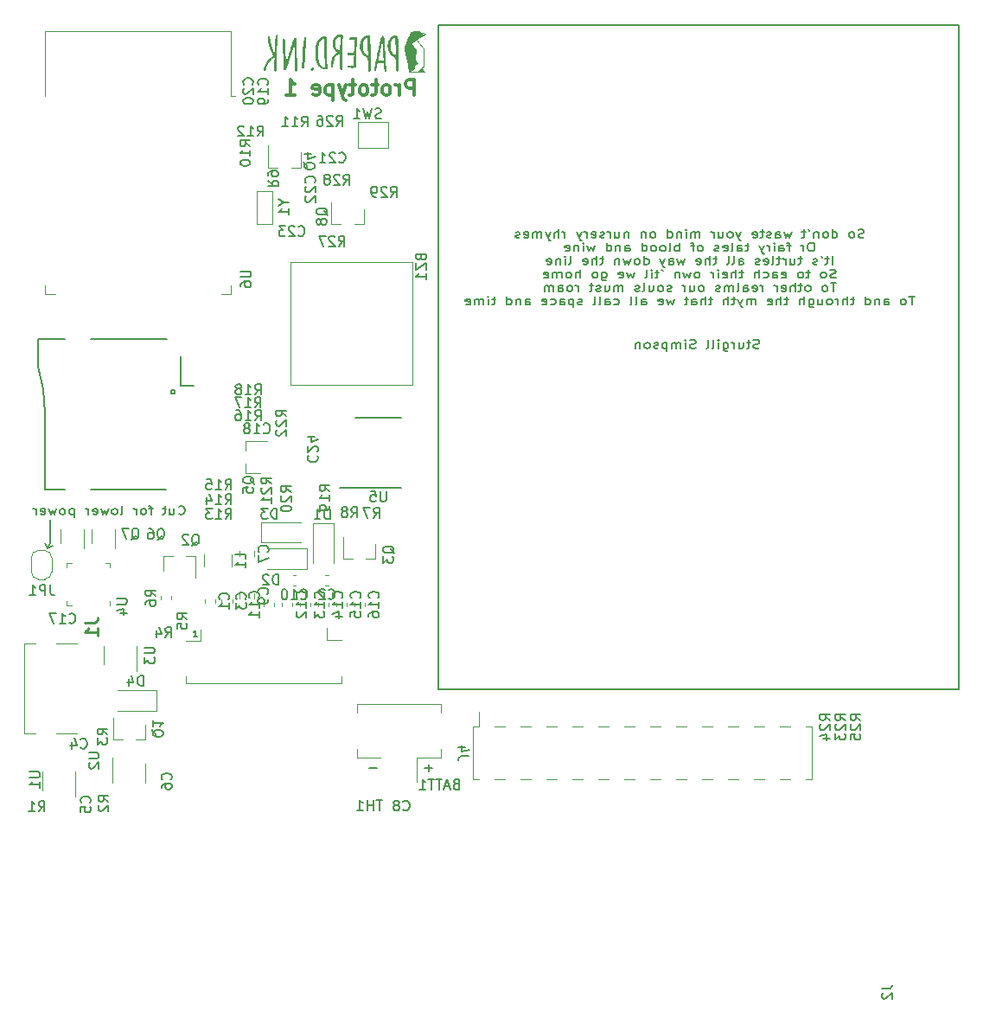
<source format=gbo>
G04 #@! TF.GenerationSoftware,KiCad,Pcbnew,5.99.0-unknown-c3175b4~100~ubuntu16.04.1*
G04 #@! TF.CreationDate,2020-01-01T10:39:55+05:30*
G04 #@! TF.ProjectId,paperd.ink_final_panel,70617065-7264-42e6-996e-6b5f66696e61,rev?*
G04 #@! TF.SameCoordinates,Original*
G04 #@! TF.FileFunction,Legend,Bot*
G04 #@! TF.FilePolarity,Positive*
%FSLAX46Y46*%
G04 Gerber Fmt 4.6, Leading zero omitted, Abs format (unit mm)*
G04 Created by KiCad (PCBNEW 5.99.0-unknown-c3175b4~100~ubuntu16.04.1) date 2020-01-01 10:39:55*
%MOMM*%
%LPD*%
G04 APERTURE LIST*
%ADD10C,0.300000*%
%ADD11C,0.152400*%
%ADD12C,0.100000*%
%ADD13C,0.120000*%
%ADD14C,0.150000*%
%ADD15C,0.254000*%
G04 APERTURE END LIST*
D10*
X140200000Y-69508571D02*
X140200000Y-68008571D01*
X139628571Y-68008571D01*
X139485714Y-68080000D01*
X139414285Y-68151428D01*
X139342857Y-68294285D01*
X139342857Y-68508571D01*
X139414285Y-68651428D01*
X139485714Y-68722857D01*
X139628571Y-68794285D01*
X140200000Y-68794285D01*
X138700000Y-69508571D02*
X138700000Y-68508571D01*
X138700000Y-68794285D02*
X138628571Y-68651428D01*
X138557142Y-68580000D01*
X138414285Y-68508571D01*
X138271428Y-68508571D01*
X137557142Y-69508571D02*
X137700000Y-69437142D01*
X137771428Y-69365714D01*
X137842857Y-69222857D01*
X137842857Y-68794285D01*
X137771428Y-68651428D01*
X137700000Y-68580000D01*
X137557142Y-68508571D01*
X137342857Y-68508571D01*
X137200000Y-68580000D01*
X137128571Y-68651428D01*
X137057142Y-68794285D01*
X137057142Y-69222857D01*
X137128571Y-69365714D01*
X137200000Y-69437142D01*
X137342857Y-69508571D01*
X137557142Y-69508571D01*
X136628571Y-68508571D02*
X136057142Y-68508571D01*
X136414285Y-68008571D02*
X136414285Y-69294285D01*
X136342857Y-69437142D01*
X136200000Y-69508571D01*
X136057142Y-69508571D01*
X135342857Y-69508571D02*
X135485714Y-69437142D01*
X135557142Y-69365714D01*
X135628571Y-69222857D01*
X135628571Y-68794285D01*
X135557142Y-68651428D01*
X135485714Y-68580000D01*
X135342857Y-68508571D01*
X135128571Y-68508571D01*
X134985714Y-68580000D01*
X134914285Y-68651428D01*
X134842857Y-68794285D01*
X134842857Y-69222857D01*
X134914285Y-69365714D01*
X134985714Y-69437142D01*
X135128571Y-69508571D01*
X135342857Y-69508571D01*
X134414285Y-68508571D02*
X133842857Y-68508571D01*
X134200000Y-68008571D02*
X134200000Y-69294285D01*
X134128571Y-69437142D01*
X133985714Y-69508571D01*
X133842857Y-69508571D01*
X133485714Y-68508571D02*
X133128571Y-69508571D01*
X132771428Y-68508571D02*
X133128571Y-69508571D01*
X133271428Y-69865714D01*
X133342857Y-69937142D01*
X133485714Y-70008571D01*
X132200000Y-68508571D02*
X132200000Y-70008571D01*
X132200000Y-68580000D02*
X132057142Y-68508571D01*
X131771428Y-68508571D01*
X131628571Y-68580000D01*
X131557142Y-68651428D01*
X131485714Y-68794285D01*
X131485714Y-69222857D01*
X131557142Y-69365714D01*
X131628571Y-69437142D01*
X131771428Y-69508571D01*
X132057142Y-69508571D01*
X132200000Y-69437142D01*
X130271428Y-69437142D02*
X130414285Y-69508571D01*
X130700000Y-69508571D01*
X130842857Y-69437142D01*
X130914285Y-69294285D01*
X130914285Y-68722857D01*
X130842857Y-68580000D01*
X130700000Y-68508571D01*
X130414285Y-68508571D01*
X130271428Y-68580000D01*
X130200000Y-68722857D01*
X130200000Y-68865714D01*
X130914285Y-69008571D01*
X127628571Y-69508571D02*
X128485714Y-69508571D01*
X128057142Y-69508571D02*
X128057142Y-68008571D01*
X128200000Y-68222857D01*
X128342857Y-68365714D01*
X128485714Y-68437142D01*
D11*
X173971428Y-94238990D02*
X173828571Y-94277695D01*
X173590476Y-94277695D01*
X173495238Y-94238990D01*
X173447619Y-94200285D01*
X173400000Y-94122876D01*
X173400000Y-94045466D01*
X173447619Y-93968057D01*
X173495238Y-93929352D01*
X173590476Y-93890647D01*
X173780952Y-93851942D01*
X173876190Y-93813238D01*
X173923809Y-93774533D01*
X173971428Y-93697123D01*
X173971428Y-93619714D01*
X173923809Y-93542304D01*
X173876190Y-93503600D01*
X173780952Y-93464895D01*
X173542857Y-93464895D01*
X173400000Y-93503600D01*
X173114285Y-93735828D02*
X172733333Y-93735828D01*
X172971428Y-93464895D02*
X172971428Y-94161580D01*
X172923809Y-94238990D01*
X172828571Y-94277695D01*
X172733333Y-94277695D01*
X171971428Y-93735828D02*
X171971428Y-94277695D01*
X172400000Y-93735828D02*
X172400000Y-94161580D01*
X172352380Y-94238990D01*
X172257142Y-94277695D01*
X172114285Y-94277695D01*
X172019047Y-94238990D01*
X171971428Y-94200285D01*
X171495238Y-94277695D02*
X171495238Y-93735828D01*
X171495238Y-93890647D02*
X171447619Y-93813238D01*
X171400000Y-93774533D01*
X171304761Y-93735828D01*
X171209523Y-93735828D01*
X170447619Y-93735828D02*
X170447619Y-94393809D01*
X170495238Y-94471219D01*
X170542857Y-94509923D01*
X170638095Y-94548628D01*
X170780952Y-94548628D01*
X170876190Y-94509923D01*
X170447619Y-94238990D02*
X170542857Y-94277695D01*
X170733333Y-94277695D01*
X170828571Y-94238990D01*
X170876190Y-94200285D01*
X170923809Y-94122876D01*
X170923809Y-93890647D01*
X170876190Y-93813238D01*
X170828571Y-93774533D01*
X170733333Y-93735828D01*
X170542857Y-93735828D01*
X170447619Y-93774533D01*
X169971428Y-94277695D02*
X169971428Y-93735828D01*
X169971428Y-93464895D02*
X170019047Y-93503600D01*
X169971428Y-93542304D01*
X169923809Y-93503600D01*
X169971428Y-93464895D01*
X169971428Y-93542304D01*
X169352380Y-94277695D02*
X169447619Y-94238990D01*
X169495238Y-94161580D01*
X169495238Y-93464895D01*
X168828571Y-94277695D02*
X168923809Y-94238990D01*
X168971428Y-94161580D01*
X168971428Y-93464895D01*
X167733333Y-94238990D02*
X167590476Y-94277695D01*
X167352380Y-94277695D01*
X167257142Y-94238990D01*
X167209523Y-94200285D01*
X167161904Y-94122876D01*
X167161904Y-94045466D01*
X167209523Y-93968057D01*
X167257142Y-93929352D01*
X167352380Y-93890647D01*
X167542857Y-93851942D01*
X167638095Y-93813238D01*
X167685714Y-93774533D01*
X167733333Y-93697123D01*
X167733333Y-93619714D01*
X167685714Y-93542304D01*
X167638095Y-93503600D01*
X167542857Y-93464895D01*
X167304761Y-93464895D01*
X167161904Y-93503600D01*
X166733333Y-94277695D02*
X166733333Y-93735828D01*
X166733333Y-93464895D02*
X166780952Y-93503600D01*
X166733333Y-93542304D01*
X166685714Y-93503600D01*
X166733333Y-93464895D01*
X166733333Y-93542304D01*
X166257142Y-94277695D02*
X166257142Y-93735828D01*
X166257142Y-93813238D02*
X166209523Y-93774533D01*
X166114285Y-93735828D01*
X165971428Y-93735828D01*
X165876190Y-93774533D01*
X165828571Y-93851942D01*
X165828571Y-94277695D01*
X165828571Y-93851942D02*
X165780952Y-93774533D01*
X165685714Y-93735828D01*
X165542857Y-93735828D01*
X165447619Y-93774533D01*
X165400000Y-93851942D01*
X165400000Y-94277695D01*
X164923809Y-93735828D02*
X164923809Y-94548628D01*
X164923809Y-93774533D02*
X164828571Y-93735828D01*
X164638095Y-93735828D01*
X164542857Y-93774533D01*
X164495238Y-93813238D01*
X164447619Y-93890647D01*
X164447619Y-94122876D01*
X164495238Y-94200285D01*
X164542857Y-94238990D01*
X164638095Y-94277695D01*
X164828571Y-94277695D01*
X164923809Y-94238990D01*
X164066666Y-94238990D02*
X163971428Y-94277695D01*
X163780952Y-94277695D01*
X163685714Y-94238990D01*
X163638095Y-94161580D01*
X163638095Y-94122876D01*
X163685714Y-94045466D01*
X163780952Y-94006761D01*
X163923809Y-94006761D01*
X164019047Y-93968057D01*
X164066666Y-93890647D01*
X164066666Y-93851942D01*
X164019047Y-93774533D01*
X163923809Y-93735828D01*
X163780952Y-93735828D01*
X163685714Y-93774533D01*
X163066666Y-94277695D02*
X163161904Y-94238990D01*
X163209523Y-94200285D01*
X163257142Y-94122876D01*
X163257142Y-93890647D01*
X163209523Y-93813238D01*
X163161904Y-93774533D01*
X163066666Y-93735828D01*
X162923809Y-93735828D01*
X162828571Y-93774533D01*
X162780952Y-93813238D01*
X162733333Y-93890647D01*
X162733333Y-94122876D01*
X162780952Y-94200285D01*
X162828571Y-94238990D01*
X162923809Y-94277695D01*
X163066666Y-94277695D01*
X162304761Y-93735828D02*
X162304761Y-94277695D01*
X162304761Y-93813238D02*
X162257142Y-93774533D01*
X162161904Y-93735828D01*
X162019047Y-93735828D01*
X161923809Y-93774533D01*
X161876190Y-93851942D01*
X161876190Y-94277695D01*
X184231428Y-83427470D02*
X184088571Y-83466175D01*
X183850476Y-83466175D01*
X183755238Y-83427470D01*
X183707619Y-83388765D01*
X183660000Y-83311356D01*
X183660000Y-83233946D01*
X183707619Y-83156537D01*
X183755238Y-83117832D01*
X183850476Y-83079127D01*
X184040952Y-83040422D01*
X184136190Y-83001718D01*
X184183809Y-82963013D01*
X184231428Y-82885603D01*
X184231428Y-82808194D01*
X184183809Y-82730784D01*
X184136190Y-82692080D01*
X184040952Y-82653375D01*
X183802857Y-82653375D01*
X183660000Y-82692080D01*
X183088571Y-83466175D02*
X183183809Y-83427470D01*
X183231428Y-83388765D01*
X183279047Y-83311356D01*
X183279047Y-83079127D01*
X183231428Y-83001718D01*
X183183809Y-82963013D01*
X183088571Y-82924308D01*
X182945714Y-82924308D01*
X182850476Y-82963013D01*
X182802857Y-83001718D01*
X182755238Y-83079127D01*
X182755238Y-83311356D01*
X182802857Y-83388765D01*
X182850476Y-83427470D01*
X182945714Y-83466175D01*
X183088571Y-83466175D01*
X181136190Y-83466175D02*
X181136190Y-82653375D01*
X181136190Y-83427470D02*
X181231428Y-83466175D01*
X181421904Y-83466175D01*
X181517142Y-83427470D01*
X181564761Y-83388765D01*
X181612380Y-83311356D01*
X181612380Y-83079127D01*
X181564761Y-83001718D01*
X181517142Y-82963013D01*
X181421904Y-82924308D01*
X181231428Y-82924308D01*
X181136190Y-82963013D01*
X180517142Y-83466175D02*
X180612380Y-83427470D01*
X180660000Y-83388765D01*
X180707619Y-83311356D01*
X180707619Y-83079127D01*
X180660000Y-83001718D01*
X180612380Y-82963013D01*
X180517142Y-82924308D01*
X180374285Y-82924308D01*
X180279047Y-82963013D01*
X180231428Y-83001718D01*
X180183809Y-83079127D01*
X180183809Y-83311356D01*
X180231428Y-83388765D01*
X180279047Y-83427470D01*
X180374285Y-83466175D01*
X180517142Y-83466175D01*
X179755238Y-82924308D02*
X179755238Y-83466175D01*
X179755238Y-83001718D02*
X179707619Y-82963013D01*
X179612380Y-82924308D01*
X179469523Y-82924308D01*
X179374285Y-82963013D01*
X179326666Y-83040422D01*
X179326666Y-83466175D01*
X178802857Y-82653375D02*
X178898095Y-82808194D01*
X178517142Y-82924308D02*
X178136190Y-82924308D01*
X178374285Y-82653375D02*
X178374285Y-83350060D01*
X178326666Y-83427470D01*
X178231428Y-83466175D01*
X178136190Y-83466175D01*
X177136190Y-82924308D02*
X176945714Y-83466175D01*
X176755238Y-83079127D01*
X176564761Y-83466175D01*
X176374285Y-82924308D01*
X175564761Y-83466175D02*
X175564761Y-83040422D01*
X175612380Y-82963013D01*
X175707619Y-82924308D01*
X175898095Y-82924308D01*
X175993333Y-82963013D01*
X175564761Y-83427470D02*
X175660000Y-83466175D01*
X175898095Y-83466175D01*
X175993333Y-83427470D01*
X176040952Y-83350060D01*
X176040952Y-83272651D01*
X175993333Y-83195241D01*
X175898095Y-83156537D01*
X175660000Y-83156537D01*
X175564761Y-83117832D01*
X175136190Y-83427470D02*
X175040952Y-83466175D01*
X174850476Y-83466175D01*
X174755238Y-83427470D01*
X174707619Y-83350060D01*
X174707619Y-83311356D01*
X174755238Y-83233946D01*
X174850476Y-83195241D01*
X174993333Y-83195241D01*
X175088571Y-83156537D01*
X175136190Y-83079127D01*
X175136190Y-83040422D01*
X175088571Y-82963013D01*
X174993333Y-82924308D01*
X174850476Y-82924308D01*
X174755238Y-82963013D01*
X174421904Y-82924308D02*
X174040952Y-82924308D01*
X174279047Y-82653375D02*
X174279047Y-83350060D01*
X174231428Y-83427470D01*
X174136190Y-83466175D01*
X174040952Y-83466175D01*
X173326666Y-83427470D02*
X173421904Y-83466175D01*
X173612380Y-83466175D01*
X173707619Y-83427470D01*
X173755238Y-83350060D01*
X173755238Y-83040422D01*
X173707619Y-82963013D01*
X173612380Y-82924308D01*
X173421904Y-82924308D01*
X173326666Y-82963013D01*
X173279047Y-83040422D01*
X173279047Y-83117832D01*
X173755238Y-83195241D01*
X172183809Y-82924308D02*
X171945714Y-83466175D01*
X171707619Y-82924308D02*
X171945714Y-83466175D01*
X172040952Y-83659699D01*
X172088571Y-83698403D01*
X172183809Y-83737108D01*
X171183809Y-83466175D02*
X171279047Y-83427470D01*
X171326666Y-83388765D01*
X171374285Y-83311356D01*
X171374285Y-83079127D01*
X171326666Y-83001718D01*
X171279047Y-82963013D01*
X171183809Y-82924308D01*
X171040952Y-82924308D01*
X170945714Y-82963013D01*
X170898095Y-83001718D01*
X170850476Y-83079127D01*
X170850476Y-83311356D01*
X170898095Y-83388765D01*
X170945714Y-83427470D01*
X171040952Y-83466175D01*
X171183809Y-83466175D01*
X169993333Y-82924308D02*
X169993333Y-83466175D01*
X170421904Y-82924308D02*
X170421904Y-83350060D01*
X170374285Y-83427470D01*
X170279047Y-83466175D01*
X170136190Y-83466175D01*
X170040952Y-83427470D01*
X169993333Y-83388765D01*
X169517142Y-83466175D02*
X169517142Y-82924308D01*
X169517142Y-83079127D02*
X169469523Y-83001718D01*
X169421904Y-82963013D01*
X169326666Y-82924308D01*
X169231428Y-82924308D01*
X168136190Y-83466175D02*
X168136190Y-82924308D01*
X168136190Y-83001718D02*
X168088571Y-82963013D01*
X167993333Y-82924308D01*
X167850476Y-82924308D01*
X167755238Y-82963013D01*
X167707619Y-83040422D01*
X167707619Y-83466175D01*
X167707619Y-83040422D02*
X167660000Y-82963013D01*
X167564761Y-82924308D01*
X167421904Y-82924308D01*
X167326666Y-82963013D01*
X167279047Y-83040422D01*
X167279047Y-83466175D01*
X166802857Y-83466175D02*
X166802857Y-82924308D01*
X166802857Y-82653375D02*
X166850476Y-82692080D01*
X166802857Y-82730784D01*
X166755238Y-82692080D01*
X166802857Y-82653375D01*
X166802857Y-82730784D01*
X166326666Y-82924308D02*
X166326666Y-83466175D01*
X166326666Y-83001718D02*
X166279047Y-82963013D01*
X166183809Y-82924308D01*
X166040952Y-82924308D01*
X165945714Y-82963013D01*
X165898095Y-83040422D01*
X165898095Y-83466175D01*
X164993333Y-83466175D02*
X164993333Y-82653375D01*
X164993333Y-83427470D02*
X165088571Y-83466175D01*
X165279047Y-83466175D01*
X165374285Y-83427470D01*
X165421904Y-83388765D01*
X165469523Y-83311356D01*
X165469523Y-83079127D01*
X165421904Y-83001718D01*
X165374285Y-82963013D01*
X165279047Y-82924308D01*
X165088571Y-82924308D01*
X164993333Y-82963013D01*
X163612380Y-83466175D02*
X163707619Y-83427470D01*
X163755238Y-83388765D01*
X163802857Y-83311356D01*
X163802857Y-83079127D01*
X163755238Y-83001718D01*
X163707619Y-82963013D01*
X163612380Y-82924308D01*
X163469523Y-82924308D01*
X163374285Y-82963013D01*
X163326666Y-83001718D01*
X163279047Y-83079127D01*
X163279047Y-83311356D01*
X163326666Y-83388765D01*
X163374285Y-83427470D01*
X163469523Y-83466175D01*
X163612380Y-83466175D01*
X162850476Y-82924308D02*
X162850476Y-83466175D01*
X162850476Y-83001718D02*
X162802857Y-82963013D01*
X162707619Y-82924308D01*
X162564761Y-82924308D01*
X162469523Y-82963013D01*
X162421904Y-83040422D01*
X162421904Y-83466175D01*
X161183809Y-82924308D02*
X161183809Y-83466175D01*
X161183809Y-83001718D02*
X161136190Y-82963013D01*
X161040952Y-82924308D01*
X160898095Y-82924308D01*
X160802857Y-82963013D01*
X160755238Y-83040422D01*
X160755238Y-83466175D01*
X159850476Y-82924308D02*
X159850476Y-83466175D01*
X160279047Y-82924308D02*
X160279047Y-83350060D01*
X160231428Y-83427470D01*
X160136190Y-83466175D01*
X159993333Y-83466175D01*
X159898095Y-83427470D01*
X159850476Y-83388765D01*
X159374285Y-83466175D02*
X159374285Y-82924308D01*
X159374285Y-83079127D02*
X159326666Y-83001718D01*
X159279047Y-82963013D01*
X159183809Y-82924308D01*
X159088571Y-82924308D01*
X158802857Y-83427470D02*
X158707619Y-83466175D01*
X158517142Y-83466175D01*
X158421904Y-83427470D01*
X158374285Y-83350060D01*
X158374285Y-83311356D01*
X158421904Y-83233946D01*
X158517142Y-83195241D01*
X158660000Y-83195241D01*
X158755238Y-83156537D01*
X158802857Y-83079127D01*
X158802857Y-83040422D01*
X158755238Y-82963013D01*
X158660000Y-82924308D01*
X158517142Y-82924308D01*
X158421904Y-82963013D01*
X157564761Y-83427470D02*
X157660000Y-83466175D01*
X157850476Y-83466175D01*
X157945714Y-83427470D01*
X157993333Y-83350060D01*
X157993333Y-83040422D01*
X157945714Y-82963013D01*
X157850476Y-82924308D01*
X157660000Y-82924308D01*
X157564761Y-82963013D01*
X157517142Y-83040422D01*
X157517142Y-83117832D01*
X157993333Y-83195241D01*
X157088571Y-83466175D02*
X157088571Y-82924308D01*
X157088571Y-83079127D02*
X157040952Y-83001718D01*
X156993333Y-82963013D01*
X156898095Y-82924308D01*
X156802857Y-82924308D01*
X156564761Y-82924308D02*
X156326666Y-83466175D01*
X156088571Y-82924308D02*
X156326666Y-83466175D01*
X156421904Y-83659699D01*
X156469523Y-83698403D01*
X156564761Y-83737108D01*
X154945714Y-83466175D02*
X154945714Y-82924308D01*
X154945714Y-83079127D02*
X154898095Y-83001718D01*
X154850476Y-82963013D01*
X154755238Y-82924308D01*
X154660000Y-82924308D01*
X154326666Y-83466175D02*
X154326666Y-82653375D01*
X153898095Y-83466175D02*
X153898095Y-83040422D01*
X153945714Y-82963013D01*
X154040952Y-82924308D01*
X154183809Y-82924308D01*
X154279047Y-82963013D01*
X154326666Y-83001718D01*
X153517142Y-82924308D02*
X153279047Y-83466175D01*
X153040952Y-82924308D02*
X153279047Y-83466175D01*
X153374285Y-83659699D01*
X153421904Y-83698403D01*
X153517142Y-83737108D01*
X152660000Y-83466175D02*
X152660000Y-82924308D01*
X152660000Y-83001718D02*
X152612380Y-82963013D01*
X152517142Y-82924308D01*
X152374285Y-82924308D01*
X152279047Y-82963013D01*
X152231428Y-83040422D01*
X152231428Y-83466175D01*
X152231428Y-83040422D02*
X152183809Y-82963013D01*
X152088571Y-82924308D01*
X151945714Y-82924308D01*
X151850476Y-82963013D01*
X151802857Y-83040422D01*
X151802857Y-83466175D01*
X150945714Y-83427470D02*
X151040952Y-83466175D01*
X151231428Y-83466175D01*
X151326666Y-83427470D01*
X151374285Y-83350060D01*
X151374285Y-83040422D01*
X151326666Y-82963013D01*
X151231428Y-82924308D01*
X151040952Y-82924308D01*
X150945714Y-82963013D01*
X150898095Y-83040422D01*
X150898095Y-83117832D01*
X151374285Y-83195241D01*
X150517142Y-83427470D02*
X150421904Y-83466175D01*
X150231428Y-83466175D01*
X150136190Y-83427470D01*
X150088571Y-83350060D01*
X150088571Y-83311356D01*
X150136190Y-83233946D01*
X150231428Y-83195241D01*
X150374285Y-83195241D01*
X150469523Y-83156537D01*
X150517142Y-83079127D01*
X150517142Y-83040422D01*
X150469523Y-82963013D01*
X150374285Y-82924308D01*
X150231428Y-82924308D01*
X150136190Y-82963013D01*
X179160000Y-83961983D02*
X178969523Y-83961983D01*
X178874285Y-84000688D01*
X178779047Y-84078097D01*
X178731428Y-84232916D01*
X178731428Y-84503849D01*
X178779047Y-84658668D01*
X178874285Y-84736078D01*
X178969523Y-84774783D01*
X179160000Y-84774783D01*
X179255238Y-84736078D01*
X179350476Y-84658668D01*
X179398095Y-84503849D01*
X179398095Y-84232916D01*
X179350476Y-84078097D01*
X179255238Y-84000688D01*
X179160000Y-83961983D01*
X178302857Y-84774783D02*
X178302857Y-84232916D01*
X178302857Y-84387735D02*
X178255238Y-84310326D01*
X178207619Y-84271621D01*
X178112380Y-84232916D01*
X178017142Y-84232916D01*
X177064761Y-84232916D02*
X176683809Y-84232916D01*
X176921904Y-84774783D02*
X176921904Y-84078097D01*
X176874285Y-84000688D01*
X176779047Y-83961983D01*
X176683809Y-83961983D01*
X175921904Y-84774783D02*
X175921904Y-84349030D01*
X175969523Y-84271621D01*
X176064761Y-84232916D01*
X176255238Y-84232916D01*
X176350476Y-84271621D01*
X175921904Y-84736078D02*
X176017142Y-84774783D01*
X176255238Y-84774783D01*
X176350476Y-84736078D01*
X176398095Y-84658668D01*
X176398095Y-84581259D01*
X176350476Y-84503849D01*
X176255238Y-84465145D01*
X176017142Y-84465145D01*
X175921904Y-84426440D01*
X175445714Y-84774783D02*
X175445714Y-84232916D01*
X175445714Y-83961983D02*
X175493333Y-84000688D01*
X175445714Y-84039392D01*
X175398095Y-84000688D01*
X175445714Y-83961983D01*
X175445714Y-84039392D01*
X174969523Y-84774783D02*
X174969523Y-84232916D01*
X174969523Y-84387735D02*
X174921904Y-84310326D01*
X174874285Y-84271621D01*
X174779047Y-84232916D01*
X174683809Y-84232916D01*
X174445714Y-84232916D02*
X174207619Y-84774783D01*
X173969523Y-84232916D02*
X174207619Y-84774783D01*
X174302857Y-84968307D01*
X174350476Y-85007011D01*
X174445714Y-85045716D01*
X172969523Y-84232916D02*
X172588571Y-84232916D01*
X172826666Y-83961983D02*
X172826666Y-84658668D01*
X172779047Y-84736078D01*
X172683809Y-84774783D01*
X172588571Y-84774783D01*
X171826666Y-84774783D02*
X171826666Y-84349030D01*
X171874285Y-84271621D01*
X171969523Y-84232916D01*
X172160000Y-84232916D01*
X172255238Y-84271621D01*
X171826666Y-84736078D02*
X171921904Y-84774783D01*
X172160000Y-84774783D01*
X172255238Y-84736078D01*
X172302857Y-84658668D01*
X172302857Y-84581259D01*
X172255238Y-84503849D01*
X172160000Y-84465145D01*
X171921904Y-84465145D01*
X171826666Y-84426440D01*
X171207619Y-84774783D02*
X171302857Y-84736078D01*
X171350476Y-84658668D01*
X171350476Y-83961983D01*
X170445714Y-84736078D02*
X170540952Y-84774783D01*
X170731428Y-84774783D01*
X170826666Y-84736078D01*
X170874285Y-84658668D01*
X170874285Y-84349030D01*
X170826666Y-84271621D01*
X170731428Y-84232916D01*
X170540952Y-84232916D01*
X170445714Y-84271621D01*
X170398095Y-84349030D01*
X170398095Y-84426440D01*
X170874285Y-84503849D01*
X170017142Y-84736078D02*
X169921904Y-84774783D01*
X169731428Y-84774783D01*
X169636190Y-84736078D01*
X169588571Y-84658668D01*
X169588571Y-84619964D01*
X169636190Y-84542554D01*
X169731428Y-84503849D01*
X169874285Y-84503849D01*
X169969523Y-84465145D01*
X170017142Y-84387735D01*
X170017142Y-84349030D01*
X169969523Y-84271621D01*
X169874285Y-84232916D01*
X169731428Y-84232916D01*
X169636190Y-84271621D01*
X168255238Y-84774783D02*
X168350476Y-84736078D01*
X168398095Y-84697373D01*
X168445714Y-84619964D01*
X168445714Y-84387735D01*
X168398095Y-84310326D01*
X168350476Y-84271621D01*
X168255238Y-84232916D01*
X168112380Y-84232916D01*
X168017142Y-84271621D01*
X167969523Y-84310326D01*
X167921904Y-84387735D01*
X167921904Y-84619964D01*
X167969523Y-84697373D01*
X168017142Y-84736078D01*
X168112380Y-84774783D01*
X168255238Y-84774783D01*
X167636190Y-84232916D02*
X167255238Y-84232916D01*
X167493333Y-84774783D02*
X167493333Y-84078097D01*
X167445714Y-84000688D01*
X167350476Y-83961983D01*
X167255238Y-83961983D01*
X166160000Y-84774783D02*
X166160000Y-83961983D01*
X166160000Y-84271621D02*
X166064761Y-84232916D01*
X165874285Y-84232916D01*
X165779047Y-84271621D01*
X165731428Y-84310326D01*
X165683809Y-84387735D01*
X165683809Y-84619964D01*
X165731428Y-84697373D01*
X165779047Y-84736078D01*
X165874285Y-84774783D01*
X166064761Y-84774783D01*
X166160000Y-84736078D01*
X165112380Y-84774783D02*
X165207619Y-84736078D01*
X165255238Y-84658668D01*
X165255238Y-83961983D01*
X164588571Y-84774783D02*
X164683809Y-84736078D01*
X164731428Y-84697373D01*
X164779047Y-84619964D01*
X164779047Y-84387735D01*
X164731428Y-84310326D01*
X164683809Y-84271621D01*
X164588571Y-84232916D01*
X164445714Y-84232916D01*
X164350476Y-84271621D01*
X164302857Y-84310326D01*
X164255238Y-84387735D01*
X164255238Y-84619964D01*
X164302857Y-84697373D01*
X164350476Y-84736078D01*
X164445714Y-84774783D01*
X164588571Y-84774783D01*
X163683809Y-84774783D02*
X163779047Y-84736078D01*
X163826666Y-84697373D01*
X163874285Y-84619964D01*
X163874285Y-84387735D01*
X163826666Y-84310326D01*
X163779047Y-84271621D01*
X163683809Y-84232916D01*
X163540952Y-84232916D01*
X163445714Y-84271621D01*
X163398095Y-84310326D01*
X163350476Y-84387735D01*
X163350476Y-84619964D01*
X163398095Y-84697373D01*
X163445714Y-84736078D01*
X163540952Y-84774783D01*
X163683809Y-84774783D01*
X162493333Y-84774783D02*
X162493333Y-83961983D01*
X162493333Y-84736078D02*
X162588571Y-84774783D01*
X162779047Y-84774783D01*
X162874285Y-84736078D01*
X162921904Y-84697373D01*
X162969523Y-84619964D01*
X162969523Y-84387735D01*
X162921904Y-84310326D01*
X162874285Y-84271621D01*
X162779047Y-84232916D01*
X162588571Y-84232916D01*
X162493333Y-84271621D01*
X160826666Y-84774783D02*
X160826666Y-84349030D01*
X160874285Y-84271621D01*
X160969523Y-84232916D01*
X161160000Y-84232916D01*
X161255238Y-84271621D01*
X160826666Y-84736078D02*
X160921904Y-84774783D01*
X161160000Y-84774783D01*
X161255238Y-84736078D01*
X161302857Y-84658668D01*
X161302857Y-84581259D01*
X161255238Y-84503849D01*
X161160000Y-84465145D01*
X160921904Y-84465145D01*
X160826666Y-84426440D01*
X160350476Y-84232916D02*
X160350476Y-84774783D01*
X160350476Y-84310326D02*
X160302857Y-84271621D01*
X160207619Y-84232916D01*
X160064761Y-84232916D01*
X159969523Y-84271621D01*
X159921904Y-84349030D01*
X159921904Y-84774783D01*
X159017142Y-84774783D02*
X159017142Y-83961983D01*
X159017142Y-84736078D02*
X159112380Y-84774783D01*
X159302857Y-84774783D01*
X159398095Y-84736078D01*
X159445714Y-84697373D01*
X159493333Y-84619964D01*
X159493333Y-84387735D01*
X159445714Y-84310326D01*
X159398095Y-84271621D01*
X159302857Y-84232916D01*
X159112380Y-84232916D01*
X159017142Y-84271621D01*
X157874285Y-84232916D02*
X157683809Y-84774783D01*
X157493333Y-84387735D01*
X157302857Y-84774783D01*
X157112380Y-84232916D01*
X156731428Y-84774783D02*
X156731428Y-84232916D01*
X156731428Y-83961983D02*
X156779047Y-84000688D01*
X156731428Y-84039392D01*
X156683809Y-84000688D01*
X156731428Y-83961983D01*
X156731428Y-84039392D01*
X156255238Y-84232916D02*
X156255238Y-84774783D01*
X156255238Y-84310326D02*
X156207619Y-84271621D01*
X156112380Y-84232916D01*
X155969523Y-84232916D01*
X155874285Y-84271621D01*
X155826666Y-84349030D01*
X155826666Y-84774783D01*
X154969523Y-84736078D02*
X155064761Y-84774783D01*
X155255238Y-84774783D01*
X155350476Y-84736078D01*
X155398095Y-84658668D01*
X155398095Y-84349030D01*
X155350476Y-84271621D01*
X155255238Y-84232916D01*
X155064761Y-84232916D01*
X154969523Y-84271621D01*
X154921904Y-84349030D01*
X154921904Y-84426440D01*
X155398095Y-84503849D01*
X181112380Y-86083391D02*
X181112380Y-85270591D01*
X180779047Y-85541524D02*
X180398095Y-85541524D01*
X180636190Y-85270591D02*
X180636190Y-85967276D01*
X180588571Y-86044686D01*
X180493333Y-86083391D01*
X180398095Y-86083391D01*
X180017142Y-85270591D02*
X180112380Y-85425410D01*
X179636190Y-86044686D02*
X179540952Y-86083391D01*
X179350476Y-86083391D01*
X179255238Y-86044686D01*
X179207619Y-85967276D01*
X179207619Y-85928572D01*
X179255238Y-85851162D01*
X179350476Y-85812457D01*
X179493333Y-85812457D01*
X179588571Y-85773753D01*
X179636190Y-85696343D01*
X179636190Y-85657638D01*
X179588571Y-85580229D01*
X179493333Y-85541524D01*
X179350476Y-85541524D01*
X179255238Y-85580229D01*
X178160000Y-85541524D02*
X177779047Y-85541524D01*
X178017142Y-85270591D02*
X178017142Y-85967276D01*
X177969523Y-86044686D01*
X177874285Y-86083391D01*
X177779047Y-86083391D01*
X177017142Y-85541524D02*
X177017142Y-86083391D01*
X177445714Y-85541524D02*
X177445714Y-85967276D01*
X177398095Y-86044686D01*
X177302857Y-86083391D01*
X177160000Y-86083391D01*
X177064761Y-86044686D01*
X177017142Y-86005981D01*
X176540952Y-86083391D02*
X176540952Y-85541524D01*
X176540952Y-85696343D02*
X176493333Y-85618934D01*
X176445714Y-85580229D01*
X176350476Y-85541524D01*
X176255238Y-85541524D01*
X176064761Y-85541524D02*
X175683809Y-85541524D01*
X175921904Y-85270591D02*
X175921904Y-85967276D01*
X175874285Y-86044686D01*
X175779047Y-86083391D01*
X175683809Y-86083391D01*
X175207619Y-86083391D02*
X175302857Y-86044686D01*
X175350476Y-85967276D01*
X175350476Y-85270591D01*
X174445714Y-86044686D02*
X174540952Y-86083391D01*
X174731428Y-86083391D01*
X174826666Y-86044686D01*
X174874285Y-85967276D01*
X174874285Y-85657638D01*
X174826666Y-85580229D01*
X174731428Y-85541524D01*
X174540952Y-85541524D01*
X174445714Y-85580229D01*
X174398095Y-85657638D01*
X174398095Y-85735048D01*
X174874285Y-85812457D01*
X174017142Y-86044686D02*
X173921904Y-86083391D01*
X173731428Y-86083391D01*
X173636190Y-86044686D01*
X173588571Y-85967276D01*
X173588571Y-85928572D01*
X173636190Y-85851162D01*
X173731428Y-85812457D01*
X173874285Y-85812457D01*
X173969523Y-85773753D01*
X174017142Y-85696343D01*
X174017142Y-85657638D01*
X173969523Y-85580229D01*
X173874285Y-85541524D01*
X173731428Y-85541524D01*
X173636190Y-85580229D01*
X171969523Y-86083391D02*
X171969523Y-85657638D01*
X172017142Y-85580229D01*
X172112380Y-85541524D01*
X172302857Y-85541524D01*
X172398095Y-85580229D01*
X171969523Y-86044686D02*
X172064761Y-86083391D01*
X172302857Y-86083391D01*
X172398095Y-86044686D01*
X172445714Y-85967276D01*
X172445714Y-85889867D01*
X172398095Y-85812457D01*
X172302857Y-85773753D01*
X172064761Y-85773753D01*
X171969523Y-85735048D01*
X171350476Y-86083391D02*
X171445714Y-86044686D01*
X171493333Y-85967276D01*
X171493333Y-85270591D01*
X170826666Y-86083391D02*
X170921904Y-86044686D01*
X170969523Y-85967276D01*
X170969523Y-85270591D01*
X169826666Y-85541524D02*
X169445714Y-85541524D01*
X169683809Y-85270591D02*
X169683809Y-85967276D01*
X169636190Y-86044686D01*
X169540952Y-86083391D01*
X169445714Y-86083391D01*
X169112380Y-86083391D02*
X169112380Y-85270591D01*
X168683809Y-86083391D02*
X168683809Y-85657638D01*
X168731428Y-85580229D01*
X168826666Y-85541524D01*
X168969523Y-85541524D01*
X169064761Y-85580229D01*
X169112380Y-85618934D01*
X167826666Y-86044686D02*
X167921904Y-86083391D01*
X168112380Y-86083391D01*
X168207619Y-86044686D01*
X168255238Y-85967276D01*
X168255238Y-85657638D01*
X168207619Y-85580229D01*
X168112380Y-85541524D01*
X167921904Y-85541524D01*
X167826666Y-85580229D01*
X167779047Y-85657638D01*
X167779047Y-85735048D01*
X168255238Y-85812457D01*
X166683809Y-85541524D02*
X166493333Y-86083391D01*
X166302857Y-85696343D01*
X166112380Y-86083391D01*
X165921904Y-85541524D01*
X165112380Y-86083391D02*
X165112380Y-85657638D01*
X165160000Y-85580229D01*
X165255238Y-85541524D01*
X165445714Y-85541524D01*
X165540952Y-85580229D01*
X165112380Y-86044686D02*
X165207619Y-86083391D01*
X165445714Y-86083391D01*
X165540952Y-86044686D01*
X165588571Y-85967276D01*
X165588571Y-85889867D01*
X165540952Y-85812457D01*
X165445714Y-85773753D01*
X165207619Y-85773753D01*
X165112380Y-85735048D01*
X164731428Y-85541524D02*
X164493333Y-86083391D01*
X164255238Y-85541524D02*
X164493333Y-86083391D01*
X164588571Y-86276915D01*
X164636190Y-86315619D01*
X164731428Y-86354324D01*
X162683809Y-86083391D02*
X162683809Y-85270591D01*
X162683809Y-86044686D02*
X162779047Y-86083391D01*
X162969523Y-86083391D01*
X163064761Y-86044686D01*
X163112380Y-86005981D01*
X163160000Y-85928572D01*
X163160000Y-85696343D01*
X163112380Y-85618934D01*
X163064761Y-85580229D01*
X162969523Y-85541524D01*
X162779047Y-85541524D01*
X162683809Y-85580229D01*
X162064761Y-86083391D02*
X162160000Y-86044686D01*
X162207619Y-86005981D01*
X162255238Y-85928572D01*
X162255238Y-85696343D01*
X162207619Y-85618934D01*
X162160000Y-85580229D01*
X162064761Y-85541524D01*
X161921904Y-85541524D01*
X161826666Y-85580229D01*
X161779047Y-85618934D01*
X161731428Y-85696343D01*
X161731428Y-85928572D01*
X161779047Y-86005981D01*
X161826666Y-86044686D01*
X161921904Y-86083391D01*
X162064761Y-86083391D01*
X161398095Y-85541524D02*
X161207619Y-86083391D01*
X161017142Y-85696343D01*
X160826666Y-86083391D01*
X160636190Y-85541524D01*
X160255238Y-85541524D02*
X160255238Y-86083391D01*
X160255238Y-85618934D02*
X160207619Y-85580229D01*
X160112380Y-85541524D01*
X159969523Y-85541524D01*
X159874285Y-85580229D01*
X159826666Y-85657638D01*
X159826666Y-86083391D01*
X158731428Y-85541524D02*
X158350476Y-85541524D01*
X158588571Y-85270591D02*
X158588571Y-85967276D01*
X158540952Y-86044686D01*
X158445714Y-86083391D01*
X158350476Y-86083391D01*
X158017142Y-86083391D02*
X158017142Y-85270591D01*
X157588571Y-86083391D02*
X157588571Y-85657638D01*
X157636190Y-85580229D01*
X157731428Y-85541524D01*
X157874285Y-85541524D01*
X157969523Y-85580229D01*
X158017142Y-85618934D01*
X156731428Y-86044686D02*
X156826666Y-86083391D01*
X157017142Y-86083391D01*
X157112380Y-86044686D01*
X157160000Y-85967276D01*
X157160000Y-85657638D01*
X157112380Y-85580229D01*
X157017142Y-85541524D01*
X156826666Y-85541524D01*
X156731428Y-85580229D01*
X156683809Y-85657638D01*
X156683809Y-85735048D01*
X157160000Y-85812457D01*
X155350476Y-86083391D02*
X155445714Y-86044686D01*
X155493333Y-85967276D01*
X155493333Y-85270591D01*
X154969523Y-86083391D02*
X154969523Y-85541524D01*
X154969523Y-85270591D02*
X155017142Y-85309296D01*
X154969523Y-85348000D01*
X154921904Y-85309296D01*
X154969523Y-85270591D01*
X154969523Y-85348000D01*
X154493333Y-85541524D02*
X154493333Y-86083391D01*
X154493333Y-85618934D02*
X154445714Y-85580229D01*
X154350476Y-85541524D01*
X154207619Y-85541524D01*
X154112380Y-85580229D01*
X154064761Y-85657638D01*
X154064761Y-86083391D01*
X153207619Y-86044686D02*
X153302857Y-86083391D01*
X153493333Y-86083391D01*
X153588571Y-86044686D01*
X153636190Y-85967276D01*
X153636190Y-85657638D01*
X153588571Y-85580229D01*
X153493333Y-85541524D01*
X153302857Y-85541524D01*
X153207619Y-85580229D01*
X153160000Y-85657638D01*
X153160000Y-85735048D01*
X153636190Y-85812457D01*
X181469523Y-87353294D02*
X181326666Y-87391999D01*
X181088571Y-87391999D01*
X180993333Y-87353294D01*
X180945714Y-87314589D01*
X180898095Y-87237180D01*
X180898095Y-87159770D01*
X180945714Y-87082361D01*
X180993333Y-87043656D01*
X181088571Y-87004951D01*
X181279047Y-86966246D01*
X181374285Y-86927542D01*
X181421904Y-86888837D01*
X181469523Y-86811427D01*
X181469523Y-86734018D01*
X181421904Y-86656608D01*
X181374285Y-86617904D01*
X181279047Y-86579199D01*
X181040952Y-86579199D01*
X180898095Y-86617904D01*
X180326666Y-87391999D02*
X180421904Y-87353294D01*
X180469523Y-87314589D01*
X180517142Y-87237180D01*
X180517142Y-87004951D01*
X180469523Y-86927542D01*
X180421904Y-86888837D01*
X180326666Y-86850132D01*
X180183809Y-86850132D01*
X180088571Y-86888837D01*
X180040952Y-86927542D01*
X179993333Y-87004951D01*
X179993333Y-87237180D01*
X180040952Y-87314589D01*
X180088571Y-87353294D01*
X180183809Y-87391999D01*
X180326666Y-87391999D01*
X178945714Y-86850132D02*
X178564761Y-86850132D01*
X178802857Y-86579199D02*
X178802857Y-87275884D01*
X178755238Y-87353294D01*
X178660000Y-87391999D01*
X178564761Y-87391999D01*
X178088571Y-87391999D02*
X178183809Y-87353294D01*
X178231428Y-87314589D01*
X178279047Y-87237180D01*
X178279047Y-87004951D01*
X178231428Y-86927542D01*
X178183809Y-86888837D01*
X178088571Y-86850132D01*
X177945714Y-86850132D01*
X177850476Y-86888837D01*
X177802857Y-86927542D01*
X177755238Y-87004951D01*
X177755238Y-87237180D01*
X177802857Y-87314589D01*
X177850476Y-87353294D01*
X177945714Y-87391999D01*
X178088571Y-87391999D01*
X176183809Y-87353294D02*
X176279047Y-87391999D01*
X176469523Y-87391999D01*
X176564761Y-87353294D01*
X176612380Y-87275884D01*
X176612380Y-86966246D01*
X176564761Y-86888837D01*
X176469523Y-86850132D01*
X176279047Y-86850132D01*
X176183809Y-86888837D01*
X176136190Y-86966246D01*
X176136190Y-87043656D01*
X176612380Y-87121065D01*
X175279047Y-87391999D02*
X175279047Y-86966246D01*
X175326666Y-86888837D01*
X175421904Y-86850132D01*
X175612380Y-86850132D01*
X175707619Y-86888837D01*
X175279047Y-87353294D02*
X175374285Y-87391999D01*
X175612380Y-87391999D01*
X175707619Y-87353294D01*
X175755238Y-87275884D01*
X175755238Y-87198475D01*
X175707619Y-87121065D01*
X175612380Y-87082361D01*
X175374285Y-87082361D01*
X175279047Y-87043656D01*
X174374285Y-87353294D02*
X174469523Y-87391999D01*
X174660000Y-87391999D01*
X174755238Y-87353294D01*
X174802857Y-87314589D01*
X174850476Y-87237180D01*
X174850476Y-87004951D01*
X174802857Y-86927542D01*
X174755238Y-86888837D01*
X174660000Y-86850132D01*
X174469523Y-86850132D01*
X174374285Y-86888837D01*
X173945714Y-87391999D02*
X173945714Y-86579199D01*
X173517142Y-87391999D02*
X173517142Y-86966246D01*
X173564761Y-86888837D01*
X173660000Y-86850132D01*
X173802857Y-86850132D01*
X173898095Y-86888837D01*
X173945714Y-86927542D01*
X172421904Y-86850132D02*
X172040952Y-86850132D01*
X172279047Y-86579199D02*
X172279047Y-87275884D01*
X172231428Y-87353294D01*
X172136190Y-87391999D01*
X172040952Y-87391999D01*
X171707619Y-87391999D02*
X171707619Y-86579199D01*
X171279047Y-87391999D02*
X171279047Y-86966246D01*
X171326666Y-86888837D01*
X171421904Y-86850132D01*
X171564761Y-86850132D01*
X171660000Y-86888837D01*
X171707619Y-86927542D01*
X170421904Y-87353294D02*
X170517142Y-87391999D01*
X170707619Y-87391999D01*
X170802857Y-87353294D01*
X170850476Y-87275884D01*
X170850476Y-86966246D01*
X170802857Y-86888837D01*
X170707619Y-86850132D01*
X170517142Y-86850132D01*
X170421904Y-86888837D01*
X170374285Y-86966246D01*
X170374285Y-87043656D01*
X170850476Y-87121065D01*
X169945714Y-87391999D02*
X169945714Y-86850132D01*
X169945714Y-86579199D02*
X169993333Y-86617904D01*
X169945714Y-86656608D01*
X169898095Y-86617904D01*
X169945714Y-86579199D01*
X169945714Y-86656608D01*
X169469523Y-87391999D02*
X169469523Y-86850132D01*
X169469523Y-87004951D02*
X169421904Y-86927542D01*
X169374285Y-86888837D01*
X169279047Y-86850132D01*
X169183809Y-86850132D01*
X167945714Y-87391999D02*
X168040952Y-87353294D01*
X168088571Y-87314589D01*
X168136190Y-87237180D01*
X168136190Y-87004951D01*
X168088571Y-86927542D01*
X168040952Y-86888837D01*
X167945714Y-86850132D01*
X167802857Y-86850132D01*
X167707619Y-86888837D01*
X167660000Y-86927542D01*
X167612380Y-87004951D01*
X167612380Y-87237180D01*
X167660000Y-87314589D01*
X167707619Y-87353294D01*
X167802857Y-87391999D01*
X167945714Y-87391999D01*
X167279047Y-86850132D02*
X167088571Y-87391999D01*
X166898095Y-87004951D01*
X166707619Y-87391999D01*
X166517142Y-86850132D01*
X166136190Y-86850132D02*
X166136190Y-87391999D01*
X166136190Y-86927542D02*
X166088571Y-86888837D01*
X165993333Y-86850132D01*
X165850476Y-86850132D01*
X165755238Y-86888837D01*
X165707619Y-86966246D01*
X165707619Y-87391999D01*
X164421904Y-86579199D02*
X164517142Y-86734018D01*
X164136190Y-86850132D02*
X163755238Y-86850132D01*
X163993333Y-86579199D02*
X163993333Y-87275884D01*
X163945714Y-87353294D01*
X163850476Y-87391999D01*
X163755238Y-87391999D01*
X163421904Y-87391999D02*
X163421904Y-86850132D01*
X163421904Y-86579199D02*
X163469523Y-86617904D01*
X163421904Y-86656608D01*
X163374285Y-86617904D01*
X163421904Y-86579199D01*
X163421904Y-86656608D01*
X162802857Y-87391999D02*
X162898095Y-87353294D01*
X162945714Y-87275884D01*
X162945714Y-86579199D01*
X161755238Y-86850132D02*
X161564761Y-87391999D01*
X161374285Y-87004951D01*
X161183809Y-87391999D01*
X160993333Y-86850132D01*
X160231428Y-87353294D02*
X160326666Y-87391999D01*
X160517142Y-87391999D01*
X160612380Y-87353294D01*
X160660000Y-87275884D01*
X160660000Y-86966246D01*
X160612380Y-86888837D01*
X160517142Y-86850132D01*
X160326666Y-86850132D01*
X160231428Y-86888837D01*
X160183809Y-86966246D01*
X160183809Y-87043656D01*
X160660000Y-87121065D01*
X158564761Y-86850132D02*
X158564761Y-87508113D01*
X158612380Y-87585523D01*
X158660000Y-87624227D01*
X158755238Y-87662932D01*
X158898095Y-87662932D01*
X158993333Y-87624227D01*
X158564761Y-87353294D02*
X158660000Y-87391999D01*
X158850476Y-87391999D01*
X158945714Y-87353294D01*
X158993333Y-87314589D01*
X159040952Y-87237180D01*
X159040952Y-87004951D01*
X158993333Y-86927542D01*
X158945714Y-86888837D01*
X158850476Y-86850132D01*
X158660000Y-86850132D01*
X158564761Y-86888837D01*
X157945714Y-87391999D02*
X158040952Y-87353294D01*
X158088571Y-87314589D01*
X158136190Y-87237180D01*
X158136190Y-87004951D01*
X158088571Y-86927542D01*
X158040952Y-86888837D01*
X157945714Y-86850132D01*
X157802857Y-86850132D01*
X157707619Y-86888837D01*
X157660000Y-86927542D01*
X157612380Y-87004951D01*
X157612380Y-87237180D01*
X157660000Y-87314589D01*
X157707619Y-87353294D01*
X157802857Y-87391999D01*
X157945714Y-87391999D01*
X156421904Y-87391999D02*
X156421904Y-86579199D01*
X155993333Y-87391999D02*
X155993333Y-86966246D01*
X156040952Y-86888837D01*
X156136190Y-86850132D01*
X156279047Y-86850132D01*
X156374285Y-86888837D01*
X156421904Y-86927542D01*
X155374285Y-87391999D02*
X155469523Y-87353294D01*
X155517142Y-87314589D01*
X155564761Y-87237180D01*
X155564761Y-87004951D01*
X155517142Y-86927542D01*
X155469523Y-86888837D01*
X155374285Y-86850132D01*
X155231428Y-86850132D01*
X155136190Y-86888837D01*
X155088571Y-86927542D01*
X155040952Y-87004951D01*
X155040952Y-87237180D01*
X155088571Y-87314589D01*
X155136190Y-87353294D01*
X155231428Y-87391999D01*
X155374285Y-87391999D01*
X154612380Y-87391999D02*
X154612380Y-86850132D01*
X154612380Y-86927542D02*
X154564761Y-86888837D01*
X154469523Y-86850132D01*
X154326666Y-86850132D01*
X154231428Y-86888837D01*
X154183809Y-86966246D01*
X154183809Y-87391999D01*
X154183809Y-86966246D02*
X154136190Y-86888837D01*
X154040952Y-86850132D01*
X153898095Y-86850132D01*
X153802857Y-86888837D01*
X153755238Y-86966246D01*
X153755238Y-87391999D01*
X152898095Y-87353294D02*
X152993333Y-87391999D01*
X153183809Y-87391999D01*
X153279047Y-87353294D01*
X153326666Y-87275884D01*
X153326666Y-86966246D01*
X153279047Y-86888837D01*
X153183809Y-86850132D01*
X152993333Y-86850132D01*
X152898095Y-86888837D01*
X152850476Y-86966246D01*
X152850476Y-87043656D01*
X153326666Y-87121065D01*
X181517142Y-87887807D02*
X180945714Y-87887807D01*
X181231428Y-88700607D02*
X181231428Y-87887807D01*
X180469523Y-88700607D02*
X180564761Y-88661902D01*
X180612380Y-88623197D01*
X180660000Y-88545788D01*
X180660000Y-88313559D01*
X180612380Y-88236150D01*
X180564761Y-88197445D01*
X180469523Y-88158740D01*
X180326666Y-88158740D01*
X180231428Y-88197445D01*
X180183809Y-88236150D01*
X180136190Y-88313559D01*
X180136190Y-88545788D01*
X180183809Y-88623197D01*
X180231428Y-88661902D01*
X180326666Y-88700607D01*
X180469523Y-88700607D01*
X178802857Y-88700607D02*
X178898095Y-88661902D01*
X178945714Y-88623197D01*
X178993333Y-88545788D01*
X178993333Y-88313559D01*
X178945714Y-88236150D01*
X178898095Y-88197445D01*
X178802857Y-88158740D01*
X178660000Y-88158740D01*
X178564761Y-88197445D01*
X178517142Y-88236150D01*
X178469523Y-88313559D01*
X178469523Y-88545788D01*
X178517142Y-88623197D01*
X178564761Y-88661902D01*
X178660000Y-88700607D01*
X178802857Y-88700607D01*
X178183809Y-88158740D02*
X177802857Y-88158740D01*
X178040952Y-87887807D02*
X178040952Y-88584492D01*
X177993333Y-88661902D01*
X177898095Y-88700607D01*
X177802857Y-88700607D01*
X177469523Y-88700607D02*
X177469523Y-87887807D01*
X177040952Y-88700607D02*
X177040952Y-88274854D01*
X177088571Y-88197445D01*
X177183809Y-88158740D01*
X177326666Y-88158740D01*
X177421904Y-88197445D01*
X177469523Y-88236150D01*
X176183809Y-88661902D02*
X176279047Y-88700607D01*
X176469523Y-88700607D01*
X176564761Y-88661902D01*
X176612380Y-88584492D01*
X176612380Y-88274854D01*
X176564761Y-88197445D01*
X176469523Y-88158740D01*
X176279047Y-88158740D01*
X176183809Y-88197445D01*
X176136190Y-88274854D01*
X176136190Y-88352264D01*
X176612380Y-88429673D01*
X175707619Y-88700607D02*
X175707619Y-88158740D01*
X175707619Y-88313559D02*
X175660000Y-88236150D01*
X175612380Y-88197445D01*
X175517142Y-88158740D01*
X175421904Y-88158740D01*
X174326666Y-88700607D02*
X174326666Y-88158740D01*
X174326666Y-88313559D02*
X174279047Y-88236150D01*
X174231428Y-88197445D01*
X174136190Y-88158740D01*
X174040952Y-88158740D01*
X173326666Y-88661902D02*
X173421904Y-88700607D01*
X173612380Y-88700607D01*
X173707619Y-88661902D01*
X173755238Y-88584492D01*
X173755238Y-88274854D01*
X173707619Y-88197445D01*
X173612380Y-88158740D01*
X173421904Y-88158740D01*
X173326666Y-88197445D01*
X173279047Y-88274854D01*
X173279047Y-88352264D01*
X173755238Y-88429673D01*
X172421904Y-88700607D02*
X172421904Y-88274854D01*
X172469523Y-88197445D01*
X172564761Y-88158740D01*
X172755238Y-88158740D01*
X172850476Y-88197445D01*
X172421904Y-88661902D02*
X172517142Y-88700607D01*
X172755238Y-88700607D01*
X172850476Y-88661902D01*
X172898095Y-88584492D01*
X172898095Y-88507083D01*
X172850476Y-88429673D01*
X172755238Y-88390969D01*
X172517142Y-88390969D01*
X172421904Y-88352264D01*
X171802857Y-88700607D02*
X171898095Y-88661902D01*
X171945714Y-88584492D01*
X171945714Y-87887807D01*
X171421904Y-88700607D02*
X171421904Y-88158740D01*
X171421904Y-88236150D02*
X171374285Y-88197445D01*
X171279047Y-88158740D01*
X171136190Y-88158740D01*
X171040952Y-88197445D01*
X170993333Y-88274854D01*
X170993333Y-88700607D01*
X170993333Y-88274854D02*
X170945714Y-88197445D01*
X170850476Y-88158740D01*
X170707619Y-88158740D01*
X170612380Y-88197445D01*
X170564761Y-88274854D01*
X170564761Y-88700607D01*
X170136190Y-88661902D02*
X170040952Y-88700607D01*
X169850476Y-88700607D01*
X169755238Y-88661902D01*
X169707619Y-88584492D01*
X169707619Y-88545788D01*
X169755238Y-88468378D01*
X169850476Y-88429673D01*
X169993333Y-88429673D01*
X170088571Y-88390969D01*
X170136190Y-88313559D01*
X170136190Y-88274854D01*
X170088571Y-88197445D01*
X169993333Y-88158740D01*
X169850476Y-88158740D01*
X169755238Y-88197445D01*
X168374285Y-88700607D02*
X168469523Y-88661902D01*
X168517142Y-88623197D01*
X168564761Y-88545788D01*
X168564761Y-88313559D01*
X168517142Y-88236150D01*
X168469523Y-88197445D01*
X168374285Y-88158740D01*
X168231428Y-88158740D01*
X168136190Y-88197445D01*
X168088571Y-88236150D01*
X168040952Y-88313559D01*
X168040952Y-88545788D01*
X168088571Y-88623197D01*
X168136190Y-88661902D01*
X168231428Y-88700607D01*
X168374285Y-88700607D01*
X167183809Y-88158740D02*
X167183809Y-88700607D01*
X167612380Y-88158740D02*
X167612380Y-88584492D01*
X167564761Y-88661902D01*
X167469523Y-88700607D01*
X167326666Y-88700607D01*
X167231428Y-88661902D01*
X167183809Y-88623197D01*
X166707619Y-88700607D02*
X166707619Y-88158740D01*
X166707619Y-88313559D02*
X166660000Y-88236150D01*
X166612380Y-88197445D01*
X166517142Y-88158740D01*
X166421904Y-88158740D01*
X165374285Y-88661902D02*
X165279047Y-88700607D01*
X165088571Y-88700607D01*
X164993333Y-88661902D01*
X164945714Y-88584492D01*
X164945714Y-88545788D01*
X164993333Y-88468378D01*
X165088571Y-88429673D01*
X165231428Y-88429673D01*
X165326666Y-88390969D01*
X165374285Y-88313559D01*
X165374285Y-88274854D01*
X165326666Y-88197445D01*
X165231428Y-88158740D01*
X165088571Y-88158740D01*
X164993333Y-88197445D01*
X164374285Y-88700607D02*
X164469523Y-88661902D01*
X164517142Y-88623197D01*
X164564761Y-88545788D01*
X164564761Y-88313559D01*
X164517142Y-88236150D01*
X164469523Y-88197445D01*
X164374285Y-88158740D01*
X164231428Y-88158740D01*
X164136190Y-88197445D01*
X164088571Y-88236150D01*
X164040952Y-88313559D01*
X164040952Y-88545788D01*
X164088571Y-88623197D01*
X164136190Y-88661902D01*
X164231428Y-88700607D01*
X164374285Y-88700607D01*
X163183809Y-88158740D02*
X163183809Y-88700607D01*
X163612380Y-88158740D02*
X163612380Y-88584492D01*
X163564761Y-88661902D01*
X163469523Y-88700607D01*
X163326666Y-88700607D01*
X163231428Y-88661902D01*
X163183809Y-88623197D01*
X162564761Y-88700607D02*
X162660000Y-88661902D01*
X162707619Y-88584492D01*
X162707619Y-87887807D01*
X162231428Y-88661902D02*
X162136190Y-88700607D01*
X161945714Y-88700607D01*
X161850476Y-88661902D01*
X161802857Y-88584492D01*
X161802857Y-88545788D01*
X161850476Y-88468378D01*
X161945714Y-88429673D01*
X162088571Y-88429673D01*
X162183809Y-88390969D01*
X162231428Y-88313559D01*
X162231428Y-88274854D01*
X162183809Y-88197445D01*
X162088571Y-88158740D01*
X161945714Y-88158740D01*
X161850476Y-88197445D01*
X160612380Y-88700607D02*
X160612380Y-88158740D01*
X160612380Y-88236150D02*
X160564761Y-88197445D01*
X160469523Y-88158740D01*
X160326666Y-88158740D01*
X160231428Y-88197445D01*
X160183809Y-88274854D01*
X160183809Y-88700607D01*
X160183809Y-88274854D02*
X160136190Y-88197445D01*
X160040952Y-88158740D01*
X159898095Y-88158740D01*
X159802857Y-88197445D01*
X159755238Y-88274854D01*
X159755238Y-88700607D01*
X158850476Y-88158740D02*
X158850476Y-88700607D01*
X159279047Y-88158740D02*
X159279047Y-88584492D01*
X159231428Y-88661902D01*
X159136190Y-88700607D01*
X158993333Y-88700607D01*
X158898095Y-88661902D01*
X158850476Y-88623197D01*
X158421904Y-88661902D02*
X158326666Y-88700607D01*
X158136190Y-88700607D01*
X158040952Y-88661902D01*
X157993333Y-88584492D01*
X157993333Y-88545788D01*
X158040952Y-88468378D01*
X158136190Y-88429673D01*
X158279047Y-88429673D01*
X158374285Y-88390969D01*
X158421904Y-88313559D01*
X158421904Y-88274854D01*
X158374285Y-88197445D01*
X158279047Y-88158740D01*
X158136190Y-88158740D01*
X158040952Y-88197445D01*
X157707619Y-88158740D02*
X157326666Y-88158740D01*
X157564761Y-87887807D02*
X157564761Y-88584492D01*
X157517142Y-88661902D01*
X157421904Y-88700607D01*
X157326666Y-88700607D01*
X156231428Y-88700607D02*
X156231428Y-88158740D01*
X156231428Y-88313559D02*
X156183809Y-88236150D01*
X156136190Y-88197445D01*
X156040952Y-88158740D01*
X155945714Y-88158740D01*
X155469523Y-88700607D02*
X155564761Y-88661902D01*
X155612380Y-88623197D01*
X155660000Y-88545788D01*
X155660000Y-88313559D01*
X155612380Y-88236150D01*
X155564761Y-88197445D01*
X155469523Y-88158740D01*
X155326666Y-88158740D01*
X155231428Y-88197445D01*
X155183809Y-88236150D01*
X155136190Y-88313559D01*
X155136190Y-88545788D01*
X155183809Y-88623197D01*
X155231428Y-88661902D01*
X155326666Y-88700607D01*
X155469523Y-88700607D01*
X154279047Y-88700607D02*
X154279047Y-88274854D01*
X154326666Y-88197445D01*
X154421904Y-88158740D01*
X154612380Y-88158740D01*
X154707619Y-88197445D01*
X154279047Y-88661902D02*
X154374285Y-88700607D01*
X154612380Y-88700607D01*
X154707619Y-88661902D01*
X154755238Y-88584492D01*
X154755238Y-88507083D01*
X154707619Y-88429673D01*
X154612380Y-88390969D01*
X154374285Y-88390969D01*
X154279047Y-88352264D01*
X153802857Y-88700607D02*
X153802857Y-88158740D01*
X153802857Y-88236150D02*
X153755238Y-88197445D01*
X153660000Y-88158740D01*
X153517142Y-88158740D01*
X153421904Y-88197445D01*
X153374285Y-88274854D01*
X153374285Y-88700607D01*
X153374285Y-88274854D02*
X153326666Y-88197445D01*
X153231428Y-88158740D01*
X153088571Y-88158740D01*
X152993333Y-88197445D01*
X152945714Y-88274854D01*
X152945714Y-88700607D01*
X189207619Y-89196415D02*
X188636190Y-89196415D01*
X188921904Y-90009215D02*
X188921904Y-89196415D01*
X188160000Y-90009215D02*
X188255238Y-89970510D01*
X188302857Y-89931805D01*
X188350476Y-89854396D01*
X188350476Y-89622167D01*
X188302857Y-89544758D01*
X188255238Y-89506053D01*
X188160000Y-89467348D01*
X188017142Y-89467348D01*
X187921904Y-89506053D01*
X187874285Y-89544758D01*
X187826666Y-89622167D01*
X187826666Y-89854396D01*
X187874285Y-89931805D01*
X187921904Y-89970510D01*
X188017142Y-90009215D01*
X188160000Y-90009215D01*
X186207619Y-90009215D02*
X186207619Y-89583462D01*
X186255238Y-89506053D01*
X186350476Y-89467348D01*
X186540952Y-89467348D01*
X186636190Y-89506053D01*
X186207619Y-89970510D02*
X186302857Y-90009215D01*
X186540952Y-90009215D01*
X186636190Y-89970510D01*
X186683809Y-89893100D01*
X186683809Y-89815691D01*
X186636190Y-89738281D01*
X186540952Y-89699577D01*
X186302857Y-89699577D01*
X186207619Y-89660872D01*
X185731428Y-89467348D02*
X185731428Y-90009215D01*
X185731428Y-89544758D02*
X185683809Y-89506053D01*
X185588571Y-89467348D01*
X185445714Y-89467348D01*
X185350476Y-89506053D01*
X185302857Y-89583462D01*
X185302857Y-90009215D01*
X184398095Y-90009215D02*
X184398095Y-89196415D01*
X184398095Y-89970510D02*
X184493333Y-90009215D01*
X184683809Y-90009215D01*
X184779047Y-89970510D01*
X184826666Y-89931805D01*
X184874285Y-89854396D01*
X184874285Y-89622167D01*
X184826666Y-89544758D01*
X184779047Y-89506053D01*
X184683809Y-89467348D01*
X184493333Y-89467348D01*
X184398095Y-89506053D01*
X183302857Y-89467348D02*
X182921904Y-89467348D01*
X183160000Y-89196415D02*
X183160000Y-89893100D01*
X183112380Y-89970510D01*
X183017142Y-90009215D01*
X182921904Y-90009215D01*
X182588571Y-90009215D02*
X182588571Y-89196415D01*
X182160000Y-90009215D02*
X182160000Y-89583462D01*
X182207619Y-89506053D01*
X182302857Y-89467348D01*
X182445714Y-89467348D01*
X182540952Y-89506053D01*
X182588571Y-89544758D01*
X181683809Y-90009215D02*
X181683809Y-89467348D01*
X181683809Y-89622167D02*
X181636190Y-89544758D01*
X181588571Y-89506053D01*
X181493333Y-89467348D01*
X181398095Y-89467348D01*
X180921904Y-90009215D02*
X181017142Y-89970510D01*
X181064761Y-89931805D01*
X181112380Y-89854396D01*
X181112380Y-89622167D01*
X181064761Y-89544758D01*
X181017142Y-89506053D01*
X180921904Y-89467348D01*
X180779047Y-89467348D01*
X180683809Y-89506053D01*
X180636190Y-89544758D01*
X180588571Y-89622167D01*
X180588571Y-89854396D01*
X180636190Y-89931805D01*
X180683809Y-89970510D01*
X180779047Y-90009215D01*
X180921904Y-90009215D01*
X179731428Y-89467348D02*
X179731428Y-90009215D01*
X180160000Y-89467348D02*
X180160000Y-89893100D01*
X180112380Y-89970510D01*
X180017142Y-90009215D01*
X179874285Y-90009215D01*
X179779047Y-89970510D01*
X179731428Y-89931805D01*
X178826666Y-89467348D02*
X178826666Y-90125329D01*
X178874285Y-90202739D01*
X178921904Y-90241443D01*
X179017142Y-90280148D01*
X179160000Y-90280148D01*
X179255238Y-90241443D01*
X178826666Y-89970510D02*
X178921904Y-90009215D01*
X179112380Y-90009215D01*
X179207619Y-89970510D01*
X179255238Y-89931805D01*
X179302857Y-89854396D01*
X179302857Y-89622167D01*
X179255238Y-89544758D01*
X179207619Y-89506053D01*
X179112380Y-89467348D01*
X178921904Y-89467348D01*
X178826666Y-89506053D01*
X178350476Y-90009215D02*
X178350476Y-89196415D01*
X177921904Y-90009215D02*
X177921904Y-89583462D01*
X177969523Y-89506053D01*
X178064761Y-89467348D01*
X178207619Y-89467348D01*
X178302857Y-89506053D01*
X178350476Y-89544758D01*
X176826666Y-89467348D02*
X176445714Y-89467348D01*
X176683809Y-89196415D02*
X176683809Y-89893100D01*
X176636190Y-89970510D01*
X176540952Y-90009215D01*
X176445714Y-90009215D01*
X176112380Y-90009215D02*
X176112380Y-89196415D01*
X175683809Y-90009215D02*
X175683809Y-89583462D01*
X175731428Y-89506053D01*
X175826666Y-89467348D01*
X175969523Y-89467348D01*
X176064761Y-89506053D01*
X176112380Y-89544758D01*
X174826666Y-89970510D02*
X174921904Y-90009215D01*
X175112380Y-90009215D01*
X175207619Y-89970510D01*
X175255238Y-89893100D01*
X175255238Y-89583462D01*
X175207619Y-89506053D01*
X175112380Y-89467348D01*
X174921904Y-89467348D01*
X174826666Y-89506053D01*
X174779047Y-89583462D01*
X174779047Y-89660872D01*
X175255238Y-89738281D01*
X173588571Y-90009215D02*
X173588571Y-89467348D01*
X173588571Y-89544758D02*
X173540952Y-89506053D01*
X173445714Y-89467348D01*
X173302857Y-89467348D01*
X173207619Y-89506053D01*
X173160000Y-89583462D01*
X173160000Y-90009215D01*
X173160000Y-89583462D02*
X173112380Y-89506053D01*
X173017142Y-89467348D01*
X172874285Y-89467348D01*
X172779047Y-89506053D01*
X172731428Y-89583462D01*
X172731428Y-90009215D01*
X172350476Y-89467348D02*
X172112380Y-90009215D01*
X171874285Y-89467348D02*
X172112380Y-90009215D01*
X172207619Y-90202739D01*
X172255238Y-90241443D01*
X172350476Y-90280148D01*
X171636190Y-89467348D02*
X171255238Y-89467348D01*
X171493333Y-89196415D02*
X171493333Y-89893100D01*
X171445714Y-89970510D01*
X171350476Y-90009215D01*
X171255238Y-90009215D01*
X170921904Y-90009215D02*
X170921904Y-89196415D01*
X170493333Y-90009215D02*
X170493333Y-89583462D01*
X170540952Y-89506053D01*
X170636190Y-89467348D01*
X170779047Y-89467348D01*
X170874285Y-89506053D01*
X170921904Y-89544758D01*
X169398095Y-89467348D02*
X169017142Y-89467348D01*
X169255238Y-89196415D02*
X169255238Y-89893100D01*
X169207619Y-89970510D01*
X169112380Y-90009215D01*
X169017142Y-90009215D01*
X168683809Y-90009215D02*
X168683809Y-89196415D01*
X168255238Y-90009215D02*
X168255238Y-89583462D01*
X168302857Y-89506053D01*
X168398095Y-89467348D01*
X168540952Y-89467348D01*
X168636190Y-89506053D01*
X168683809Y-89544758D01*
X167350476Y-90009215D02*
X167350476Y-89583462D01*
X167398095Y-89506053D01*
X167493333Y-89467348D01*
X167683809Y-89467348D01*
X167779047Y-89506053D01*
X167350476Y-89970510D02*
X167445714Y-90009215D01*
X167683809Y-90009215D01*
X167779047Y-89970510D01*
X167826666Y-89893100D01*
X167826666Y-89815691D01*
X167779047Y-89738281D01*
X167683809Y-89699577D01*
X167445714Y-89699577D01*
X167350476Y-89660872D01*
X167017142Y-89467348D02*
X166636190Y-89467348D01*
X166874285Y-89196415D02*
X166874285Y-89893100D01*
X166826666Y-89970510D01*
X166731428Y-90009215D01*
X166636190Y-90009215D01*
X165636190Y-89467348D02*
X165445714Y-90009215D01*
X165255238Y-89622167D01*
X165064761Y-90009215D01*
X164874285Y-89467348D01*
X164112380Y-89970510D02*
X164207619Y-90009215D01*
X164398095Y-90009215D01*
X164493333Y-89970510D01*
X164540952Y-89893100D01*
X164540952Y-89583462D01*
X164493333Y-89506053D01*
X164398095Y-89467348D01*
X164207619Y-89467348D01*
X164112380Y-89506053D01*
X164064761Y-89583462D01*
X164064761Y-89660872D01*
X164540952Y-89738281D01*
X162445714Y-90009215D02*
X162445714Y-89583462D01*
X162493333Y-89506053D01*
X162588571Y-89467348D01*
X162779047Y-89467348D01*
X162874285Y-89506053D01*
X162445714Y-89970510D02*
X162540952Y-90009215D01*
X162779047Y-90009215D01*
X162874285Y-89970510D01*
X162921904Y-89893100D01*
X162921904Y-89815691D01*
X162874285Y-89738281D01*
X162779047Y-89699577D01*
X162540952Y-89699577D01*
X162445714Y-89660872D01*
X161826666Y-90009215D02*
X161921904Y-89970510D01*
X161969523Y-89893100D01*
X161969523Y-89196415D01*
X161302857Y-90009215D02*
X161398095Y-89970510D01*
X161445714Y-89893100D01*
X161445714Y-89196415D01*
X159731428Y-89970510D02*
X159826666Y-90009215D01*
X160017142Y-90009215D01*
X160112380Y-89970510D01*
X160160000Y-89931805D01*
X160207619Y-89854396D01*
X160207619Y-89622167D01*
X160160000Y-89544758D01*
X160112380Y-89506053D01*
X160017142Y-89467348D01*
X159826666Y-89467348D01*
X159731428Y-89506053D01*
X158874285Y-90009215D02*
X158874285Y-89583462D01*
X158921904Y-89506053D01*
X159017142Y-89467348D01*
X159207619Y-89467348D01*
X159302857Y-89506053D01*
X158874285Y-89970510D02*
X158969523Y-90009215D01*
X159207619Y-90009215D01*
X159302857Y-89970510D01*
X159350476Y-89893100D01*
X159350476Y-89815691D01*
X159302857Y-89738281D01*
X159207619Y-89699577D01*
X158969523Y-89699577D01*
X158874285Y-89660872D01*
X158255238Y-90009215D02*
X158350476Y-89970510D01*
X158398095Y-89893100D01*
X158398095Y-89196415D01*
X157731428Y-90009215D02*
X157826666Y-89970510D01*
X157874285Y-89893100D01*
X157874285Y-89196415D01*
X156636190Y-89970510D02*
X156540952Y-90009215D01*
X156350476Y-90009215D01*
X156255238Y-89970510D01*
X156207619Y-89893100D01*
X156207619Y-89854396D01*
X156255238Y-89776986D01*
X156350476Y-89738281D01*
X156493333Y-89738281D01*
X156588571Y-89699577D01*
X156636190Y-89622167D01*
X156636190Y-89583462D01*
X156588571Y-89506053D01*
X156493333Y-89467348D01*
X156350476Y-89467348D01*
X156255238Y-89506053D01*
X155779047Y-89467348D02*
X155779047Y-90280148D01*
X155779047Y-89506053D02*
X155683809Y-89467348D01*
X155493333Y-89467348D01*
X155398095Y-89506053D01*
X155350476Y-89544758D01*
X155302857Y-89622167D01*
X155302857Y-89854396D01*
X155350476Y-89931805D01*
X155398095Y-89970510D01*
X155493333Y-90009215D01*
X155683809Y-90009215D01*
X155779047Y-89970510D01*
X154445714Y-90009215D02*
X154445714Y-89583462D01*
X154493333Y-89506053D01*
X154588571Y-89467348D01*
X154779047Y-89467348D01*
X154874285Y-89506053D01*
X154445714Y-89970510D02*
X154540952Y-90009215D01*
X154779047Y-90009215D01*
X154874285Y-89970510D01*
X154921904Y-89893100D01*
X154921904Y-89815691D01*
X154874285Y-89738281D01*
X154779047Y-89699577D01*
X154540952Y-89699577D01*
X154445714Y-89660872D01*
X153540952Y-89970510D02*
X153636190Y-90009215D01*
X153826666Y-90009215D01*
X153921904Y-89970510D01*
X153969523Y-89931805D01*
X154017142Y-89854396D01*
X154017142Y-89622167D01*
X153969523Y-89544758D01*
X153921904Y-89506053D01*
X153826666Y-89467348D01*
X153636190Y-89467348D01*
X153540952Y-89506053D01*
X152731428Y-89970510D02*
X152826666Y-90009215D01*
X153017142Y-90009215D01*
X153112380Y-89970510D01*
X153160000Y-89893100D01*
X153160000Y-89583462D01*
X153112380Y-89506053D01*
X153017142Y-89467348D01*
X152826666Y-89467348D01*
X152731428Y-89506053D01*
X152683809Y-89583462D01*
X152683809Y-89660872D01*
X153160000Y-89738281D01*
X151064761Y-90009215D02*
X151064761Y-89583462D01*
X151112380Y-89506053D01*
X151207619Y-89467348D01*
X151398095Y-89467348D01*
X151493333Y-89506053D01*
X151064761Y-89970510D02*
X151160000Y-90009215D01*
X151398095Y-90009215D01*
X151493333Y-89970510D01*
X151540952Y-89893100D01*
X151540952Y-89815691D01*
X151493333Y-89738281D01*
X151398095Y-89699577D01*
X151160000Y-89699577D01*
X151064761Y-89660872D01*
X150588571Y-89467348D02*
X150588571Y-90009215D01*
X150588571Y-89544758D02*
X150540952Y-89506053D01*
X150445714Y-89467348D01*
X150302857Y-89467348D01*
X150207619Y-89506053D01*
X150160000Y-89583462D01*
X150160000Y-90009215D01*
X149255238Y-90009215D02*
X149255238Y-89196415D01*
X149255238Y-89970510D02*
X149350476Y-90009215D01*
X149540952Y-90009215D01*
X149636190Y-89970510D01*
X149683809Y-89931805D01*
X149731428Y-89854396D01*
X149731428Y-89622167D01*
X149683809Y-89544758D01*
X149636190Y-89506053D01*
X149540952Y-89467348D01*
X149350476Y-89467348D01*
X149255238Y-89506053D01*
X148160000Y-89467348D02*
X147779047Y-89467348D01*
X148017142Y-89196415D02*
X148017142Y-89893100D01*
X147969523Y-89970510D01*
X147874285Y-90009215D01*
X147779047Y-90009215D01*
X147445714Y-90009215D02*
X147445714Y-89467348D01*
X147445714Y-89196415D02*
X147493333Y-89235120D01*
X147445714Y-89273824D01*
X147398095Y-89235120D01*
X147445714Y-89196415D01*
X147445714Y-89273824D01*
X146969523Y-90009215D02*
X146969523Y-89467348D01*
X146969523Y-89544758D02*
X146921904Y-89506053D01*
X146826666Y-89467348D01*
X146683809Y-89467348D01*
X146588571Y-89506053D01*
X146540952Y-89583462D01*
X146540952Y-90009215D01*
X146540952Y-89583462D02*
X146493333Y-89506053D01*
X146398095Y-89467348D01*
X146255238Y-89467348D01*
X146160000Y-89506053D01*
X146112380Y-89583462D01*
X146112380Y-90009215D01*
X145255238Y-89970510D02*
X145350476Y-90009215D01*
X145540952Y-90009215D01*
X145636190Y-89970510D01*
X145683809Y-89893100D01*
X145683809Y-89583462D01*
X145636190Y-89506053D01*
X145540952Y-89467348D01*
X145350476Y-89467348D01*
X145255238Y-89506053D01*
X145207619Y-89583462D01*
X145207619Y-89660872D01*
X145683809Y-89738281D01*
X104256000Y-113854000D02*
X104002000Y-113346000D01*
X104764000Y-113600000D02*
X104256000Y-113854000D01*
X104256000Y-113854000D02*
X104764000Y-113600000D01*
X104510000Y-113346000D02*
X104256000Y-113854000D01*
X104510000Y-111060000D02*
X104510000Y-113346000D01*
X117101904Y-110480285D02*
X117149523Y-110518990D01*
X117292380Y-110557695D01*
X117387619Y-110557695D01*
X117530476Y-110518990D01*
X117625714Y-110441580D01*
X117673333Y-110364171D01*
X117720952Y-110209352D01*
X117720952Y-110093238D01*
X117673333Y-109938419D01*
X117625714Y-109861009D01*
X117530476Y-109783600D01*
X117387619Y-109744895D01*
X117292380Y-109744895D01*
X117149523Y-109783600D01*
X117101904Y-109822304D01*
X116244761Y-110015828D02*
X116244761Y-110557695D01*
X116673333Y-110015828D02*
X116673333Y-110441580D01*
X116625714Y-110518990D01*
X116530476Y-110557695D01*
X116387619Y-110557695D01*
X116292380Y-110518990D01*
X116244761Y-110480285D01*
X115911428Y-110015828D02*
X115530476Y-110015828D01*
X115768571Y-109744895D02*
X115768571Y-110441580D01*
X115720952Y-110518990D01*
X115625714Y-110557695D01*
X115530476Y-110557695D01*
X114578095Y-110015828D02*
X114197142Y-110015828D01*
X114435238Y-110557695D02*
X114435238Y-109861009D01*
X114387619Y-109783600D01*
X114292380Y-109744895D01*
X114197142Y-109744895D01*
X113720952Y-110557695D02*
X113816190Y-110518990D01*
X113863809Y-110480285D01*
X113911428Y-110402876D01*
X113911428Y-110170647D01*
X113863809Y-110093238D01*
X113816190Y-110054533D01*
X113720952Y-110015828D01*
X113578095Y-110015828D01*
X113482857Y-110054533D01*
X113435238Y-110093238D01*
X113387619Y-110170647D01*
X113387619Y-110402876D01*
X113435238Y-110480285D01*
X113482857Y-110518990D01*
X113578095Y-110557695D01*
X113720952Y-110557695D01*
X112959047Y-110557695D02*
X112959047Y-110015828D01*
X112959047Y-110170647D02*
X112911428Y-110093238D01*
X112863809Y-110054533D01*
X112768571Y-110015828D01*
X112673333Y-110015828D01*
X111435238Y-110557695D02*
X111530476Y-110518990D01*
X111578095Y-110441580D01*
X111578095Y-109744895D01*
X110911428Y-110557695D02*
X111006666Y-110518990D01*
X111054285Y-110480285D01*
X111101904Y-110402876D01*
X111101904Y-110170647D01*
X111054285Y-110093238D01*
X111006666Y-110054533D01*
X110911428Y-110015828D01*
X110768571Y-110015828D01*
X110673333Y-110054533D01*
X110625714Y-110093238D01*
X110578095Y-110170647D01*
X110578095Y-110402876D01*
X110625714Y-110480285D01*
X110673333Y-110518990D01*
X110768571Y-110557695D01*
X110911428Y-110557695D01*
X110244761Y-110015828D02*
X110054285Y-110557695D01*
X109863809Y-110170647D01*
X109673333Y-110557695D01*
X109482857Y-110015828D01*
X108720952Y-110518990D02*
X108816190Y-110557695D01*
X109006666Y-110557695D01*
X109101904Y-110518990D01*
X109149523Y-110441580D01*
X109149523Y-110131942D01*
X109101904Y-110054533D01*
X109006666Y-110015828D01*
X108816190Y-110015828D01*
X108720952Y-110054533D01*
X108673333Y-110131942D01*
X108673333Y-110209352D01*
X109149523Y-110286761D01*
X108244761Y-110557695D02*
X108244761Y-110015828D01*
X108244761Y-110170647D02*
X108197142Y-110093238D01*
X108149523Y-110054533D01*
X108054285Y-110015828D01*
X107959047Y-110015828D01*
X106863809Y-110015828D02*
X106863809Y-110828628D01*
X106863809Y-110054533D02*
X106768571Y-110015828D01*
X106578095Y-110015828D01*
X106482857Y-110054533D01*
X106435238Y-110093238D01*
X106387619Y-110170647D01*
X106387619Y-110402876D01*
X106435238Y-110480285D01*
X106482857Y-110518990D01*
X106578095Y-110557695D01*
X106768571Y-110557695D01*
X106863809Y-110518990D01*
X105816190Y-110557695D02*
X105911428Y-110518990D01*
X105959047Y-110480285D01*
X106006666Y-110402876D01*
X106006666Y-110170647D01*
X105959047Y-110093238D01*
X105911428Y-110054533D01*
X105816190Y-110015828D01*
X105673333Y-110015828D01*
X105578095Y-110054533D01*
X105530476Y-110093238D01*
X105482857Y-110170647D01*
X105482857Y-110402876D01*
X105530476Y-110480285D01*
X105578095Y-110518990D01*
X105673333Y-110557695D01*
X105816190Y-110557695D01*
X105149523Y-110015828D02*
X104959047Y-110557695D01*
X104768571Y-110170647D01*
X104578095Y-110557695D01*
X104387619Y-110015828D01*
X103625714Y-110518990D02*
X103720952Y-110557695D01*
X103911428Y-110557695D01*
X104006666Y-110518990D01*
X104054285Y-110441580D01*
X104054285Y-110131942D01*
X104006666Y-110054533D01*
X103911428Y-110015828D01*
X103720952Y-110015828D01*
X103625714Y-110054533D01*
X103578095Y-110131942D01*
X103578095Y-110209352D01*
X104054285Y-110286761D01*
X103149523Y-110557695D02*
X103149523Y-110015828D01*
X103149523Y-110170647D02*
X103101904Y-110093238D01*
X103054285Y-110054533D01*
X102959047Y-110015828D01*
X102863809Y-110015828D01*
X136550952Y-135368057D02*
X135789047Y-135368057D01*
X141960952Y-135368057D02*
X141199047Y-135368057D01*
X141580000Y-135677695D02*
X141580000Y-135058419D01*
X193530000Y-62680000D02*
X142530000Y-62680000D01*
X193530000Y-127680000D02*
X193530000Y-62680000D01*
X142530000Y-127680000D02*
X142530000Y-62680000D01*
X193530000Y-127680000D02*
X142530000Y-127680000D01*
D12*
G04 #@! TO.C,G\002A\002A\002A*
G36*
X141099677Y-66782107D02*
G01*
X140980557Y-66892541D01*
X141141951Y-67091534D01*
X141170760Y-67127203D01*
X141223179Y-67192957D01*
X141265232Y-67246849D01*
X141293196Y-67284074D01*
X141303345Y-67299825D01*
X141303335Y-67299872D01*
X141286107Y-67301638D01*
X141238273Y-67303112D01*
X141163129Y-67304275D01*
X141063966Y-67305105D01*
X140944078Y-67305584D01*
X140806760Y-67305692D01*
X140655303Y-67305408D01*
X140493002Y-67304713D01*
X139682660Y-67300301D01*
X139671255Y-67240138D01*
X139816723Y-67240138D01*
X140165017Y-67239264D01*
X140513311Y-67238389D01*
X141133445Y-66656841D01*
X141133445Y-64984900D01*
X140800513Y-64571028D01*
X140761146Y-64522108D01*
X140681364Y-64423082D01*
X140609412Y-64333927D01*
X140547980Y-64257968D01*
X140499758Y-64198529D01*
X140467437Y-64158933D01*
X140453706Y-64142504D01*
X140447154Y-64142553D01*
X140416539Y-64155234D01*
X140366966Y-64181092D01*
X140304457Y-64216451D01*
X140235037Y-64257635D01*
X140164730Y-64300970D01*
X140099561Y-64342779D01*
X140045553Y-64379387D01*
X140008730Y-64407120D01*
X139995117Y-64422300D01*
X139997104Y-64427607D01*
X140013137Y-64458034D01*
X140043163Y-64511041D01*
X140084670Y-64582290D01*
X140135141Y-64667441D01*
X140192063Y-64762155D01*
X140389009Y-65087743D01*
X140315399Y-66013127D01*
X140452160Y-66235684D01*
X140588921Y-66458240D01*
X140428977Y-66553687D01*
X140269034Y-66649134D01*
X140258758Y-66745353D01*
X140254980Y-66780427D01*
X140246797Y-66854969D01*
X140239638Y-66918622D01*
X140230793Y-66995672D01*
X139816723Y-67240138D01*
X139671255Y-67240138D01*
X139457203Y-66111003D01*
X139427492Y-65954179D01*
X139391762Y-65765336D01*
X139358333Y-65588369D01*
X139327708Y-65425967D01*
X139300394Y-65280818D01*
X139276896Y-65155610D01*
X139257718Y-65053032D01*
X139243365Y-64975772D01*
X139234344Y-64926519D01*
X139231158Y-64907960D01*
X139229728Y-64903624D01*
X139213579Y-64904715D01*
X139210923Y-64906259D01*
X139199854Y-64907378D01*
X139199313Y-64891172D01*
X139210260Y-64854273D01*
X139233654Y-64793314D01*
X139270452Y-64704927D01*
X139270731Y-64704272D01*
X139294420Y-64647972D01*
X139329014Y-64565098D01*
X139372533Y-64460425D01*
X139422994Y-64338731D01*
X139478418Y-64204794D01*
X139536822Y-64063390D01*
X139596227Y-63919297D01*
X139609830Y-63886278D01*
X139664913Y-63752804D01*
X139715662Y-63630180D01*
X139760648Y-63521838D01*
X139777062Y-63482474D01*
X141023010Y-63482474D01*
X141081561Y-63543728D01*
X141102548Y-63565616D01*
X141129921Y-63593876D01*
X141141025Y-63604898D01*
X141142044Y-63604202D01*
X141159700Y-63590452D01*
X141192118Y-63564665D01*
X141192574Y-63564301D01*
X141218474Y-63541735D01*
X141225922Y-63526327D01*
X141211108Y-63515171D01*
X141170226Y-63505364D01*
X141099465Y-63494000D01*
X141023010Y-63482474D01*
X139777062Y-63482474D01*
X139798440Y-63431207D01*
X139827610Y-63361717D01*
X139846728Y-63316799D01*
X139854365Y-63299882D01*
X139854636Y-63299694D01*
X139875277Y-63296706D01*
X139925071Y-63292430D01*
X139999611Y-63287160D01*
X140094487Y-63281189D01*
X140205292Y-63274811D01*
X140327616Y-63268322D01*
X140794639Y-63244539D01*
X140861309Y-63320279D01*
X140927979Y-63396021D01*
X141166632Y-63434954D01*
X141200219Y-63440536D01*
X141280982Y-63454882D01*
X141346042Y-63467764D01*
X141389440Y-63477953D01*
X141405212Y-63484217D01*
X141404846Y-63485733D01*
X141386487Y-63505133D01*
X141359728Y-63526327D01*
X141342494Y-63539978D01*
X141275753Y-63588275D01*
X141189148Y-63648025D01*
X141085564Y-63717234D01*
X140967884Y-63793904D01*
X140838994Y-63876041D01*
X140795025Y-63903798D01*
X140705906Y-63960267D01*
X140628595Y-64009532D01*
X140567334Y-64048874D01*
X140526363Y-64075577D01*
X140509924Y-64086921D01*
X140509691Y-64087223D01*
X140516253Y-64104840D01*
X140540136Y-64140226D01*
X140576434Y-64186071D01*
X140600844Y-64215535D01*
X140646831Y-64271798D01*
X140707083Y-64346007D01*
X140777781Y-64433447D01*
X140855106Y-64529400D01*
X140935237Y-64629149D01*
X141218395Y-64982212D01*
X141218396Y-64984900D01*
X141218797Y-66671672D01*
X141099677Y-66782107D01*
X141099677Y-66782107D01*
G37*
G36*
X137412429Y-67193455D02*
G01*
X137391147Y-67208658D01*
X137344538Y-67222714D01*
X137293962Y-67206989D01*
X137274991Y-67188166D01*
X137261724Y-67149309D01*
X137253035Y-67083812D01*
X137237788Y-66913455D01*
X137224742Y-66772292D01*
X137213595Y-66658896D01*
X137203901Y-66570201D01*
X137195212Y-66503147D01*
X137187083Y-66454668D01*
X137179068Y-66421703D01*
X137170720Y-66401188D01*
X137161592Y-66390060D01*
X137151238Y-66385255D01*
X137146679Y-66384227D01*
X137107745Y-66377074D01*
X137047541Y-66367406D01*
X136972926Y-66356177D01*
X136890757Y-66344341D01*
X136807891Y-66332854D01*
X136731187Y-66322669D01*
X136667502Y-66314740D01*
X136623694Y-66310022D01*
X136606620Y-66309469D01*
X136605501Y-66313165D01*
X136598728Y-66343474D01*
X136586929Y-66400196D01*
X136571095Y-66478464D01*
X136552213Y-66573410D01*
X136531274Y-66680167D01*
X136523168Y-66721483D01*
X136501766Y-66827921D01*
X136481950Y-66922868D01*
X136464905Y-67000849D01*
X136451816Y-67056390D01*
X136443867Y-67084020D01*
X136438775Y-67094094D01*
X136402476Y-67129642D01*
X136354084Y-67146309D01*
X136307572Y-67138509D01*
X136304818Y-67137034D01*
X136288935Y-67127855D01*
X136276107Y-67117124D01*
X136266652Y-67102199D01*
X136260888Y-67080433D01*
X136259132Y-67049185D01*
X136261702Y-67005810D01*
X136268917Y-66947664D01*
X136281093Y-66872103D01*
X136298550Y-66776483D01*
X136321603Y-66658160D01*
X136350572Y-66514490D01*
X136385774Y-66342830D01*
X136427527Y-66140536D01*
X136436342Y-66097933D01*
X136655265Y-66097933D01*
X136657403Y-66098660D01*
X136684043Y-66103751D01*
X136736168Y-66112361D01*
X136807616Y-66123496D01*
X136892221Y-66136161D01*
X136917258Y-66139819D01*
X137001720Y-66151850D01*
X137073309Y-66161581D01*
X137125116Y-66168093D01*
X137150230Y-66170468D01*
X137153721Y-66170143D01*
X137166323Y-66158009D01*
X137172893Y-66123982D01*
X137174783Y-66062100D01*
X137174106Y-66036525D01*
X137171591Y-65978597D01*
X137167438Y-65894963D01*
X137161882Y-65789598D01*
X137155155Y-65666477D01*
X137147492Y-65529577D01*
X137139127Y-65382874D01*
X137130293Y-65230341D01*
X137121225Y-65075957D01*
X137112155Y-64923695D01*
X137103319Y-64777532D01*
X137094949Y-64641444D01*
X137087279Y-64519405D01*
X137080544Y-64415393D01*
X137074978Y-64333382D01*
X137070813Y-64277348D01*
X137068284Y-64251266D01*
X137065760Y-64256705D01*
X137056515Y-64290882D01*
X137041166Y-64353281D01*
X137020376Y-64441041D01*
X136994806Y-64551305D01*
X136965117Y-64681215D01*
X136931970Y-64827911D01*
X136896028Y-64988536D01*
X136857952Y-65160230D01*
X136830569Y-65284416D01*
X136794156Y-65450129D01*
X136760599Y-65603502D01*
X136730542Y-65741558D01*
X136704628Y-65861323D01*
X136683500Y-65959819D01*
X136667801Y-66034070D01*
X136658175Y-66081100D01*
X136655265Y-66097933D01*
X136436342Y-66097933D01*
X136495690Y-65811121D01*
X136557914Y-65511655D01*
X136614134Y-65242545D01*
X136664679Y-65002305D01*
X136709876Y-64789448D01*
X136750053Y-64602488D01*
X136785537Y-64439938D01*
X136816657Y-64300311D01*
X136843740Y-64182120D01*
X136867114Y-64083880D01*
X136887106Y-64004103D01*
X136904044Y-63941303D01*
X136918256Y-63893993D01*
X136930069Y-63860687D01*
X136933511Y-63852564D01*
X136969267Y-63793440D01*
X137017159Y-63741282D01*
X137068518Y-63704106D01*
X137114676Y-63689933D01*
X137133263Y-63692900D01*
X137176641Y-63720862D01*
X137214724Y-63772533D01*
X137241543Y-63840813D01*
X137242451Y-63845868D01*
X137246342Y-63882458D01*
X137251961Y-63949702D01*
X137259148Y-64045165D01*
X137267741Y-64166415D01*
X137277578Y-64311015D01*
X137288499Y-64476533D01*
X137300342Y-64660534D01*
X137312945Y-64860584D01*
X137326148Y-65074249D01*
X137339788Y-65299094D01*
X137353705Y-65532685D01*
X137384962Y-66062100D01*
X137449961Y-67163063D01*
X137412429Y-67193455D01*
X137412429Y-67193455D01*
G37*
G36*
X138628029Y-65927389D02*
G01*
X138628911Y-66034602D01*
X138630651Y-66250116D01*
X138632034Y-66435144D01*
X138633012Y-66592095D01*
X138633535Y-66723380D01*
X138633554Y-66831410D01*
X138633020Y-66918595D01*
X138631884Y-66987345D01*
X138630095Y-67040071D01*
X138627605Y-67079184D01*
X138624365Y-67107094D01*
X138620325Y-67126211D01*
X138615436Y-67138947D01*
X138609648Y-67147711D01*
X138602912Y-67154914D01*
X138595449Y-67161899D01*
X138543235Y-67189679D01*
X138490349Y-67188760D01*
X138443792Y-67162731D01*
X138410566Y-67115180D01*
X138397673Y-67049699D01*
X138397628Y-67043425D01*
X138396392Y-66978268D01*
X138393785Y-66890022D01*
X138390061Y-66784391D01*
X138385475Y-66667080D01*
X138380282Y-66543794D01*
X138374738Y-66420238D01*
X138369097Y-66302117D01*
X138363614Y-66195135D01*
X138358544Y-66104999D01*
X138354142Y-66037412D01*
X138350664Y-65998080D01*
X138338596Y-65902146D01*
X138202676Y-65812507D01*
X138091888Y-65732498D01*
X137940999Y-65596833D01*
X137813829Y-65447657D01*
X137713794Y-65289173D01*
X137644310Y-65125585D01*
X137604432Y-64964660D01*
X137582696Y-64787593D01*
X137581235Y-64683846D01*
X137872557Y-64683846D01*
X137873457Y-64749811D01*
X137887501Y-64930150D01*
X137919788Y-65086628D01*
X137971892Y-65223778D01*
X138045392Y-65346133D01*
X138141864Y-65458228D01*
X138164433Y-65480095D01*
X138221331Y-65529978D01*
X138273135Y-65568845D01*
X138310871Y-65589717D01*
X138368095Y-65609431D01*
X138355452Y-64817069D01*
X138352967Y-64672884D01*
X138349884Y-64518614D01*
X138346608Y-64376826D01*
X138343242Y-64251101D01*
X138339892Y-64145024D01*
X138336663Y-64062175D01*
X138333659Y-64006139D01*
X138330985Y-63980497D01*
X138323041Y-63958885D01*
X138299606Y-63935785D01*
X138258920Y-63931623D01*
X138194497Y-63944697D01*
X138162888Y-63955084D01*
X138076288Y-64006813D01*
X138004297Y-64087986D01*
X137947421Y-64197440D01*
X137906168Y-64334010D01*
X137881044Y-64496533D01*
X137872557Y-64683846D01*
X137581235Y-64683846D01*
X137580148Y-64606773D01*
X137596462Y-64430362D01*
X137631311Y-64266521D01*
X137684369Y-64123413D01*
X137705423Y-64083531D01*
X137766531Y-63991689D01*
X137840966Y-63902179D01*
X137920148Y-63824766D01*
X137995497Y-63769219D01*
X137999981Y-63766624D01*
X138091732Y-63724622D01*
X138194683Y-63694523D01*
X138300621Y-63677192D01*
X138401336Y-63673491D01*
X138488616Y-63684285D01*
X138554250Y-63710438D01*
X138598004Y-63739107D01*
X138608099Y-64236961D01*
X138608596Y-64262309D01*
X138610559Y-64375626D01*
X138612693Y-64517257D01*
X138614947Y-64682748D01*
X138617267Y-64867648D01*
X138619601Y-65067501D01*
X138621897Y-65277855D01*
X138624102Y-65494257D01*
X138625191Y-65609431D01*
X138626163Y-65712252D01*
X138628029Y-65927389D01*
X138628029Y-65927389D01*
G37*
G36*
X135920165Y-67135120D02*
G01*
X135881085Y-67162493D01*
X135839353Y-67182461D01*
X135777542Y-67187769D01*
X135723168Y-67167233D01*
X135721068Y-67165680D01*
X135711547Y-67157357D01*
X135703699Y-67145799D01*
X135697196Y-67127592D01*
X135691711Y-67099324D01*
X135686918Y-67057580D01*
X135682489Y-66998947D01*
X135678097Y-66920011D01*
X135673416Y-66817360D01*
X135668118Y-66687580D01*
X135661878Y-66527257D01*
X135659695Y-66470037D01*
X135654080Y-66320176D01*
X135649168Y-66199369D01*
X135644101Y-66103962D01*
X135638020Y-66030302D01*
X135630068Y-65974734D01*
X135619387Y-65933605D01*
X135605118Y-65903261D01*
X135586404Y-65880048D01*
X135562386Y-65860312D01*
X135532207Y-65840399D01*
X135495008Y-65816656D01*
X135349146Y-65711627D01*
X135195523Y-65571840D01*
X135072753Y-65420475D01*
X134979533Y-65255125D01*
X134914561Y-65073382D01*
X134876534Y-64872840D01*
X134865977Y-64683846D01*
X135162599Y-64683846D01*
X135162656Y-64742660D01*
X135165900Y-64864242D01*
X135174585Y-64963627D01*
X135190014Y-65049007D01*
X135213488Y-65128578D01*
X135246311Y-65210535D01*
X135279809Y-65275012D01*
X135346317Y-65372390D01*
X135424408Y-65461699D01*
X135504075Y-65530516D01*
X135534041Y-65550869D01*
X135581738Y-65580296D01*
X135615429Y-65597410D01*
X135650559Y-65610506D01*
X135638075Y-64790387D01*
X135637355Y-64744178D01*
X135633827Y-64546044D01*
X135630001Y-64373860D01*
X135625925Y-64228964D01*
X135621646Y-64112694D01*
X135617213Y-64026390D01*
X135612673Y-63971389D01*
X135608073Y-63949030D01*
X135582293Y-63933583D01*
X135532337Y-63931128D01*
X135470783Y-63945557D01*
X135406135Y-63974680D01*
X135346896Y-64016308D01*
X135301169Y-64063337D01*
X135249437Y-64142477D01*
X135210657Y-64240686D01*
X135183885Y-64361377D01*
X135168180Y-64507959D01*
X135162599Y-64683846D01*
X134865977Y-64683846D01*
X134864147Y-64651089D01*
X134865670Y-64580752D01*
X134887292Y-64387267D01*
X134933837Y-64212769D01*
X135004450Y-64058858D01*
X135098278Y-63927131D01*
X135214470Y-63819188D01*
X135352170Y-63736626D01*
X135444526Y-63702625D01*
X135548469Y-63680541D01*
X135651357Y-63672537D01*
X135743594Y-63679336D01*
X135815586Y-63701664D01*
X135875050Y-63732408D01*
X135885548Y-63919297D01*
X135886930Y-63953752D01*
X135888793Y-64024487D01*
X135890812Y-64124070D01*
X135892950Y-64249679D01*
X135895169Y-64398493D01*
X135897433Y-64567690D01*
X135899704Y-64754447D01*
X135901944Y-64955944D01*
X135904115Y-65169359D01*
X135906182Y-65391869D01*
X135908020Y-65610506D01*
X135908105Y-65620653D01*
X135920165Y-67135120D01*
X135920165Y-67135120D01*
G37*
G36*
X128600194Y-63908595D02*
G01*
X128602173Y-63910611D01*
X128608149Y-63917775D01*
X128613511Y-63927480D01*
X128618377Y-63941821D01*
X128622866Y-63962892D01*
X128627098Y-63992788D01*
X128631191Y-64033604D01*
X128635263Y-64087434D01*
X128639434Y-64156372D01*
X128643821Y-64242513D01*
X128648545Y-64347953D01*
X128653723Y-64474784D01*
X128659475Y-64625103D01*
X128665918Y-64801004D01*
X128673173Y-65004580D01*
X128681357Y-65237927D01*
X128690589Y-65503140D01*
X128696203Y-65664478D01*
X128705004Y-65917788D01*
X128712622Y-66140346D01*
X128719017Y-66334187D01*
X128724150Y-66501344D01*
X128727978Y-66643851D01*
X128730464Y-66763742D01*
X128731566Y-66863050D01*
X128731245Y-66943810D01*
X128729460Y-67008055D01*
X128726171Y-67057819D01*
X128721339Y-67095136D01*
X128714922Y-67122040D01*
X128706881Y-67140564D01*
X128697175Y-67152743D01*
X128685766Y-67160610D01*
X128672611Y-67166198D01*
X128657673Y-67171542D01*
X128624207Y-67178338D01*
X128569684Y-67163196D01*
X128518921Y-67114679D01*
X128512587Y-67105545D01*
X128505772Y-67092291D01*
X128500052Y-67074280D01*
X128495279Y-67048589D01*
X128491305Y-67012297D01*
X128487982Y-66962482D01*
X128485162Y-66896221D01*
X128482698Y-66810593D01*
X128480441Y-66702675D01*
X128478244Y-66569545D01*
X128475958Y-66408282D01*
X128473436Y-66215963D01*
X128471520Y-66064835D01*
X128469249Y-65879800D01*
X128467078Y-65696768D01*
X128465067Y-65521067D01*
X128463275Y-65358027D01*
X128461761Y-65212976D01*
X128460586Y-65091244D01*
X128459809Y-64998160D01*
X128457160Y-64632876D01*
X128264613Y-65193545D01*
X128233098Y-65285290D01*
X128138866Y-65559284D01*
X128054708Y-65803363D01*
X127979992Y-66019257D01*
X127914088Y-66208696D01*
X127856363Y-66373410D01*
X127806186Y-66515128D01*
X127762925Y-66635580D01*
X127725949Y-66736496D01*
X127694626Y-66819606D01*
X127668325Y-66886640D01*
X127646414Y-66939327D01*
X127628262Y-66979397D01*
X127613237Y-67008580D01*
X127600708Y-67028605D01*
X127590042Y-67041204D01*
X127571816Y-67057751D01*
X127531751Y-67082988D01*
X127495530Y-67081445D01*
X127452153Y-67054156D01*
X127449311Y-67051909D01*
X127434634Y-67038775D01*
X127423801Y-67022787D01*
X127415973Y-66998763D01*
X127410315Y-66961517D01*
X127405990Y-66905865D01*
X127402160Y-66826622D01*
X127397989Y-66718604D01*
X127396253Y-66672015D01*
X127385530Y-66386514D01*
X127375751Y-66131071D01*
X127366755Y-65902304D01*
X127358380Y-65696830D01*
X127350465Y-65511263D01*
X127342848Y-65342221D01*
X127335369Y-65186321D01*
X127327864Y-65040177D01*
X127320173Y-64900407D01*
X127312134Y-64763628D01*
X127303586Y-64626455D01*
X127294368Y-64485504D01*
X127284316Y-64337393D01*
X127277973Y-64243341D01*
X127273137Y-64161655D01*
X127271168Y-64104425D01*
X127272245Y-64066588D01*
X127276547Y-64043085D01*
X127284250Y-64028853D01*
X127295535Y-64018831D01*
X127322671Y-64004296D01*
X127385680Y-63994546D01*
X127451268Y-64007897D01*
X127506227Y-64042843D01*
X127553318Y-64089935D01*
X127555735Y-64582275D01*
X127556825Y-64710463D01*
X127559006Y-64854240D01*
X127562035Y-64993761D01*
X127565722Y-65121594D01*
X127569878Y-65230309D01*
X127574314Y-65312474D01*
X127577469Y-65358969D01*
X127585198Y-65473227D01*
X127593926Y-65602595D01*
X127602801Y-65734446D01*
X127610971Y-65856153D01*
X127617403Y-65945455D01*
X127624899Y-66035617D01*
X127632133Y-66109567D01*
X127638523Y-66161402D01*
X127643486Y-66185219D01*
X127644242Y-66186234D01*
X127655340Y-66176230D01*
X127675182Y-66137049D01*
X127702735Y-66071623D01*
X127736964Y-65982890D01*
X127776836Y-65873783D01*
X127821316Y-65747239D01*
X127869370Y-65606192D01*
X127919964Y-65453578D01*
X127972065Y-65292332D01*
X128024637Y-65125390D01*
X128076647Y-64955685D01*
X128088487Y-64916546D01*
X128156734Y-64693438D01*
X128216820Y-64501750D01*
X128269178Y-64340247D01*
X128314237Y-64207692D01*
X128352430Y-64102848D01*
X128384188Y-64024480D01*
X128409942Y-63971351D01*
X128430123Y-63942223D01*
X128442399Y-63930457D01*
X128501565Y-63889910D01*
X128554204Y-63882615D01*
X128600194Y-63908595D01*
X128600194Y-63908595D01*
G37*
G36*
X126785980Y-63621184D02*
G01*
X126812022Y-63637468D01*
X126827043Y-63665867D01*
X126832384Y-63711727D01*
X126829386Y-63780397D01*
X126819392Y-63877226D01*
X126801901Y-64037980D01*
X126778363Y-64292669D01*
X126757911Y-64566185D01*
X126740419Y-64861040D01*
X126725761Y-65179745D01*
X126713812Y-65524814D01*
X126704444Y-65898759D01*
X126697532Y-66304091D01*
X126686378Y-67125808D01*
X126633959Y-67158187D01*
X126630584Y-67160210D01*
X126582486Y-67180271D01*
X126539064Y-67185968D01*
X126522201Y-67183022D01*
X126507096Y-67173172D01*
X126496970Y-67150133D01*
X126489137Y-67107023D01*
X126480910Y-67036956D01*
X126476240Y-66964454D01*
X126474429Y-66858201D01*
X126475563Y-66720021D01*
X126479634Y-66550883D01*
X126486635Y-66351755D01*
X126489483Y-66278143D01*
X126494050Y-66151806D01*
X126497723Y-66038951D01*
X126500392Y-65943670D01*
X126501947Y-65870057D01*
X126502280Y-65822206D01*
X126501280Y-65804211D01*
X126488402Y-65804526D01*
X126452789Y-65820762D01*
X126401521Y-65851164D01*
X126340691Y-65891637D01*
X126276390Y-65938085D01*
X126214709Y-65986411D01*
X126161742Y-66032519D01*
X126107892Y-66085738D01*
X126011760Y-66198619D01*
X125927455Y-66325481D01*
X125852230Y-66471321D01*
X125783340Y-66641136D01*
X125718037Y-66839924D01*
X125694780Y-66913987D01*
X125668333Y-66991015D01*
X125644570Y-67053239D01*
X125626740Y-67091702D01*
X125624632Y-67095284D01*
X125599645Y-67129276D01*
X125569764Y-67144123D01*
X125520565Y-67147391D01*
X125479257Y-67145127D01*
X125441740Y-67132123D01*
X125423391Y-67102868D01*
X125421557Y-67052087D01*
X125433582Y-66974502D01*
X125447758Y-66908773D01*
X125504125Y-66713707D01*
X125580003Y-66518036D01*
X125670609Y-66333157D01*
X125771156Y-66170468D01*
X125818746Y-66107704D01*
X125895972Y-66017171D01*
X125985180Y-65921578D01*
X126079863Y-65827347D01*
X126173513Y-65740904D01*
X126259623Y-65668671D01*
X126331687Y-65617073D01*
X126331785Y-65616770D01*
X126325777Y-65597737D01*
X126308701Y-65552749D01*
X126282469Y-65486631D01*
X126248993Y-65404209D01*
X126210184Y-65310309D01*
X126124691Y-65100553D01*
X126043125Y-64887993D01*
X125976642Y-64698149D01*
X125924248Y-64527449D01*
X125884950Y-64372321D01*
X125857753Y-64229193D01*
X125841664Y-64094495D01*
X125835688Y-63964652D01*
X125835496Y-63943261D01*
X125835598Y-63870654D01*
X125838226Y-63822943D01*
X125844768Y-63792777D01*
X125856613Y-63772803D01*
X125875148Y-63755668D01*
X125903716Y-63737752D01*
X125958110Y-63726018D01*
X126007590Y-63739582D01*
X126041958Y-63777131D01*
X126047709Y-63793857D01*
X126059760Y-63843391D01*
X126074345Y-63915445D01*
X126090124Y-64003226D01*
X126105753Y-64099941D01*
X126136907Y-64295106D01*
X126171574Y-64488311D01*
X126207039Y-64657342D01*
X126244748Y-64807372D01*
X126286146Y-64943575D01*
X126332680Y-65071126D01*
X126385794Y-65195200D01*
X126446935Y-65320969D01*
X126466152Y-65358351D01*
X126487401Y-65397186D01*
X126498670Y-65410433D01*
X126503292Y-65401036D01*
X126504596Y-65371939D01*
X126505103Y-65350155D01*
X126507831Y-65267895D01*
X126512160Y-65164322D01*
X126517854Y-65043382D01*
X126524676Y-64909021D01*
X126532390Y-64765186D01*
X126540759Y-64615823D01*
X126549545Y-64464880D01*
X126558513Y-64316301D01*
X126567425Y-64174035D01*
X126576044Y-64042026D01*
X126584134Y-63924222D01*
X126591459Y-63824569D01*
X126597780Y-63747014D01*
X126602862Y-63695502D01*
X126606468Y-63673980D01*
X126630330Y-63642549D01*
X126684333Y-63613560D01*
X126753021Y-63612654D01*
X126785980Y-63621184D01*
X126785980Y-63621184D01*
G37*
G36*
X130257763Y-66790586D02*
G01*
X130312571Y-66820883D01*
X130325181Y-66830284D01*
X130366066Y-66883303D01*
X130379843Y-66946819D01*
X130366098Y-67012114D01*
X130324417Y-67070466D01*
X130299716Y-67087544D01*
X130243327Y-67104302D01*
X130179729Y-67104784D01*
X130118860Y-67090614D01*
X130070657Y-67063416D01*
X130045058Y-67024814D01*
X130042217Y-66992469D01*
X130056830Y-66929358D01*
X130091277Y-66867937D01*
X130139805Y-66820604D01*
X130163045Y-66805810D01*
X130212349Y-66785569D01*
X130257763Y-66790586D01*
X130257763Y-66790586D01*
G37*
G36*
X133178462Y-64084559D02*
G01*
X133170356Y-64285327D01*
X133163650Y-64500755D01*
X133158277Y-64734061D01*
X133154170Y-64988461D01*
X133151261Y-65267174D01*
X133149485Y-65573417D01*
X133148773Y-65910407D01*
X133148161Y-66984059D01*
X133110400Y-67010508D01*
X133066367Y-67030981D01*
X133001970Y-67032998D01*
X132943227Y-67005539D01*
X132904429Y-66974122D01*
X132894004Y-66262228D01*
X132892803Y-66185544D01*
X132890021Y-66037277D01*
X132886864Y-65901011D01*
X132883455Y-65780410D01*
X132879914Y-65679134D01*
X132876362Y-65600849D01*
X132872921Y-65549216D01*
X132869712Y-65527898D01*
X132860997Y-65518930D01*
X132823695Y-65510274D01*
X132769618Y-65518466D01*
X132705928Y-65540668D01*
X132639785Y-65574044D01*
X132578350Y-65615756D01*
X132528784Y-65662967D01*
X132478284Y-65733274D01*
X132413083Y-65860190D01*
X132356042Y-66017201D01*
X132307694Y-66202486D01*
X132268574Y-66414222D01*
X132239214Y-66650590D01*
X132235661Y-66682102D01*
X132221413Y-66751609D01*
X132198514Y-66793179D01*
X132163552Y-66811116D01*
X132113119Y-66809723D01*
X132107840Y-66808772D01*
X132061679Y-66793089D01*
X132031126Y-66770752D01*
X132028276Y-66766142D01*
X132016841Y-66722854D01*
X132012118Y-66653428D01*
X132013593Y-66563819D01*
X132020751Y-66459984D01*
X132033076Y-66347878D01*
X132050054Y-66233458D01*
X132071170Y-66122680D01*
X132095908Y-66021501D01*
X132097581Y-66015546D01*
X132162358Y-65825870D01*
X132242642Y-65664028D01*
X132340903Y-65526546D01*
X132459612Y-65409948D01*
X132601239Y-65310761D01*
X132596357Y-65303212D01*
X132572145Y-65276047D01*
X132532094Y-65233981D01*
X132480956Y-65182098D01*
X132469816Y-65170823D01*
X132361056Y-65041458D01*
X132281523Y-64904335D01*
X132229685Y-64755163D01*
X132204010Y-64589653D01*
X132203570Y-64511193D01*
X132434784Y-64511193D01*
X132439820Y-64590662D01*
X132468915Y-64724337D01*
X132520725Y-64851323D01*
X132591603Y-64965045D01*
X132677899Y-65058926D01*
X132775969Y-65126389D01*
X132808697Y-65142121D01*
X132853718Y-65160783D01*
X132880796Y-65168060D01*
X132881019Y-65168052D01*
X132887453Y-65160716D01*
X132893710Y-65137824D01*
X132900037Y-65096748D01*
X132906683Y-65034863D01*
X132913897Y-64949542D01*
X132921926Y-64838157D01*
X132931019Y-64698081D01*
X132941424Y-64526688D01*
X132942402Y-64510178D01*
X132950882Y-64366010D01*
X132958635Y-64232328D01*
X132965444Y-64113037D01*
X132971089Y-64012042D01*
X132975352Y-63933250D01*
X132978015Y-63880566D01*
X132978859Y-63857894D01*
X132977448Y-63850393D01*
X132955661Y-63832128D01*
X132904334Y-63820338D01*
X132894313Y-63819099D01*
X132791759Y-63823333D01*
X132699865Y-63858990D01*
X132619653Y-63924979D01*
X132552148Y-64020212D01*
X132498372Y-64143599D01*
X132459348Y-64294050D01*
X132446955Y-64370875D01*
X132438092Y-64449101D01*
X132434784Y-64511193D01*
X132203570Y-64511193D01*
X132202966Y-64403511D01*
X132206135Y-64356400D01*
X132214633Y-64270186D01*
X132225361Y-64193046D01*
X132236739Y-64137426D01*
X132240189Y-64125139D01*
X132298146Y-63970991D01*
X132376386Y-63838386D01*
X132472599Y-63730557D01*
X132584471Y-63650742D01*
X132593601Y-63645886D01*
X132689541Y-63605555D01*
X132795310Y-63576915D01*
X132902906Y-63560749D01*
X133004325Y-63557836D01*
X133091562Y-63568959D01*
X133156614Y-63594898D01*
X133204079Y-63625999D01*
X133192190Y-63823618D01*
X133190200Y-63857894D01*
X133188034Y-63895233D01*
X133178462Y-64084559D01*
X133178462Y-64084559D01*
G37*
G36*
X131668092Y-66846372D02*
G01*
X131666869Y-66900830D01*
X131664506Y-66924916D01*
X131662281Y-66929445D01*
X131648060Y-66940720D01*
X131618364Y-66947580D01*
X131567038Y-66950962D01*
X131487925Y-66951805D01*
X131359370Y-66946791D01*
X131248690Y-66929868D01*
X131147060Y-66898285D01*
X131042522Y-66849291D01*
X131012433Y-66832262D01*
X130889711Y-66738875D01*
X130783060Y-66615613D01*
X130692545Y-66462566D01*
X130618232Y-66279820D01*
X130588631Y-66186435D01*
X130563274Y-66092083D01*
X130543555Y-65997266D01*
X130528826Y-65896406D01*
X130518439Y-65783925D01*
X130511746Y-65654244D01*
X130508099Y-65501785D01*
X130506851Y-65320969D01*
X130506938Y-65292842D01*
X130744039Y-65292842D01*
X130745858Y-65451793D01*
X130751833Y-65604109D01*
X130761964Y-65741492D01*
X130776249Y-65855645D01*
X130779841Y-65877144D01*
X130825500Y-66097362D01*
X130882204Y-66286944D01*
X130949771Y-66445531D01*
X131028023Y-66572764D01*
X131116779Y-66668284D01*
X131215859Y-66731732D01*
X131230354Y-66737738D01*
X131297729Y-66756852D01*
X131362608Y-66764743D01*
X131437457Y-66765117D01*
X131427514Y-66514515D01*
X131427084Y-66503560D01*
X131424504Y-66435229D01*
X131420924Y-66337449D01*
X131416475Y-66213904D01*
X131411286Y-66068276D01*
X131405487Y-65904246D01*
X131399210Y-65725498D01*
X131392584Y-65535714D01*
X131385740Y-65338577D01*
X131378807Y-65137768D01*
X131375789Y-65051012D01*
X131368998Y-64862293D01*
X131362303Y-64684713D01*
X131355829Y-64521123D01*
X131349702Y-64374377D01*
X131344046Y-64247329D01*
X131338986Y-64142830D01*
X131334648Y-64063735D01*
X131331156Y-64012895D01*
X131328636Y-63993165D01*
X131321860Y-63987616D01*
X131289246Y-63986551D01*
X131239992Y-64000165D01*
X131182108Y-64025221D01*
X131123603Y-64058480D01*
X131072488Y-64096704D01*
X131021907Y-64147632D01*
X130942607Y-64258964D01*
X130875579Y-64398749D01*
X130820260Y-64568267D01*
X130776086Y-64768796D01*
X130763535Y-64859167D01*
X130752877Y-64988231D01*
X130746378Y-65135555D01*
X130744039Y-65292842D01*
X130506938Y-65292842D01*
X130507320Y-65170877D01*
X130510058Y-65017108D01*
X130515772Y-64886782D01*
X130525102Y-64774178D01*
X130538689Y-64673572D01*
X130557174Y-64579242D01*
X130581195Y-64485466D01*
X130611394Y-64386521D01*
X130651166Y-64278913D01*
X130732906Y-64118982D01*
X130832380Y-63985729D01*
X130948310Y-63880223D01*
X131079416Y-63803537D01*
X131224421Y-63756740D01*
X131382046Y-63740903D01*
X131419637Y-63741364D01*
X131474080Y-63745984D01*
X131511027Y-63757705D01*
X131541331Y-63779130D01*
X131584423Y-63817357D01*
X131602118Y-64445986D01*
X131604679Y-64535483D01*
X131609768Y-64706420D01*
X131615212Y-64881780D01*
X131620763Y-65053883D01*
X131626169Y-65215053D01*
X131631181Y-65357611D01*
X131635550Y-65473879D01*
X131639637Y-65581311D01*
X131645448Y-65747717D01*
X131650764Y-65916032D01*
X131655512Y-66082667D01*
X131659623Y-66244037D01*
X131663023Y-66396555D01*
X131665642Y-66536634D01*
X131667407Y-66660687D01*
X131668248Y-66765117D01*
X131668248Y-66765129D01*
X131668092Y-66846372D01*
X131668092Y-66846372D01*
G37*
G36*
X129593860Y-63863230D02*
G01*
X129598458Y-63869322D01*
X129606820Y-63894008D01*
X129611652Y-63935478D01*
X129612896Y-63996560D01*
X129610495Y-64080083D01*
X129604388Y-64188877D01*
X129594518Y-64325770D01*
X129580826Y-64493592D01*
X129579668Y-64507413D01*
X129571794Y-64608343D01*
X129562494Y-64737264D01*
X129552098Y-64889087D01*
X129540935Y-65058726D01*
X129529335Y-65241093D01*
X129517629Y-65431099D01*
X129506147Y-65623657D01*
X129495218Y-65813678D01*
X129489874Y-65907186D01*
X129479681Y-66078733D01*
X129469626Y-66239612D01*
X129459944Y-66386497D01*
X129450874Y-66516067D01*
X129442650Y-66624997D01*
X129435510Y-66709964D01*
X129429690Y-66767646D01*
X129425426Y-66794718D01*
X129424774Y-66796711D01*
X129404082Y-66839350D01*
X129379361Y-66866409D01*
X129364961Y-66873416D01*
X129309010Y-66882761D01*
X129251755Y-66871921D01*
X129204495Y-66844419D01*
X129178528Y-66803778D01*
X129176078Y-66772410D01*
X129176843Y-66715007D01*
X129180624Y-66640149D01*
X129187132Y-66556089D01*
X129189703Y-66526128D01*
X129195472Y-66454089D01*
X129203218Y-66353635D01*
X129212694Y-66228090D01*
X129223654Y-66080778D01*
X129235853Y-65915024D01*
X129249046Y-65734153D01*
X129262988Y-65541489D01*
X129277432Y-65340356D01*
X129292133Y-65134080D01*
X129378373Y-63919297D01*
X129420803Y-63881070D01*
X129447424Y-63862874D01*
X129501027Y-63845328D01*
X129554374Y-63844979D01*
X129593860Y-63863230D01*
X129593860Y-63863230D01*
G37*
G36*
X134275938Y-63843470D02*
G01*
X134365840Y-63845355D01*
X134442629Y-63848844D01*
X134499037Y-63853995D01*
X134580408Y-63865149D01*
X134568730Y-64219257D01*
X134567117Y-64265956D01*
X134561938Y-64399968D01*
X134555413Y-64552943D01*
X134548023Y-64714255D01*
X134540249Y-64873274D01*
X134532570Y-65019375D01*
X134528628Y-65099652D01*
X134523050Y-65243988D01*
X134518074Y-65409272D01*
X134513877Y-65587667D01*
X134510635Y-65771336D01*
X134508525Y-65952442D01*
X134507722Y-66123148D01*
X134507358Y-66780911D01*
X134469550Y-66801145D01*
X134449186Y-66809444D01*
X134397935Y-66823351D01*
X134337878Y-66834291D01*
X134321543Y-66836070D01*
X134259897Y-66839467D01*
X134176632Y-66841133D01*
X134080605Y-66840956D01*
X133980669Y-66838823D01*
X133926927Y-66836897D01*
X133821517Y-66830891D01*
X133743990Y-66821781D01*
X133690071Y-66808220D01*
X133655484Y-66788860D01*
X133635954Y-66762351D01*
X133627205Y-66727345D01*
X133630921Y-66684609D01*
X133658163Y-66647677D01*
X133711400Y-66621296D01*
X133792362Y-66604941D01*
X133902780Y-66598083D01*
X134044382Y-66600197D01*
X134269499Y-66609361D01*
X134269561Y-66351687D01*
X134269562Y-66349038D01*
X134270491Y-66230122D01*
X134272896Y-66096899D01*
X134276418Y-65965461D01*
X134280699Y-65851906D01*
X134291774Y-65609799D01*
X134009903Y-65609799D01*
X133945579Y-65609380D01*
X133853181Y-65607266D01*
X133774419Y-65603672D01*
X133716074Y-65598939D01*
X133684925Y-65593410D01*
X133674512Y-65588729D01*
X133639496Y-65553576D01*
X133630146Y-65502420D01*
X133648158Y-65442233D01*
X133657870Y-65424591D01*
X133679334Y-65395851D01*
X133707528Y-65375691D01*
X133747894Y-65362715D01*
X133805876Y-65355528D01*
X133886915Y-65352734D01*
X133996454Y-65352938D01*
X134032956Y-65353156D01*
X134118369Y-65352495D01*
X134189536Y-65350312D01*
X134239882Y-65346868D01*
X134262833Y-65342421D01*
X134262979Y-65342310D01*
X134269542Y-65321002D01*
X134277368Y-65268731D01*
X134286223Y-65188406D01*
X134295873Y-65082940D01*
X134306086Y-64955241D01*
X134316629Y-64808220D01*
X134327269Y-64644789D01*
X134337772Y-64467857D01*
X134347905Y-64280334D01*
X134359050Y-64063712D01*
X134114642Y-64063452D01*
X134081184Y-64063297D01*
X133995797Y-64061770D01*
X133924364Y-64058885D01*
X133873560Y-64054973D01*
X133850060Y-64050363D01*
X133831314Y-64028613D01*
X133811830Y-63990046D01*
X133803632Y-63940128D01*
X133823218Y-63892034D01*
X133872373Y-63859019D01*
X133884180Y-63856076D01*
X133930599Y-63850812D01*
X134000255Y-63846861D01*
X134085876Y-63844282D01*
X134180193Y-63843132D01*
X134275938Y-63843470D01*
X134275938Y-63843470D01*
G37*
D13*
G04 #@! TO.C,Q2*
X115630000Y-114610000D02*
X116560000Y-114610000D01*
X118790000Y-114610000D02*
X117860000Y-114610000D01*
X118790000Y-114610000D02*
X118790000Y-116770000D01*
X115630000Y-114610000D02*
X115630000Y-116070000D01*
G04 #@! TO.C,R6*
X116370000Y-118557221D02*
X116370000Y-118882779D01*
X115350000Y-118557221D02*
X115350000Y-118882779D01*
G04 #@! TO.C,C11*
X126480000Y-119219721D02*
X126480000Y-119545279D01*
X125460000Y-119219721D02*
X125460000Y-119545279D01*
G04 #@! TO.C,C3*
X121330000Y-119172779D02*
X121330000Y-118847221D01*
X122350000Y-119172779D02*
X122350000Y-118847221D01*
G04 #@! TO.C,C14*
X130782000Y-119545279D02*
X130782000Y-119219721D01*
X131802000Y-119545279D02*
X131802000Y-119219721D01*
G04 #@! TO.C,C12*
X127234000Y-119545279D02*
X127234000Y-119219721D01*
X128254000Y-119545279D02*
X128254000Y-119219721D01*
G04 #@! TO.C,C13*
X129008000Y-119545279D02*
X129008000Y-119219721D01*
X130028000Y-119545279D02*
X130028000Y-119219721D01*
G04 #@! TO.C,C2*
X131467221Y-116480000D02*
X131792779Y-116480000D01*
X131467221Y-117500000D02*
X131792779Y-117500000D01*
G04 #@! TO.C,C10*
X128277221Y-116490000D02*
X128602779Y-116490000D01*
X128277221Y-117510000D02*
X128602779Y-117510000D01*
G04 #@! TO.C,C16*
X134330000Y-119545279D02*
X134330000Y-119219721D01*
X135350000Y-119545279D02*
X135350000Y-119219721D01*
G04 #@! TO.C,C15*
X132556000Y-119545279D02*
X132556000Y-119219721D01*
X133576000Y-119545279D02*
X133576000Y-119219721D01*
G04 #@! TO.C,C1*
X119670000Y-119192779D02*
X119670000Y-118867221D01*
X120690000Y-119192779D02*
X120690000Y-118867221D01*
G04 #@! TO.C,C7*
X123100000Y-114653578D02*
X123100000Y-114136422D01*
X124520000Y-114653578D02*
X124520000Y-114136422D01*
G04 #@! TO.C,C9*
X123070000Y-118783578D02*
X123070000Y-118266422D01*
X124490000Y-118783578D02*
X124490000Y-118266422D01*
G04 #@! TO.C,U6*
X122250000Y-88170000D02*
X122250000Y-88950000D01*
X122250000Y-88950000D02*
X121250000Y-88950000D01*
X104010000Y-88170000D02*
X104010000Y-88950000D01*
X104010000Y-88950000D02*
X105010000Y-88950000D01*
X122250000Y-63205000D02*
X104010000Y-63205000D01*
X104010000Y-63205000D02*
X104010000Y-69625000D01*
X122250000Y-63205000D02*
X122250000Y-69625000D01*
X122250000Y-69625000D02*
X122630000Y-69625000D01*
D14*
G04 #@! TO.C,U5*
X134435000Y-101080000D02*
X138885000Y-101080000D01*
X132910000Y-107980000D02*
X138885000Y-107980000D01*
G04 #@! TO.C,MICRO_SD1*
X104010000Y-108106000D02*
X104010000Y-100756000D01*
X104010000Y-100756000D02*
X103960000Y-99406000D01*
X103960000Y-99406000D02*
X103810000Y-98256000D01*
X103810000Y-98256000D02*
X103610000Y-97156000D01*
X103610000Y-97156000D02*
X103310000Y-96106000D01*
X117310000Y-97956000D02*
X118610000Y-97956000D01*
X108540000Y-108106000D02*
X115840000Y-108106000D01*
X105990000Y-108106000D02*
X104010000Y-108106000D01*
X103310000Y-96106000D02*
X103310000Y-93406000D01*
X103310000Y-93406000D02*
X105990000Y-93406000D01*
X115930000Y-93406000D02*
X108480000Y-93406000D01*
X116710000Y-98406000D02*
X116710000Y-98706000D01*
X116710000Y-98706000D02*
X116410000Y-98706000D01*
X116410000Y-98706000D02*
X116410000Y-98406000D01*
X116410000Y-98406000D02*
X116710000Y-98406000D01*
X117310000Y-97956000D02*
X117310000Y-95036000D01*
D13*
G04 #@! TO.C,D2*
X125160000Y-113310000D02*
X125160000Y-111310000D01*
X125160000Y-111310000D02*
X129060000Y-111310000D01*
X125160000Y-113310000D02*
X129060000Y-113310000D01*
G04 #@! TO.C,Y1*
X124770000Y-82110000D02*
X124770000Y-78910000D01*
X124770000Y-78910000D02*
X126270000Y-78910000D01*
X126270000Y-78910000D02*
X126270000Y-82110000D01*
X126270000Y-82110000D02*
X124770000Y-82110000D01*
G04 #@! TO.C,U4*
X110380000Y-115745000D02*
X110380000Y-115270000D01*
X110380000Y-115270000D02*
X109905000Y-115270000D01*
X106160000Y-119015000D02*
X106160000Y-119490000D01*
X106160000Y-119490000D02*
X106635000Y-119490000D01*
X106160000Y-115745000D02*
X106160000Y-115270000D01*
X106160000Y-115270000D02*
X106635000Y-115270000D01*
X110380000Y-119015000D02*
X110380000Y-119490000D01*
G04 #@! TO.C,U3*
X109790000Y-125230000D02*
X109790000Y-123430000D01*
X113010000Y-123430000D02*
X113010000Y-125880000D01*
G04 #@! TO.C,U2*
X113878000Y-134990000D02*
X113878000Y-136790000D01*
X110658000Y-136790000D02*
X110658000Y-134340000D01*
G04 #@! TO.C,U1*
X103800000Y-137552000D02*
X103800000Y-135752000D01*
X107020000Y-135752000D02*
X107020000Y-138202000D01*
G04 #@! TO.C,SW1*
X137670000Y-72160000D02*
X134670000Y-72160000D01*
X134670000Y-72160000D02*
X134670000Y-74660000D01*
X137670000Y-72160000D02*
X137670000Y-74660000D01*
X137670000Y-74660000D02*
X134670000Y-74660000D01*
G04 #@! TO.C,Q8*
X135230000Y-82130000D02*
X134300000Y-82130000D01*
X132070000Y-82130000D02*
X133000000Y-82130000D01*
X132070000Y-82130000D02*
X132070000Y-79970000D01*
X135230000Y-82130000D02*
X135230000Y-80670000D01*
G04 #@! TO.C,Q7*
X107858000Y-111982000D02*
X107858000Y-113882000D01*
X105538000Y-113382000D02*
X105538000Y-111982000D01*
G04 #@! TO.C,Q6*
X110906000Y-111982000D02*
X110906000Y-113882000D01*
X108586000Y-113382000D02*
X108586000Y-111982000D01*
G04 #@! TO.C,Q5*
X123630000Y-106520000D02*
X123630000Y-105590000D01*
X123630000Y-103360000D02*
X123630000Y-104290000D01*
X123630000Y-103360000D02*
X125790000Y-103360000D01*
X123630000Y-106520000D02*
X125090000Y-106520000D01*
G04 #@! TO.C,Q4*
X129060000Y-76580000D02*
X128130000Y-76580000D01*
X125900000Y-76580000D02*
X126830000Y-76580000D01*
X125900000Y-76580000D02*
X125900000Y-74420000D01*
X129060000Y-76580000D02*
X129060000Y-75120000D01*
G04 #@! TO.C,Q3*
X136360000Y-114900000D02*
X135430000Y-114900000D01*
X133200000Y-114900000D02*
X134130000Y-114900000D01*
X133200000Y-114900000D02*
X133200000Y-112740000D01*
X136360000Y-114900000D02*
X136360000Y-113440000D01*
G04 #@! TO.C,Q1*
X113848000Y-132586000D02*
X112918000Y-132586000D01*
X110688000Y-132586000D02*
X111618000Y-132586000D01*
X110688000Y-132586000D02*
X110688000Y-130426000D01*
X113848000Y-132586000D02*
X113848000Y-131126000D01*
G04 #@! TO.C,L1*
X122310000Y-115682064D02*
X122310000Y-114477936D01*
X119590000Y-115682064D02*
X119590000Y-114477936D01*
G04 #@! TO.C,JP1*
X102680000Y-116180000D02*
G75*
G03X103380000Y-116880000I700000J0D01*
G01*
X103980000Y-116880000D02*
G75*
G03X104680000Y-116180000I0J700000D01*
G01*
X104680000Y-114780000D02*
G75*
G03X103980000Y-114080000I-700000J0D01*
G01*
X103380000Y-114080000D02*
G75*
G03X102680000Y-114780000I0J-700000D01*
G01*
X103980000Y-114080000D02*
X103380000Y-114080000D01*
X104680000Y-116180000D02*
X104680000Y-114780000D01*
X103380000Y-116880000D02*
X103980000Y-116880000D01*
X102680000Y-114780000D02*
X102680000Y-116180000D01*
D12*
G04 #@! TO.C,J1*
X101960000Y-123200000D02*
X103110000Y-123200000D01*
X101960000Y-132000000D02*
X101960000Y-123200000D01*
X103110000Y-132000000D02*
X101960000Y-132000000D01*
X107110000Y-132000000D02*
X105110000Y-132000000D01*
X107110000Y-123200000D02*
X105110000Y-123175000D01*
D13*
G04 #@! TO.C,D4*
X114976000Y-127778000D02*
X114976000Y-129778000D01*
X114976000Y-129778000D02*
X111126000Y-129778000D01*
X114976000Y-127778000D02*
X111126000Y-127778000D01*
G04 #@! TO.C,D3*
X129660000Y-113900000D02*
X129660000Y-115900000D01*
X129660000Y-115900000D02*
X125760000Y-115900000D01*
X129660000Y-113900000D02*
X125760000Y-113900000D01*
G04 #@! TO.C,D1*
X130280000Y-111430000D02*
X132280000Y-111430000D01*
X132280000Y-111430000D02*
X132280000Y-115330000D01*
X130280000Y-111430000D02*
X130280000Y-115330000D01*
G04 #@! TO.C,BZ1*
X128042000Y-85840000D02*
X140042000Y-85840000D01*
X128042000Y-97840000D02*
X140042000Y-97840000D01*
X128042000Y-85840000D02*
X128042000Y-97840000D01*
X140042000Y-97840000D02*
X140042000Y-85840000D01*
G04 #@! TO.C,BATT1*
X142755000Y-133474000D02*
X142755000Y-134324000D01*
X142755000Y-134324000D02*
X140430000Y-134324000D01*
X140430000Y-134324000D02*
X140430000Y-136714000D01*
X134585000Y-133474000D02*
X134585000Y-134324000D01*
X134585000Y-134324000D02*
X136910000Y-134324000D01*
X142755000Y-129954000D02*
X142755000Y-129104000D01*
X142755000Y-129104000D02*
X134585000Y-129104000D01*
X134585000Y-129104000D02*
X134585000Y-129954000D01*
G04 #@! TO.C,J4*
X145970000Y-131300000D02*
X145970000Y-136500000D01*
X179110000Y-131300000D02*
X179110000Y-136500000D01*
X146540000Y-129860000D02*
X146540000Y-131300000D01*
X145970000Y-131300000D02*
X146540000Y-131300000D01*
X145970000Y-136500000D02*
X146540000Y-136500000D01*
X178540000Y-131300000D02*
X179110000Y-131300000D01*
X178540000Y-136500000D02*
X179110000Y-136500000D01*
X148060000Y-131300000D02*
X149080000Y-131300000D01*
X148060000Y-136500000D02*
X149080000Y-136500000D01*
X150600000Y-131300000D02*
X151620000Y-131300000D01*
X150600000Y-136500000D02*
X151620000Y-136500000D01*
X153140000Y-131300000D02*
X154160000Y-131300000D01*
X153140000Y-136500000D02*
X154160000Y-136500000D01*
X155680000Y-131300000D02*
X156700000Y-131300000D01*
X155680000Y-136500000D02*
X156700000Y-136500000D01*
X158220000Y-131300000D02*
X159240000Y-131300000D01*
X158220000Y-136500000D02*
X159240000Y-136500000D01*
X160760000Y-131300000D02*
X161780000Y-131300000D01*
X160760000Y-136500000D02*
X161780000Y-136500000D01*
X163300000Y-131300000D02*
X164320000Y-131300000D01*
X163300000Y-136500000D02*
X164320000Y-136500000D01*
X165840000Y-131300000D02*
X166860000Y-131300000D01*
X165840000Y-136500000D02*
X166860000Y-136500000D01*
X168380000Y-131300000D02*
X169400000Y-131300000D01*
X168380000Y-136500000D02*
X169400000Y-136500000D01*
X170920000Y-131300000D02*
X171940000Y-131300000D01*
X170920000Y-136500000D02*
X171940000Y-136500000D01*
X173460000Y-131300000D02*
X174480000Y-131300000D01*
X173460000Y-136500000D02*
X174480000Y-136500000D01*
X176000000Y-131300000D02*
X177020000Y-131300000D01*
X176000000Y-136500000D02*
X177020000Y-136500000D01*
G04 #@! TO.C,DS1*
X117796000Y-126390000D02*
X117796000Y-127080000D01*
X117796000Y-127080000D02*
X133096000Y-127080000D01*
X133096000Y-127080000D02*
X133096000Y-126400000D01*
X131606000Y-122850000D02*
X133096000Y-122850000D01*
X119296000Y-122900000D02*
X117806000Y-122900000D01*
X119296000Y-122900000D02*
X119286000Y-121830000D01*
X131606000Y-122850000D02*
X131606000Y-121650000D01*
G04 #@! TO.C,Q2*
D14*
X118389238Y-113599619D02*
X118484476Y-113552000D01*
X118579714Y-113456761D01*
X118722571Y-113313904D01*
X118817809Y-113266285D01*
X118913047Y-113266285D01*
X118865428Y-113504380D02*
X118960666Y-113456761D01*
X119055904Y-113361523D01*
X119103523Y-113171047D01*
X119103523Y-112837714D01*
X119055904Y-112647238D01*
X118960666Y-112552000D01*
X118865428Y-112504380D01*
X118674952Y-112504380D01*
X118579714Y-112552000D01*
X118484476Y-112647238D01*
X118436857Y-112837714D01*
X118436857Y-113171047D01*
X118484476Y-113361523D01*
X118579714Y-113456761D01*
X118674952Y-113504380D01*
X118865428Y-113504380D01*
X118055904Y-112599619D02*
X118008285Y-112552000D01*
X117913047Y-112504380D01*
X117674952Y-112504380D01*
X117579714Y-112552000D01*
X117532095Y-112599619D01*
X117484476Y-112694857D01*
X117484476Y-112790095D01*
X117532095Y-112932952D01*
X118103523Y-113504380D01*
X117484476Y-113504380D01*
G04 #@! TO.C,R6*
X114882380Y-118553333D02*
X114406190Y-118220000D01*
X114882380Y-117981904D02*
X113882380Y-117981904D01*
X113882380Y-118362857D01*
X113930000Y-118458095D01*
X113977619Y-118505714D01*
X114072857Y-118553333D01*
X114215714Y-118553333D01*
X114310952Y-118505714D01*
X114358571Y-118458095D01*
X114406190Y-118362857D01*
X114406190Y-117981904D01*
X113882380Y-119410476D02*
X113882380Y-119220000D01*
X113930000Y-119124761D01*
X113977619Y-119077142D01*
X114120476Y-118981904D01*
X114310952Y-118934285D01*
X114691904Y-118934285D01*
X114787142Y-118981904D01*
X114834761Y-119029523D01*
X114882380Y-119124761D01*
X114882380Y-119315238D01*
X114834761Y-119410476D01*
X114787142Y-119458095D01*
X114691904Y-119505714D01*
X114453809Y-119505714D01*
X114358571Y-119458095D01*
X114310952Y-119410476D01*
X114263333Y-119315238D01*
X114263333Y-119124761D01*
X114310952Y-119029523D01*
X114358571Y-118981904D01*
X114453809Y-118934285D01*
G04 #@! TO.C,C11*
X124897142Y-118739642D02*
X124944761Y-118692023D01*
X124992380Y-118549166D01*
X124992380Y-118453928D01*
X124944761Y-118311071D01*
X124849523Y-118215833D01*
X124754285Y-118168214D01*
X124563809Y-118120595D01*
X124420952Y-118120595D01*
X124230476Y-118168214D01*
X124135238Y-118215833D01*
X124040000Y-118311071D01*
X123992380Y-118453928D01*
X123992380Y-118549166D01*
X124040000Y-118692023D01*
X124087619Y-118739642D01*
X124992380Y-119692023D02*
X124992380Y-119120595D01*
X124992380Y-119406309D02*
X123992380Y-119406309D01*
X124135238Y-119311071D01*
X124230476Y-119215833D01*
X124278095Y-119120595D01*
X124992380Y-120644404D02*
X124992380Y-120072976D01*
X124992380Y-120358690D02*
X123992380Y-120358690D01*
X124135238Y-120263452D01*
X124230476Y-120168214D01*
X124278095Y-120072976D01*
G04 #@! TO.C,C3*
X123627142Y-118843333D02*
X123674761Y-118795714D01*
X123722380Y-118652857D01*
X123722380Y-118557619D01*
X123674761Y-118414761D01*
X123579523Y-118319523D01*
X123484285Y-118271904D01*
X123293809Y-118224285D01*
X123150952Y-118224285D01*
X122960476Y-118271904D01*
X122865238Y-118319523D01*
X122770000Y-118414761D01*
X122722380Y-118557619D01*
X122722380Y-118652857D01*
X122770000Y-118795714D01*
X122817619Y-118843333D01*
X122722380Y-119176666D02*
X122722380Y-119795714D01*
X123103333Y-119462380D01*
X123103333Y-119605238D01*
X123150952Y-119700476D01*
X123198571Y-119748095D01*
X123293809Y-119795714D01*
X123531904Y-119795714D01*
X123627142Y-119748095D01*
X123674761Y-119700476D01*
X123722380Y-119605238D01*
X123722380Y-119319523D01*
X123674761Y-119224285D01*
X123627142Y-119176666D01*
G04 #@! TO.C,C14*
X133079142Y-118739642D02*
X133126761Y-118692023D01*
X133174380Y-118549166D01*
X133174380Y-118453928D01*
X133126761Y-118311071D01*
X133031523Y-118215833D01*
X132936285Y-118168214D01*
X132745809Y-118120595D01*
X132602952Y-118120595D01*
X132412476Y-118168214D01*
X132317238Y-118215833D01*
X132222000Y-118311071D01*
X132174380Y-118453928D01*
X132174380Y-118549166D01*
X132222000Y-118692023D01*
X132269619Y-118739642D01*
X133174380Y-119692023D02*
X133174380Y-119120595D01*
X133174380Y-119406309D02*
X132174380Y-119406309D01*
X132317238Y-119311071D01*
X132412476Y-119215833D01*
X132460095Y-119120595D01*
X132507714Y-120549166D02*
X133174380Y-120549166D01*
X132126761Y-120311071D02*
X132841047Y-120072976D01*
X132841047Y-120692023D01*
G04 #@! TO.C,C12*
X129531142Y-118739642D02*
X129578761Y-118692023D01*
X129626380Y-118549166D01*
X129626380Y-118453928D01*
X129578761Y-118311071D01*
X129483523Y-118215833D01*
X129388285Y-118168214D01*
X129197809Y-118120595D01*
X129054952Y-118120595D01*
X128864476Y-118168214D01*
X128769238Y-118215833D01*
X128674000Y-118311071D01*
X128626380Y-118453928D01*
X128626380Y-118549166D01*
X128674000Y-118692023D01*
X128721619Y-118739642D01*
X129626380Y-119692023D02*
X129626380Y-119120595D01*
X129626380Y-119406309D02*
X128626380Y-119406309D01*
X128769238Y-119311071D01*
X128864476Y-119215833D01*
X128912095Y-119120595D01*
X128721619Y-120072976D02*
X128674000Y-120120595D01*
X128626380Y-120215833D01*
X128626380Y-120453928D01*
X128674000Y-120549166D01*
X128721619Y-120596785D01*
X128816857Y-120644404D01*
X128912095Y-120644404D01*
X129054952Y-120596785D01*
X129626380Y-120025357D01*
X129626380Y-120644404D01*
G04 #@! TO.C,C13*
X131305142Y-118739642D02*
X131352761Y-118692023D01*
X131400380Y-118549166D01*
X131400380Y-118453928D01*
X131352761Y-118311071D01*
X131257523Y-118215833D01*
X131162285Y-118168214D01*
X130971809Y-118120595D01*
X130828952Y-118120595D01*
X130638476Y-118168214D01*
X130543238Y-118215833D01*
X130448000Y-118311071D01*
X130400380Y-118453928D01*
X130400380Y-118549166D01*
X130448000Y-118692023D01*
X130495619Y-118739642D01*
X131400380Y-119692023D02*
X131400380Y-119120595D01*
X131400380Y-119406309D02*
X130400380Y-119406309D01*
X130543238Y-119311071D01*
X130638476Y-119215833D01*
X130686095Y-119120595D01*
X130400380Y-120025357D02*
X130400380Y-120644404D01*
X130781333Y-120311071D01*
X130781333Y-120453928D01*
X130828952Y-120549166D01*
X130876571Y-120596785D01*
X130971809Y-120644404D01*
X131209904Y-120644404D01*
X131305142Y-120596785D01*
X131352761Y-120549166D01*
X131400380Y-120453928D01*
X131400380Y-120168214D01*
X131352761Y-120072976D01*
X131305142Y-120025357D01*
G04 #@! TO.C,C2*
X131796666Y-118777142D02*
X131844285Y-118824761D01*
X131987142Y-118872380D01*
X132082380Y-118872380D01*
X132225238Y-118824761D01*
X132320476Y-118729523D01*
X132368095Y-118634285D01*
X132415714Y-118443809D01*
X132415714Y-118300952D01*
X132368095Y-118110476D01*
X132320476Y-118015238D01*
X132225238Y-117920000D01*
X132082380Y-117872380D01*
X131987142Y-117872380D01*
X131844285Y-117920000D01*
X131796666Y-117967619D01*
X131415714Y-117967619D02*
X131368095Y-117920000D01*
X131272857Y-117872380D01*
X131034761Y-117872380D01*
X130939523Y-117920000D01*
X130891904Y-117967619D01*
X130844285Y-118062857D01*
X130844285Y-118158095D01*
X130891904Y-118300952D01*
X131463333Y-118872380D01*
X130844285Y-118872380D01*
G04 #@! TO.C,C10*
X129082857Y-118787142D02*
X129130476Y-118834761D01*
X129273333Y-118882380D01*
X129368571Y-118882380D01*
X129511428Y-118834761D01*
X129606666Y-118739523D01*
X129654285Y-118644285D01*
X129701904Y-118453809D01*
X129701904Y-118310952D01*
X129654285Y-118120476D01*
X129606666Y-118025238D01*
X129511428Y-117930000D01*
X129368571Y-117882380D01*
X129273333Y-117882380D01*
X129130476Y-117930000D01*
X129082857Y-117977619D01*
X128130476Y-118882380D02*
X128701904Y-118882380D01*
X128416190Y-118882380D02*
X128416190Y-117882380D01*
X128511428Y-118025238D01*
X128606666Y-118120476D01*
X128701904Y-118168095D01*
X127511428Y-117882380D02*
X127416190Y-117882380D01*
X127320952Y-117930000D01*
X127273333Y-117977619D01*
X127225714Y-118072857D01*
X127178095Y-118263333D01*
X127178095Y-118501428D01*
X127225714Y-118691904D01*
X127273333Y-118787142D01*
X127320952Y-118834761D01*
X127416190Y-118882380D01*
X127511428Y-118882380D01*
X127606666Y-118834761D01*
X127654285Y-118787142D01*
X127701904Y-118691904D01*
X127749523Y-118501428D01*
X127749523Y-118263333D01*
X127701904Y-118072857D01*
X127654285Y-117977619D01*
X127606666Y-117930000D01*
X127511428Y-117882380D01*
G04 #@! TO.C,C16*
X136627142Y-118739642D02*
X136674761Y-118692023D01*
X136722380Y-118549166D01*
X136722380Y-118453928D01*
X136674761Y-118311071D01*
X136579523Y-118215833D01*
X136484285Y-118168214D01*
X136293809Y-118120595D01*
X136150952Y-118120595D01*
X135960476Y-118168214D01*
X135865238Y-118215833D01*
X135770000Y-118311071D01*
X135722380Y-118453928D01*
X135722380Y-118549166D01*
X135770000Y-118692023D01*
X135817619Y-118739642D01*
X136722380Y-119692023D02*
X136722380Y-119120595D01*
X136722380Y-119406309D02*
X135722380Y-119406309D01*
X135865238Y-119311071D01*
X135960476Y-119215833D01*
X136008095Y-119120595D01*
X135722380Y-120549166D02*
X135722380Y-120358690D01*
X135770000Y-120263452D01*
X135817619Y-120215833D01*
X135960476Y-120120595D01*
X136150952Y-120072976D01*
X136531904Y-120072976D01*
X136627142Y-120120595D01*
X136674761Y-120168214D01*
X136722380Y-120263452D01*
X136722380Y-120453928D01*
X136674761Y-120549166D01*
X136627142Y-120596785D01*
X136531904Y-120644404D01*
X136293809Y-120644404D01*
X136198571Y-120596785D01*
X136150952Y-120549166D01*
X136103333Y-120453928D01*
X136103333Y-120263452D01*
X136150952Y-120168214D01*
X136198571Y-120120595D01*
X136293809Y-120072976D01*
G04 #@! TO.C,C15*
X134853142Y-118739642D02*
X134900761Y-118692023D01*
X134948380Y-118549166D01*
X134948380Y-118453928D01*
X134900761Y-118311071D01*
X134805523Y-118215833D01*
X134710285Y-118168214D01*
X134519809Y-118120595D01*
X134376952Y-118120595D01*
X134186476Y-118168214D01*
X134091238Y-118215833D01*
X133996000Y-118311071D01*
X133948380Y-118453928D01*
X133948380Y-118549166D01*
X133996000Y-118692023D01*
X134043619Y-118739642D01*
X134948380Y-119692023D02*
X134948380Y-119120595D01*
X134948380Y-119406309D02*
X133948380Y-119406309D01*
X134091238Y-119311071D01*
X134186476Y-119215833D01*
X134234095Y-119120595D01*
X133948380Y-120596785D02*
X133948380Y-120120595D01*
X134424571Y-120072976D01*
X134376952Y-120120595D01*
X134329333Y-120215833D01*
X134329333Y-120453928D01*
X134376952Y-120549166D01*
X134424571Y-120596785D01*
X134519809Y-120644404D01*
X134757904Y-120644404D01*
X134853142Y-120596785D01*
X134900761Y-120549166D01*
X134948380Y-120453928D01*
X134948380Y-120215833D01*
X134900761Y-120120595D01*
X134853142Y-120072976D01*
G04 #@! TO.C,C1*
X121967142Y-118863333D02*
X122014761Y-118815714D01*
X122062380Y-118672857D01*
X122062380Y-118577619D01*
X122014761Y-118434761D01*
X121919523Y-118339523D01*
X121824285Y-118291904D01*
X121633809Y-118244285D01*
X121490952Y-118244285D01*
X121300476Y-118291904D01*
X121205238Y-118339523D01*
X121110000Y-118434761D01*
X121062380Y-118577619D01*
X121062380Y-118672857D01*
X121110000Y-118815714D01*
X121157619Y-118863333D01*
X122062380Y-119815714D02*
X122062380Y-119244285D01*
X122062380Y-119530000D02*
X121062380Y-119530000D01*
X121205238Y-119434761D01*
X121300476Y-119339523D01*
X121348095Y-119244285D01*
G04 #@! TO.C,C7*
X125817142Y-114228333D02*
X125864761Y-114180714D01*
X125912380Y-114037857D01*
X125912380Y-113942619D01*
X125864761Y-113799761D01*
X125769523Y-113704523D01*
X125674285Y-113656904D01*
X125483809Y-113609285D01*
X125340952Y-113609285D01*
X125150476Y-113656904D01*
X125055238Y-113704523D01*
X124960000Y-113799761D01*
X124912380Y-113942619D01*
X124912380Y-114037857D01*
X124960000Y-114180714D01*
X125007619Y-114228333D01*
X124912380Y-114561666D02*
X124912380Y-115228333D01*
X125912380Y-114799761D01*
G04 #@! TO.C,C9*
X125787142Y-118358333D02*
X125834761Y-118310714D01*
X125882380Y-118167857D01*
X125882380Y-118072619D01*
X125834761Y-117929761D01*
X125739523Y-117834523D01*
X125644285Y-117786904D01*
X125453809Y-117739285D01*
X125310952Y-117739285D01*
X125120476Y-117786904D01*
X125025238Y-117834523D01*
X124930000Y-117929761D01*
X124882380Y-118072619D01*
X124882380Y-118167857D01*
X124930000Y-118310714D01*
X124977619Y-118358333D01*
X125882380Y-118834523D02*
X125882380Y-119025000D01*
X125834761Y-119120238D01*
X125787142Y-119167857D01*
X125644285Y-119263095D01*
X125453809Y-119310714D01*
X125072857Y-119310714D01*
X124977619Y-119263095D01*
X124930000Y-119215476D01*
X124882380Y-119120238D01*
X124882380Y-118929761D01*
X124930000Y-118834523D01*
X124977619Y-118786904D01*
X125072857Y-118739285D01*
X125310952Y-118739285D01*
X125406190Y-118786904D01*
X125453809Y-118834523D01*
X125501428Y-118929761D01*
X125501428Y-119120238D01*
X125453809Y-119215476D01*
X125406190Y-119263095D01*
X125310952Y-119310714D01*
G04 #@! TO.C,C24*
X129842857Y-104792857D02*
X129795238Y-104840476D01*
X129747619Y-104983333D01*
X129747619Y-105078571D01*
X129795238Y-105221428D01*
X129890476Y-105316666D01*
X129985714Y-105364285D01*
X130176190Y-105411904D01*
X130319047Y-105411904D01*
X130509523Y-105364285D01*
X130604761Y-105316666D01*
X130700000Y-105221428D01*
X130747619Y-105078571D01*
X130747619Y-104983333D01*
X130700000Y-104840476D01*
X130652380Y-104792857D01*
X130652380Y-104411904D02*
X130700000Y-104364285D01*
X130747619Y-104269047D01*
X130747619Y-104030952D01*
X130700000Y-103935714D01*
X130652380Y-103888095D01*
X130557142Y-103840476D01*
X130461904Y-103840476D01*
X130319047Y-103888095D01*
X129747619Y-104459523D01*
X129747619Y-103840476D01*
X130414285Y-102983333D02*
X129747619Y-102983333D01*
X130795238Y-103221428D02*
X130080952Y-103459523D01*
X130080952Y-102840476D01*
G04 #@! TO.C,U6*
X123192380Y-86738095D02*
X124001904Y-86738095D01*
X124097142Y-86785714D01*
X124144761Y-86833333D01*
X124192380Y-86928571D01*
X124192380Y-87119047D01*
X124144761Y-87214285D01*
X124097142Y-87261904D01*
X124001904Y-87309523D01*
X123192380Y-87309523D01*
X123192380Y-88214285D02*
X123192380Y-88023809D01*
X123240000Y-87928571D01*
X123287619Y-87880952D01*
X123430476Y-87785714D01*
X123620952Y-87738095D01*
X124001904Y-87738095D01*
X124097142Y-87785714D01*
X124144761Y-87833333D01*
X124192380Y-87928571D01*
X124192380Y-88119047D01*
X124144761Y-88214285D01*
X124097142Y-88261904D01*
X124001904Y-88309523D01*
X123763809Y-88309523D01*
X123668571Y-88261904D01*
X123620952Y-88214285D01*
X123573333Y-88119047D01*
X123573333Y-87928571D01*
X123620952Y-87833333D01*
X123668571Y-87785714D01*
X123763809Y-87738095D01*
G04 #@! TO.C,U5*
X137421904Y-108282380D02*
X137421904Y-109091904D01*
X137374285Y-109187142D01*
X137326666Y-109234761D01*
X137231428Y-109282380D01*
X137040952Y-109282380D01*
X136945714Y-109234761D01*
X136898095Y-109187142D01*
X136850476Y-109091904D01*
X136850476Y-108282380D01*
X135898095Y-108282380D02*
X136374285Y-108282380D01*
X136421904Y-108758571D01*
X136374285Y-108710952D01*
X136279047Y-108663333D01*
X136040952Y-108663333D01*
X135945714Y-108710952D01*
X135898095Y-108758571D01*
X135850476Y-108853809D01*
X135850476Y-109091904D01*
X135898095Y-109187142D01*
X135945714Y-109234761D01*
X136040952Y-109282380D01*
X136279047Y-109282380D01*
X136374285Y-109234761D01*
X136421904Y-109187142D01*
G04 #@! TO.C,C23*
X128837857Y-83227142D02*
X128885476Y-83274761D01*
X129028333Y-83322380D01*
X129123571Y-83322380D01*
X129266428Y-83274761D01*
X129361666Y-83179523D01*
X129409285Y-83084285D01*
X129456904Y-82893809D01*
X129456904Y-82750952D01*
X129409285Y-82560476D01*
X129361666Y-82465238D01*
X129266428Y-82370000D01*
X129123571Y-82322380D01*
X129028333Y-82322380D01*
X128885476Y-82370000D01*
X128837857Y-82417619D01*
X128456904Y-82417619D02*
X128409285Y-82370000D01*
X128314047Y-82322380D01*
X128075952Y-82322380D01*
X127980714Y-82370000D01*
X127933095Y-82417619D01*
X127885476Y-82512857D01*
X127885476Y-82608095D01*
X127933095Y-82750952D01*
X128504523Y-83322380D01*
X127885476Y-83322380D01*
X127552142Y-82322380D02*
X126933095Y-82322380D01*
X127266428Y-82703333D01*
X127123571Y-82703333D01*
X127028333Y-82750952D01*
X126980714Y-82798571D01*
X126933095Y-82893809D01*
X126933095Y-83131904D01*
X126980714Y-83227142D01*
X127028333Y-83274761D01*
X127123571Y-83322380D01*
X127409285Y-83322380D01*
X127504523Y-83274761D01*
X127552142Y-83227142D01*
G04 #@! TO.C,D2*
X126868095Y-117412380D02*
X126868095Y-116412380D01*
X126630000Y-116412380D01*
X126487142Y-116460000D01*
X126391904Y-116555238D01*
X126344285Y-116650476D01*
X126296666Y-116840952D01*
X126296666Y-116983809D01*
X126344285Y-117174285D01*
X126391904Y-117269523D01*
X126487142Y-117364761D01*
X126630000Y-117412380D01*
X126868095Y-117412380D01*
X125915714Y-116507619D02*
X125868095Y-116460000D01*
X125772857Y-116412380D01*
X125534761Y-116412380D01*
X125439523Y-116460000D01*
X125391904Y-116507619D01*
X125344285Y-116602857D01*
X125344285Y-116698095D01*
X125391904Y-116840952D01*
X125963333Y-117412380D01*
X125344285Y-117412380D01*
G04 #@! TO.C,Y1*
X127416190Y-80013809D02*
X127892380Y-80013809D01*
X126892380Y-79680476D02*
X127416190Y-80013809D01*
X126892380Y-80347142D01*
X127892380Y-81204285D02*
X127892380Y-80632857D01*
X127892380Y-80918571D02*
X126892380Y-80918571D01*
X127035238Y-80823333D01*
X127130476Y-80728095D01*
X127178095Y-80632857D01*
G04 #@! TO.C,U4*
X111052380Y-118768095D02*
X111861904Y-118768095D01*
X111957142Y-118815714D01*
X112004761Y-118863333D01*
X112052380Y-118958571D01*
X112052380Y-119149047D01*
X112004761Y-119244285D01*
X111957142Y-119291904D01*
X111861904Y-119339523D01*
X111052380Y-119339523D01*
X111385714Y-120244285D02*
X112052380Y-120244285D01*
X111004761Y-120006190D02*
X111719047Y-119768095D01*
X111719047Y-120387142D01*
G04 #@! TO.C,U3*
X113752380Y-123568095D02*
X114561904Y-123568095D01*
X114657142Y-123615714D01*
X114704761Y-123663333D01*
X114752380Y-123758571D01*
X114752380Y-123949047D01*
X114704761Y-124044285D01*
X114657142Y-124091904D01*
X114561904Y-124139523D01*
X113752380Y-124139523D01*
X113752380Y-124520476D02*
X113752380Y-125139523D01*
X114133333Y-124806190D01*
X114133333Y-124949047D01*
X114180952Y-125044285D01*
X114228571Y-125091904D01*
X114323809Y-125139523D01*
X114561904Y-125139523D01*
X114657142Y-125091904D01*
X114704761Y-125044285D01*
X114752380Y-124949047D01*
X114752380Y-124663333D01*
X114704761Y-124568095D01*
X114657142Y-124520476D01*
G04 #@! TO.C,U2*
X108302380Y-133848095D02*
X109111904Y-133848095D01*
X109207142Y-133895714D01*
X109254761Y-133943333D01*
X109302380Y-134038571D01*
X109302380Y-134229047D01*
X109254761Y-134324285D01*
X109207142Y-134371904D01*
X109111904Y-134419523D01*
X108302380Y-134419523D01*
X108397619Y-134848095D02*
X108350000Y-134895714D01*
X108302380Y-134990952D01*
X108302380Y-135229047D01*
X108350000Y-135324285D01*
X108397619Y-135371904D01*
X108492857Y-135419523D01*
X108588095Y-135419523D01*
X108730952Y-135371904D01*
X109302380Y-134800476D01*
X109302380Y-135419523D01*
G04 #@! TO.C,U1*
X102532380Y-135728095D02*
X103341904Y-135728095D01*
X103437142Y-135775714D01*
X103484761Y-135823333D01*
X103532380Y-135918571D01*
X103532380Y-136109047D01*
X103484761Y-136204285D01*
X103437142Y-136251904D01*
X103341904Y-136299523D01*
X102532380Y-136299523D01*
X103532380Y-137299523D02*
X103532380Y-136728095D01*
X103532380Y-137013809D02*
X102532380Y-137013809D01*
X102675238Y-136918571D01*
X102770476Y-136823333D01*
X102818095Y-136728095D01*
G04 #@! TO.C,TH1*
X137055714Y-138512380D02*
X136484285Y-138512380D01*
X136770000Y-139512380D02*
X136770000Y-138512380D01*
X136150952Y-139512380D02*
X136150952Y-138512380D01*
X136150952Y-138988571D02*
X135579523Y-138988571D01*
X135579523Y-139512380D02*
X135579523Y-138512380D01*
X134579523Y-139512380D02*
X135150952Y-139512380D01*
X134865238Y-139512380D02*
X134865238Y-138512380D01*
X134960476Y-138655238D01*
X135055714Y-138750476D01*
X135150952Y-138798095D01*
G04 #@! TO.C,SW1*
X136933333Y-71762761D02*
X136790476Y-71810380D01*
X136552380Y-71810380D01*
X136457142Y-71762761D01*
X136409523Y-71715142D01*
X136361904Y-71619904D01*
X136361904Y-71524666D01*
X136409523Y-71429428D01*
X136457142Y-71381809D01*
X136552380Y-71334190D01*
X136742857Y-71286571D01*
X136838095Y-71238952D01*
X136885714Y-71191333D01*
X136933333Y-71096095D01*
X136933333Y-71000857D01*
X136885714Y-70905619D01*
X136838095Y-70858000D01*
X136742857Y-70810380D01*
X136504761Y-70810380D01*
X136361904Y-70858000D01*
X136028571Y-70810380D02*
X135790476Y-71810380D01*
X135600000Y-71096095D01*
X135409523Y-71810380D01*
X135171428Y-70810380D01*
X134266666Y-71810380D02*
X134838095Y-71810380D01*
X134552380Y-71810380D02*
X134552380Y-70810380D01*
X134647619Y-70953238D01*
X134742857Y-71048476D01*
X134838095Y-71096095D01*
G04 #@! TO.C,R29*
X137872857Y-79472380D02*
X138206190Y-78996190D01*
X138444285Y-79472380D02*
X138444285Y-78472380D01*
X138063333Y-78472380D01*
X137968095Y-78520000D01*
X137920476Y-78567619D01*
X137872857Y-78662857D01*
X137872857Y-78805714D01*
X137920476Y-78900952D01*
X137968095Y-78948571D01*
X138063333Y-78996190D01*
X138444285Y-78996190D01*
X137491904Y-78567619D02*
X137444285Y-78520000D01*
X137349047Y-78472380D01*
X137110952Y-78472380D01*
X137015714Y-78520000D01*
X136968095Y-78567619D01*
X136920476Y-78662857D01*
X136920476Y-78758095D01*
X136968095Y-78900952D01*
X137539523Y-79472380D01*
X136920476Y-79472380D01*
X136444285Y-79472380D02*
X136253809Y-79472380D01*
X136158571Y-79424761D01*
X136110952Y-79377142D01*
X136015714Y-79234285D01*
X135968095Y-79043809D01*
X135968095Y-78662857D01*
X136015714Y-78567619D01*
X136063333Y-78520000D01*
X136158571Y-78472380D01*
X136349047Y-78472380D01*
X136444285Y-78520000D01*
X136491904Y-78567619D01*
X136539523Y-78662857D01*
X136539523Y-78900952D01*
X136491904Y-78996190D01*
X136444285Y-79043809D01*
X136349047Y-79091428D01*
X136158571Y-79091428D01*
X136063333Y-79043809D01*
X136015714Y-78996190D01*
X135968095Y-78900952D01*
G04 #@! TO.C,R28*
X133262857Y-78272380D02*
X133596190Y-77796190D01*
X133834285Y-78272380D02*
X133834285Y-77272380D01*
X133453333Y-77272380D01*
X133358095Y-77320000D01*
X133310476Y-77367619D01*
X133262857Y-77462857D01*
X133262857Y-77605714D01*
X133310476Y-77700952D01*
X133358095Y-77748571D01*
X133453333Y-77796190D01*
X133834285Y-77796190D01*
X132881904Y-77367619D02*
X132834285Y-77320000D01*
X132739047Y-77272380D01*
X132500952Y-77272380D01*
X132405714Y-77320000D01*
X132358095Y-77367619D01*
X132310476Y-77462857D01*
X132310476Y-77558095D01*
X132358095Y-77700952D01*
X132929523Y-78272380D01*
X132310476Y-78272380D01*
X131739047Y-77700952D02*
X131834285Y-77653333D01*
X131881904Y-77605714D01*
X131929523Y-77510476D01*
X131929523Y-77462857D01*
X131881904Y-77367619D01*
X131834285Y-77320000D01*
X131739047Y-77272380D01*
X131548571Y-77272380D01*
X131453333Y-77320000D01*
X131405714Y-77367619D01*
X131358095Y-77462857D01*
X131358095Y-77510476D01*
X131405714Y-77605714D01*
X131453333Y-77653333D01*
X131548571Y-77700952D01*
X131739047Y-77700952D01*
X131834285Y-77748571D01*
X131881904Y-77796190D01*
X131929523Y-77891428D01*
X131929523Y-78081904D01*
X131881904Y-78177142D01*
X131834285Y-78224761D01*
X131739047Y-78272380D01*
X131548571Y-78272380D01*
X131453333Y-78224761D01*
X131405714Y-78177142D01*
X131358095Y-78081904D01*
X131358095Y-77891428D01*
X131405714Y-77796190D01*
X131453333Y-77748571D01*
X131548571Y-77700952D01*
G04 #@! TO.C,R27*
X132782857Y-84292380D02*
X133116190Y-83816190D01*
X133354285Y-84292380D02*
X133354285Y-83292380D01*
X132973333Y-83292380D01*
X132878095Y-83340000D01*
X132830476Y-83387619D01*
X132782857Y-83482857D01*
X132782857Y-83625714D01*
X132830476Y-83720952D01*
X132878095Y-83768571D01*
X132973333Y-83816190D01*
X133354285Y-83816190D01*
X132401904Y-83387619D02*
X132354285Y-83340000D01*
X132259047Y-83292380D01*
X132020952Y-83292380D01*
X131925714Y-83340000D01*
X131878095Y-83387619D01*
X131830476Y-83482857D01*
X131830476Y-83578095D01*
X131878095Y-83720952D01*
X132449523Y-84292380D01*
X131830476Y-84292380D01*
X131497142Y-83292380D02*
X130830476Y-83292380D01*
X131259047Y-84292380D01*
G04 #@! TO.C,R26*
X132552857Y-72532380D02*
X132886190Y-72056190D01*
X133124285Y-72532380D02*
X133124285Y-71532380D01*
X132743333Y-71532380D01*
X132648095Y-71580000D01*
X132600476Y-71627619D01*
X132552857Y-71722857D01*
X132552857Y-71865714D01*
X132600476Y-71960952D01*
X132648095Y-72008571D01*
X132743333Y-72056190D01*
X133124285Y-72056190D01*
X132171904Y-71627619D02*
X132124285Y-71580000D01*
X132029047Y-71532380D01*
X131790952Y-71532380D01*
X131695714Y-71580000D01*
X131648095Y-71627619D01*
X131600476Y-71722857D01*
X131600476Y-71818095D01*
X131648095Y-71960952D01*
X132219523Y-72532380D01*
X131600476Y-72532380D01*
X130743333Y-71532380D02*
X130933809Y-71532380D01*
X131029047Y-71580000D01*
X131076666Y-71627619D01*
X131171904Y-71770476D01*
X131219523Y-71960952D01*
X131219523Y-72341904D01*
X131171904Y-72437142D01*
X131124285Y-72484761D01*
X131029047Y-72532380D01*
X130838571Y-72532380D01*
X130743333Y-72484761D01*
X130695714Y-72437142D01*
X130648095Y-72341904D01*
X130648095Y-72103809D01*
X130695714Y-72008571D01*
X130743333Y-71960952D01*
X130838571Y-71913333D01*
X131029047Y-71913333D01*
X131124285Y-71960952D01*
X131171904Y-72008571D01*
X131219523Y-72103809D01*
G04 #@! TO.C,R25*
X183902380Y-130707142D02*
X183426190Y-130373809D01*
X183902380Y-130135714D02*
X182902380Y-130135714D01*
X182902380Y-130516666D01*
X182950000Y-130611904D01*
X182997619Y-130659523D01*
X183092857Y-130707142D01*
X183235714Y-130707142D01*
X183330952Y-130659523D01*
X183378571Y-130611904D01*
X183426190Y-130516666D01*
X183426190Y-130135714D01*
X182997619Y-131088095D02*
X182950000Y-131135714D01*
X182902380Y-131230952D01*
X182902380Y-131469047D01*
X182950000Y-131564285D01*
X182997619Y-131611904D01*
X183092857Y-131659523D01*
X183188095Y-131659523D01*
X183330952Y-131611904D01*
X183902380Y-131040476D01*
X183902380Y-131659523D01*
X182902380Y-132564285D02*
X182902380Y-132088095D01*
X183378571Y-132040476D01*
X183330952Y-132088095D01*
X183283333Y-132183333D01*
X183283333Y-132421428D01*
X183330952Y-132516666D01*
X183378571Y-132564285D01*
X183473809Y-132611904D01*
X183711904Y-132611904D01*
X183807142Y-132564285D01*
X183854761Y-132516666D01*
X183902380Y-132421428D01*
X183902380Y-132183333D01*
X183854761Y-132088095D01*
X183807142Y-132040476D01*
G04 #@! TO.C,R24*
X180912380Y-130707142D02*
X180436190Y-130373809D01*
X180912380Y-130135714D02*
X179912380Y-130135714D01*
X179912380Y-130516666D01*
X179960000Y-130611904D01*
X180007619Y-130659523D01*
X180102857Y-130707142D01*
X180245714Y-130707142D01*
X180340952Y-130659523D01*
X180388571Y-130611904D01*
X180436190Y-130516666D01*
X180436190Y-130135714D01*
X180007619Y-131088095D02*
X179960000Y-131135714D01*
X179912380Y-131230952D01*
X179912380Y-131469047D01*
X179960000Y-131564285D01*
X180007619Y-131611904D01*
X180102857Y-131659523D01*
X180198095Y-131659523D01*
X180340952Y-131611904D01*
X180912380Y-131040476D01*
X180912380Y-131659523D01*
X180245714Y-132516666D02*
X180912380Y-132516666D01*
X179864761Y-132278571D02*
X180579047Y-132040476D01*
X180579047Y-132659523D01*
G04 #@! TO.C,R23*
X182407380Y-130707142D02*
X181931190Y-130373809D01*
X182407380Y-130135714D02*
X181407380Y-130135714D01*
X181407380Y-130516666D01*
X181455000Y-130611904D01*
X181502619Y-130659523D01*
X181597857Y-130707142D01*
X181740714Y-130707142D01*
X181835952Y-130659523D01*
X181883571Y-130611904D01*
X181931190Y-130516666D01*
X181931190Y-130135714D01*
X181502619Y-131088095D02*
X181455000Y-131135714D01*
X181407380Y-131230952D01*
X181407380Y-131469047D01*
X181455000Y-131564285D01*
X181502619Y-131611904D01*
X181597857Y-131659523D01*
X181693095Y-131659523D01*
X181835952Y-131611904D01*
X182407380Y-131040476D01*
X182407380Y-131659523D01*
X181407380Y-131992857D02*
X181407380Y-132611904D01*
X181788333Y-132278571D01*
X181788333Y-132421428D01*
X181835952Y-132516666D01*
X181883571Y-132564285D01*
X181978809Y-132611904D01*
X182216904Y-132611904D01*
X182312142Y-132564285D01*
X182359761Y-132516666D01*
X182407380Y-132421428D01*
X182407380Y-132135714D01*
X182359761Y-132040476D01*
X182312142Y-131992857D01*
G04 #@! TO.C,R22*
X127652380Y-100947142D02*
X127176190Y-100613809D01*
X127652380Y-100375714D02*
X126652380Y-100375714D01*
X126652380Y-100756666D01*
X126700000Y-100851904D01*
X126747619Y-100899523D01*
X126842857Y-100947142D01*
X126985714Y-100947142D01*
X127080952Y-100899523D01*
X127128571Y-100851904D01*
X127176190Y-100756666D01*
X127176190Y-100375714D01*
X126747619Y-101328095D02*
X126700000Y-101375714D01*
X126652380Y-101470952D01*
X126652380Y-101709047D01*
X126700000Y-101804285D01*
X126747619Y-101851904D01*
X126842857Y-101899523D01*
X126938095Y-101899523D01*
X127080952Y-101851904D01*
X127652380Y-101280476D01*
X127652380Y-101899523D01*
X126747619Y-102280476D02*
X126700000Y-102328095D01*
X126652380Y-102423333D01*
X126652380Y-102661428D01*
X126700000Y-102756666D01*
X126747619Y-102804285D01*
X126842857Y-102851904D01*
X126938095Y-102851904D01*
X127080952Y-102804285D01*
X127652380Y-102232857D01*
X127652380Y-102851904D01*
G04 #@! TO.C,R21*
X126202380Y-107547142D02*
X125726190Y-107213809D01*
X126202380Y-106975714D02*
X125202380Y-106975714D01*
X125202380Y-107356666D01*
X125250000Y-107451904D01*
X125297619Y-107499523D01*
X125392857Y-107547142D01*
X125535714Y-107547142D01*
X125630952Y-107499523D01*
X125678571Y-107451904D01*
X125726190Y-107356666D01*
X125726190Y-106975714D01*
X125297619Y-107928095D02*
X125250000Y-107975714D01*
X125202380Y-108070952D01*
X125202380Y-108309047D01*
X125250000Y-108404285D01*
X125297619Y-108451904D01*
X125392857Y-108499523D01*
X125488095Y-108499523D01*
X125630952Y-108451904D01*
X126202380Y-107880476D01*
X126202380Y-108499523D01*
X126202380Y-109451904D02*
X126202380Y-108880476D01*
X126202380Y-109166190D02*
X125202380Y-109166190D01*
X125345238Y-109070952D01*
X125440476Y-108975714D01*
X125488095Y-108880476D01*
G04 #@! TO.C,R20*
X128122380Y-108357142D02*
X127646190Y-108023809D01*
X128122380Y-107785714D02*
X127122380Y-107785714D01*
X127122380Y-108166666D01*
X127170000Y-108261904D01*
X127217619Y-108309523D01*
X127312857Y-108357142D01*
X127455714Y-108357142D01*
X127550952Y-108309523D01*
X127598571Y-108261904D01*
X127646190Y-108166666D01*
X127646190Y-107785714D01*
X127217619Y-108738095D02*
X127170000Y-108785714D01*
X127122380Y-108880952D01*
X127122380Y-109119047D01*
X127170000Y-109214285D01*
X127217619Y-109261904D01*
X127312857Y-109309523D01*
X127408095Y-109309523D01*
X127550952Y-109261904D01*
X128122380Y-108690476D01*
X128122380Y-109309523D01*
X127122380Y-109928571D02*
X127122380Y-110023809D01*
X127170000Y-110119047D01*
X127217619Y-110166666D01*
X127312857Y-110214285D01*
X127503333Y-110261904D01*
X127741428Y-110261904D01*
X127931904Y-110214285D01*
X128027142Y-110166666D01*
X128074761Y-110119047D01*
X128122380Y-110023809D01*
X128122380Y-109928571D01*
X128074761Y-109833333D01*
X128027142Y-109785714D01*
X127931904Y-109738095D01*
X127741428Y-109690476D01*
X127503333Y-109690476D01*
X127312857Y-109738095D01*
X127217619Y-109785714D01*
X127170000Y-109833333D01*
X127122380Y-109928571D01*
G04 #@! TO.C,R19*
X131902380Y-108267142D02*
X131426190Y-107933809D01*
X131902380Y-107695714D02*
X130902380Y-107695714D01*
X130902380Y-108076666D01*
X130950000Y-108171904D01*
X130997619Y-108219523D01*
X131092857Y-108267142D01*
X131235714Y-108267142D01*
X131330952Y-108219523D01*
X131378571Y-108171904D01*
X131426190Y-108076666D01*
X131426190Y-107695714D01*
X131902380Y-109219523D02*
X131902380Y-108648095D01*
X131902380Y-108933809D02*
X130902380Y-108933809D01*
X131045238Y-108838571D01*
X131140476Y-108743333D01*
X131188095Y-108648095D01*
X131902380Y-109695714D02*
X131902380Y-109886190D01*
X131854761Y-109981428D01*
X131807142Y-110029047D01*
X131664285Y-110124285D01*
X131473809Y-110171904D01*
X131092857Y-110171904D01*
X130997619Y-110124285D01*
X130950000Y-110076666D01*
X130902380Y-109981428D01*
X130902380Y-109790952D01*
X130950000Y-109695714D01*
X130997619Y-109648095D01*
X131092857Y-109600476D01*
X131330952Y-109600476D01*
X131426190Y-109648095D01*
X131473809Y-109695714D01*
X131521428Y-109790952D01*
X131521428Y-109981428D01*
X131473809Y-110076666D01*
X131426190Y-110124285D01*
X131330952Y-110171904D01*
G04 #@! TO.C,R18*
X124582857Y-98812380D02*
X124916190Y-98336190D01*
X125154285Y-98812380D02*
X125154285Y-97812380D01*
X124773333Y-97812380D01*
X124678095Y-97860000D01*
X124630476Y-97907619D01*
X124582857Y-98002857D01*
X124582857Y-98145714D01*
X124630476Y-98240952D01*
X124678095Y-98288571D01*
X124773333Y-98336190D01*
X125154285Y-98336190D01*
X123630476Y-98812380D02*
X124201904Y-98812380D01*
X123916190Y-98812380D02*
X123916190Y-97812380D01*
X124011428Y-97955238D01*
X124106666Y-98050476D01*
X124201904Y-98098095D01*
X123059047Y-98240952D02*
X123154285Y-98193333D01*
X123201904Y-98145714D01*
X123249523Y-98050476D01*
X123249523Y-98002857D01*
X123201904Y-97907619D01*
X123154285Y-97860000D01*
X123059047Y-97812380D01*
X122868571Y-97812380D01*
X122773333Y-97860000D01*
X122725714Y-97907619D01*
X122678095Y-98002857D01*
X122678095Y-98050476D01*
X122725714Y-98145714D01*
X122773333Y-98193333D01*
X122868571Y-98240952D01*
X123059047Y-98240952D01*
X123154285Y-98288571D01*
X123201904Y-98336190D01*
X123249523Y-98431428D01*
X123249523Y-98621904D01*
X123201904Y-98717142D01*
X123154285Y-98764761D01*
X123059047Y-98812380D01*
X122868571Y-98812380D01*
X122773333Y-98764761D01*
X122725714Y-98717142D01*
X122678095Y-98621904D01*
X122678095Y-98431428D01*
X122725714Y-98336190D01*
X122773333Y-98288571D01*
X122868571Y-98240952D01*
G04 #@! TO.C,R17*
X124562857Y-100092380D02*
X124896190Y-99616190D01*
X125134285Y-100092380D02*
X125134285Y-99092380D01*
X124753333Y-99092380D01*
X124658095Y-99140000D01*
X124610476Y-99187619D01*
X124562857Y-99282857D01*
X124562857Y-99425714D01*
X124610476Y-99520952D01*
X124658095Y-99568571D01*
X124753333Y-99616190D01*
X125134285Y-99616190D01*
X123610476Y-100092380D02*
X124181904Y-100092380D01*
X123896190Y-100092380D02*
X123896190Y-99092380D01*
X123991428Y-99235238D01*
X124086666Y-99330476D01*
X124181904Y-99378095D01*
X123277142Y-99092380D02*
X122610476Y-99092380D01*
X123039047Y-100092380D01*
G04 #@! TO.C,R16*
X124572857Y-101352380D02*
X124906190Y-100876190D01*
X125144285Y-101352380D02*
X125144285Y-100352380D01*
X124763333Y-100352380D01*
X124668095Y-100400000D01*
X124620476Y-100447619D01*
X124572857Y-100542857D01*
X124572857Y-100685714D01*
X124620476Y-100780952D01*
X124668095Y-100828571D01*
X124763333Y-100876190D01*
X125144285Y-100876190D01*
X123620476Y-101352380D02*
X124191904Y-101352380D01*
X123906190Y-101352380D02*
X123906190Y-100352380D01*
X124001428Y-100495238D01*
X124096666Y-100590476D01*
X124191904Y-100638095D01*
X122763333Y-100352380D02*
X122953809Y-100352380D01*
X123049047Y-100400000D01*
X123096666Y-100447619D01*
X123191904Y-100590476D01*
X123239523Y-100780952D01*
X123239523Y-101161904D01*
X123191904Y-101257142D01*
X123144285Y-101304761D01*
X123049047Y-101352380D01*
X122858571Y-101352380D01*
X122763333Y-101304761D01*
X122715714Y-101257142D01*
X122668095Y-101161904D01*
X122668095Y-100923809D01*
X122715714Y-100828571D01*
X122763333Y-100780952D01*
X122858571Y-100733333D01*
X123049047Y-100733333D01*
X123144285Y-100780952D01*
X123191904Y-100828571D01*
X123239523Y-100923809D01*
G04 #@! TO.C,R15*
X121672857Y-108102380D02*
X122006190Y-107626190D01*
X122244285Y-108102380D02*
X122244285Y-107102380D01*
X121863333Y-107102380D01*
X121768095Y-107150000D01*
X121720476Y-107197619D01*
X121672857Y-107292857D01*
X121672857Y-107435714D01*
X121720476Y-107530952D01*
X121768095Y-107578571D01*
X121863333Y-107626190D01*
X122244285Y-107626190D01*
X120720476Y-108102380D02*
X121291904Y-108102380D01*
X121006190Y-108102380D02*
X121006190Y-107102380D01*
X121101428Y-107245238D01*
X121196666Y-107340476D01*
X121291904Y-107388095D01*
X119815714Y-107102380D02*
X120291904Y-107102380D01*
X120339523Y-107578571D01*
X120291904Y-107530952D01*
X120196666Y-107483333D01*
X119958571Y-107483333D01*
X119863333Y-107530952D01*
X119815714Y-107578571D01*
X119768095Y-107673809D01*
X119768095Y-107911904D01*
X119815714Y-108007142D01*
X119863333Y-108054761D01*
X119958571Y-108102380D01*
X120196666Y-108102380D01*
X120291904Y-108054761D01*
X120339523Y-108007142D01*
G04 #@! TO.C,R14*
X121692857Y-109572380D02*
X122026190Y-109096190D01*
X122264285Y-109572380D02*
X122264285Y-108572380D01*
X121883333Y-108572380D01*
X121788095Y-108620000D01*
X121740476Y-108667619D01*
X121692857Y-108762857D01*
X121692857Y-108905714D01*
X121740476Y-109000952D01*
X121788095Y-109048571D01*
X121883333Y-109096190D01*
X122264285Y-109096190D01*
X120740476Y-109572380D02*
X121311904Y-109572380D01*
X121026190Y-109572380D02*
X121026190Y-108572380D01*
X121121428Y-108715238D01*
X121216666Y-108810476D01*
X121311904Y-108858095D01*
X119883333Y-108905714D02*
X119883333Y-109572380D01*
X120121428Y-108524761D02*
X120359523Y-109239047D01*
X119740476Y-109239047D01*
G04 #@! TO.C,R13*
X121692857Y-110992380D02*
X122026190Y-110516190D01*
X122264285Y-110992380D02*
X122264285Y-109992380D01*
X121883333Y-109992380D01*
X121788095Y-110040000D01*
X121740476Y-110087619D01*
X121692857Y-110182857D01*
X121692857Y-110325714D01*
X121740476Y-110420952D01*
X121788095Y-110468571D01*
X121883333Y-110516190D01*
X122264285Y-110516190D01*
X120740476Y-110992380D02*
X121311904Y-110992380D01*
X121026190Y-110992380D02*
X121026190Y-109992380D01*
X121121428Y-110135238D01*
X121216666Y-110230476D01*
X121311904Y-110278095D01*
X120407142Y-109992380D02*
X119788095Y-109992380D01*
X120121428Y-110373333D01*
X119978571Y-110373333D01*
X119883333Y-110420952D01*
X119835714Y-110468571D01*
X119788095Y-110563809D01*
X119788095Y-110801904D01*
X119835714Y-110897142D01*
X119883333Y-110944761D01*
X119978571Y-110992380D01*
X120264285Y-110992380D01*
X120359523Y-110944761D01*
X120407142Y-110897142D01*
G04 #@! TO.C,R12*
X124812857Y-73512380D02*
X125146190Y-73036190D01*
X125384285Y-73512380D02*
X125384285Y-72512380D01*
X125003333Y-72512380D01*
X124908095Y-72560000D01*
X124860476Y-72607619D01*
X124812857Y-72702857D01*
X124812857Y-72845714D01*
X124860476Y-72940952D01*
X124908095Y-72988571D01*
X125003333Y-73036190D01*
X125384285Y-73036190D01*
X123860476Y-73512380D02*
X124431904Y-73512380D01*
X124146190Y-73512380D02*
X124146190Y-72512380D01*
X124241428Y-72655238D01*
X124336666Y-72750476D01*
X124431904Y-72798095D01*
X123479523Y-72607619D02*
X123431904Y-72560000D01*
X123336666Y-72512380D01*
X123098571Y-72512380D01*
X123003333Y-72560000D01*
X122955714Y-72607619D01*
X122908095Y-72702857D01*
X122908095Y-72798095D01*
X122955714Y-72940952D01*
X123527142Y-73512380D01*
X122908095Y-73512380D01*
G04 #@! TO.C,R11*
X129152857Y-72582380D02*
X129486190Y-72106190D01*
X129724285Y-72582380D02*
X129724285Y-71582380D01*
X129343333Y-71582380D01*
X129248095Y-71630000D01*
X129200476Y-71677619D01*
X129152857Y-71772857D01*
X129152857Y-71915714D01*
X129200476Y-72010952D01*
X129248095Y-72058571D01*
X129343333Y-72106190D01*
X129724285Y-72106190D01*
X128200476Y-72582380D02*
X128771904Y-72582380D01*
X128486190Y-72582380D02*
X128486190Y-71582380D01*
X128581428Y-71725238D01*
X128676666Y-71820476D01*
X128771904Y-71868095D01*
X127248095Y-72582380D02*
X127819523Y-72582380D01*
X127533809Y-72582380D02*
X127533809Y-71582380D01*
X127629047Y-71725238D01*
X127724285Y-71820476D01*
X127819523Y-71868095D01*
G04 #@! TO.C,R10*
X124112380Y-74507142D02*
X123636190Y-74173809D01*
X124112380Y-73935714D02*
X123112380Y-73935714D01*
X123112380Y-74316666D01*
X123160000Y-74411904D01*
X123207619Y-74459523D01*
X123302857Y-74507142D01*
X123445714Y-74507142D01*
X123540952Y-74459523D01*
X123588571Y-74411904D01*
X123636190Y-74316666D01*
X123636190Y-73935714D01*
X124112380Y-75459523D02*
X124112380Y-74888095D01*
X124112380Y-75173809D02*
X123112380Y-75173809D01*
X123255238Y-75078571D01*
X123350476Y-74983333D01*
X123398095Y-74888095D01*
X123112380Y-76078571D02*
X123112380Y-76173809D01*
X123160000Y-76269047D01*
X123207619Y-76316666D01*
X123302857Y-76364285D01*
X123493333Y-76411904D01*
X123731428Y-76411904D01*
X123921904Y-76364285D01*
X124017142Y-76316666D01*
X124064761Y-76269047D01*
X124112380Y-76173809D01*
X124112380Y-76078571D01*
X124064761Y-75983333D01*
X124017142Y-75935714D01*
X123921904Y-75888095D01*
X123731428Y-75840476D01*
X123493333Y-75840476D01*
X123302857Y-75888095D01*
X123207619Y-75935714D01*
X123160000Y-75983333D01*
X123112380Y-76078571D01*
G04 #@! TO.C,R9*
X125837619Y-77866666D02*
X126313809Y-78200000D01*
X125837619Y-78438095D02*
X126837619Y-78438095D01*
X126837619Y-78057142D01*
X126790000Y-77961904D01*
X126742380Y-77914285D01*
X126647142Y-77866666D01*
X126504285Y-77866666D01*
X126409047Y-77914285D01*
X126361428Y-77961904D01*
X126313809Y-78057142D01*
X126313809Y-78438095D01*
X125837619Y-77390476D02*
X125837619Y-77200000D01*
X125885238Y-77104761D01*
X125932857Y-77057142D01*
X126075714Y-76961904D01*
X126266190Y-76914285D01*
X126647142Y-76914285D01*
X126742380Y-76961904D01*
X126790000Y-77009523D01*
X126837619Y-77104761D01*
X126837619Y-77295238D01*
X126790000Y-77390476D01*
X126742380Y-77438095D01*
X126647142Y-77485714D01*
X126409047Y-77485714D01*
X126313809Y-77438095D01*
X126266190Y-77390476D01*
X126218571Y-77295238D01*
X126218571Y-77104761D01*
X126266190Y-77009523D01*
X126313809Y-76961904D01*
X126409047Y-76914285D01*
G04 #@! TO.C,R8*
X134016666Y-110842380D02*
X134350000Y-110366190D01*
X134588095Y-110842380D02*
X134588095Y-109842380D01*
X134207142Y-109842380D01*
X134111904Y-109890000D01*
X134064285Y-109937619D01*
X134016666Y-110032857D01*
X134016666Y-110175714D01*
X134064285Y-110270952D01*
X134111904Y-110318571D01*
X134207142Y-110366190D01*
X134588095Y-110366190D01*
X133445238Y-110270952D02*
X133540476Y-110223333D01*
X133588095Y-110175714D01*
X133635714Y-110080476D01*
X133635714Y-110032857D01*
X133588095Y-109937619D01*
X133540476Y-109890000D01*
X133445238Y-109842380D01*
X133254761Y-109842380D01*
X133159523Y-109890000D01*
X133111904Y-109937619D01*
X133064285Y-110032857D01*
X133064285Y-110080476D01*
X133111904Y-110175714D01*
X133159523Y-110223333D01*
X133254761Y-110270952D01*
X133445238Y-110270952D01*
X133540476Y-110318571D01*
X133588095Y-110366190D01*
X133635714Y-110461428D01*
X133635714Y-110651904D01*
X133588095Y-110747142D01*
X133540476Y-110794761D01*
X133445238Y-110842380D01*
X133254761Y-110842380D01*
X133159523Y-110794761D01*
X133111904Y-110747142D01*
X133064285Y-110651904D01*
X133064285Y-110461428D01*
X133111904Y-110366190D01*
X133159523Y-110318571D01*
X133254761Y-110270952D01*
G04 #@! TO.C,R7*
X136206666Y-110902380D02*
X136540000Y-110426190D01*
X136778095Y-110902380D02*
X136778095Y-109902380D01*
X136397142Y-109902380D01*
X136301904Y-109950000D01*
X136254285Y-109997619D01*
X136206666Y-110092857D01*
X136206666Y-110235714D01*
X136254285Y-110330952D01*
X136301904Y-110378571D01*
X136397142Y-110426190D01*
X136778095Y-110426190D01*
X135873333Y-109902380D02*
X135206666Y-109902380D01*
X135635238Y-110902380D01*
G04 #@! TO.C,R5*
X117938380Y-120829333D02*
X117462190Y-120496000D01*
X117938380Y-120257904D02*
X116938380Y-120257904D01*
X116938380Y-120638857D01*
X116986000Y-120734095D01*
X117033619Y-120781714D01*
X117128857Y-120829333D01*
X117271714Y-120829333D01*
X117366952Y-120781714D01*
X117414571Y-120734095D01*
X117462190Y-120638857D01*
X117462190Y-120257904D01*
X116938380Y-121734095D02*
X116938380Y-121257904D01*
X117414571Y-121210285D01*
X117366952Y-121257904D01*
X117319333Y-121353142D01*
X117319333Y-121591238D01*
X117366952Y-121686476D01*
X117414571Y-121734095D01*
X117509809Y-121781714D01*
X117747904Y-121781714D01*
X117843142Y-121734095D01*
X117890761Y-121686476D01*
X117938380Y-121591238D01*
X117938380Y-121353142D01*
X117890761Y-121257904D01*
X117843142Y-121210285D01*
G04 #@! TO.C,R4*
X115816666Y-122582380D02*
X116150000Y-122106190D01*
X116388095Y-122582380D02*
X116388095Y-121582380D01*
X116007142Y-121582380D01*
X115911904Y-121630000D01*
X115864285Y-121677619D01*
X115816666Y-121772857D01*
X115816666Y-121915714D01*
X115864285Y-122010952D01*
X115911904Y-122058571D01*
X116007142Y-122106190D01*
X116388095Y-122106190D01*
X114959523Y-121915714D02*
X114959523Y-122582380D01*
X115197619Y-121534761D02*
X115435714Y-122249047D01*
X114816666Y-122249047D01*
G04 #@! TO.C,R3*
X110152380Y-132103333D02*
X109676190Y-131770000D01*
X110152380Y-131531904D02*
X109152380Y-131531904D01*
X109152380Y-131912857D01*
X109200000Y-132008095D01*
X109247619Y-132055714D01*
X109342857Y-132103333D01*
X109485714Y-132103333D01*
X109580952Y-132055714D01*
X109628571Y-132008095D01*
X109676190Y-131912857D01*
X109676190Y-131531904D01*
X109152380Y-132436666D02*
X109152380Y-133055714D01*
X109533333Y-132722380D01*
X109533333Y-132865238D01*
X109580952Y-132960476D01*
X109628571Y-133008095D01*
X109723809Y-133055714D01*
X109961904Y-133055714D01*
X110057142Y-133008095D01*
X110104761Y-132960476D01*
X110152380Y-132865238D01*
X110152380Y-132579523D01*
X110104761Y-132484285D01*
X110057142Y-132436666D01*
G04 #@! TO.C,R2*
X110232380Y-138663333D02*
X109756190Y-138330000D01*
X110232380Y-138091904D02*
X109232380Y-138091904D01*
X109232380Y-138472857D01*
X109280000Y-138568095D01*
X109327619Y-138615714D01*
X109422857Y-138663333D01*
X109565714Y-138663333D01*
X109660952Y-138615714D01*
X109708571Y-138568095D01*
X109756190Y-138472857D01*
X109756190Y-138091904D01*
X109327619Y-139044285D02*
X109280000Y-139091904D01*
X109232380Y-139187142D01*
X109232380Y-139425238D01*
X109280000Y-139520476D01*
X109327619Y-139568095D01*
X109422857Y-139615714D01*
X109518095Y-139615714D01*
X109660952Y-139568095D01*
X110232380Y-138996666D01*
X110232380Y-139615714D01*
G04 #@! TO.C,R1*
X103396666Y-139622380D02*
X103730000Y-139146190D01*
X103968095Y-139622380D02*
X103968095Y-138622380D01*
X103587142Y-138622380D01*
X103491904Y-138670000D01*
X103444285Y-138717619D01*
X103396666Y-138812857D01*
X103396666Y-138955714D01*
X103444285Y-139050952D01*
X103491904Y-139098571D01*
X103587142Y-139146190D01*
X103968095Y-139146190D01*
X102444285Y-139622380D02*
X103015714Y-139622380D01*
X102730000Y-139622380D02*
X102730000Y-138622380D01*
X102825238Y-138765238D01*
X102920476Y-138860476D01*
X103015714Y-138908095D01*
G04 #@! TO.C,Q8*
X131697619Y-81274761D02*
X131650000Y-81179523D01*
X131554761Y-81084285D01*
X131411904Y-80941428D01*
X131364285Y-80846190D01*
X131364285Y-80750952D01*
X131602380Y-80798571D02*
X131554761Y-80703333D01*
X131459523Y-80608095D01*
X131269047Y-80560476D01*
X130935714Y-80560476D01*
X130745238Y-80608095D01*
X130650000Y-80703333D01*
X130602380Y-80798571D01*
X130602380Y-80989047D01*
X130650000Y-81084285D01*
X130745238Y-81179523D01*
X130935714Y-81227142D01*
X131269047Y-81227142D01*
X131459523Y-81179523D01*
X131554761Y-81084285D01*
X131602380Y-80989047D01*
X131602380Y-80798571D01*
X131030952Y-81798571D02*
X130983333Y-81703333D01*
X130935714Y-81655714D01*
X130840476Y-81608095D01*
X130792857Y-81608095D01*
X130697619Y-81655714D01*
X130650000Y-81703333D01*
X130602380Y-81798571D01*
X130602380Y-81989047D01*
X130650000Y-82084285D01*
X130697619Y-82131904D01*
X130792857Y-82179523D01*
X130840476Y-82179523D01*
X130935714Y-82131904D01*
X130983333Y-82084285D01*
X131030952Y-81989047D01*
X131030952Y-81798571D01*
X131078571Y-81703333D01*
X131126190Y-81655714D01*
X131221428Y-81608095D01*
X131411904Y-81608095D01*
X131507142Y-81655714D01*
X131554761Y-81703333D01*
X131602380Y-81798571D01*
X131602380Y-81989047D01*
X131554761Y-82084285D01*
X131507142Y-82131904D01*
X131411904Y-82179523D01*
X131221428Y-82179523D01*
X131126190Y-82131904D01*
X131078571Y-82084285D01*
X131030952Y-81989047D01*
G04 #@! TO.C,Q7*
X112485238Y-113007619D02*
X112580476Y-112960000D01*
X112675714Y-112864761D01*
X112818571Y-112721904D01*
X112913809Y-112674285D01*
X113009047Y-112674285D01*
X112961428Y-112912380D02*
X113056666Y-112864761D01*
X113151904Y-112769523D01*
X113199523Y-112579047D01*
X113199523Y-112245714D01*
X113151904Y-112055238D01*
X113056666Y-111960000D01*
X112961428Y-111912380D01*
X112770952Y-111912380D01*
X112675714Y-111960000D01*
X112580476Y-112055238D01*
X112532857Y-112245714D01*
X112532857Y-112579047D01*
X112580476Y-112769523D01*
X112675714Y-112864761D01*
X112770952Y-112912380D01*
X112961428Y-112912380D01*
X112199523Y-111912380D02*
X111532857Y-111912380D01*
X111961428Y-112912380D01*
G04 #@! TO.C,Q6*
X114985238Y-113047619D02*
X115080476Y-113000000D01*
X115175714Y-112904761D01*
X115318571Y-112761904D01*
X115413809Y-112714285D01*
X115509047Y-112714285D01*
X115461428Y-112952380D02*
X115556666Y-112904761D01*
X115651904Y-112809523D01*
X115699523Y-112619047D01*
X115699523Y-112285714D01*
X115651904Y-112095238D01*
X115556666Y-112000000D01*
X115461428Y-111952380D01*
X115270952Y-111952380D01*
X115175714Y-112000000D01*
X115080476Y-112095238D01*
X115032857Y-112285714D01*
X115032857Y-112619047D01*
X115080476Y-112809523D01*
X115175714Y-112904761D01*
X115270952Y-112952380D01*
X115461428Y-112952380D01*
X114175714Y-111952380D02*
X114366190Y-111952380D01*
X114461428Y-112000000D01*
X114509047Y-112047619D01*
X114604285Y-112190476D01*
X114651904Y-112380952D01*
X114651904Y-112761904D01*
X114604285Y-112857142D01*
X114556666Y-112904761D01*
X114461428Y-112952380D01*
X114270952Y-112952380D01*
X114175714Y-112904761D01*
X114128095Y-112857142D01*
X114080476Y-112761904D01*
X114080476Y-112523809D01*
X114128095Y-112428571D01*
X114175714Y-112380952D01*
X114270952Y-112333333D01*
X114461428Y-112333333D01*
X114556666Y-112380952D01*
X114604285Y-112428571D01*
X114651904Y-112523809D01*
G04 #@! TO.C,Q5*
X124497619Y-107564761D02*
X124450000Y-107469523D01*
X124354761Y-107374285D01*
X124211904Y-107231428D01*
X124164285Y-107136190D01*
X124164285Y-107040952D01*
X124402380Y-107088571D02*
X124354761Y-106993333D01*
X124259523Y-106898095D01*
X124069047Y-106850476D01*
X123735714Y-106850476D01*
X123545238Y-106898095D01*
X123450000Y-106993333D01*
X123402380Y-107088571D01*
X123402380Y-107279047D01*
X123450000Y-107374285D01*
X123545238Y-107469523D01*
X123735714Y-107517142D01*
X124069047Y-107517142D01*
X124259523Y-107469523D01*
X124354761Y-107374285D01*
X124402380Y-107279047D01*
X124402380Y-107088571D01*
X123402380Y-108421904D02*
X123402380Y-107945714D01*
X123878571Y-107898095D01*
X123830952Y-107945714D01*
X123783333Y-108040952D01*
X123783333Y-108279047D01*
X123830952Y-108374285D01*
X123878571Y-108421904D01*
X123973809Y-108469523D01*
X124211904Y-108469523D01*
X124307142Y-108421904D01*
X124354761Y-108374285D01*
X124402380Y-108279047D01*
X124402380Y-108040952D01*
X124354761Y-107945714D01*
X124307142Y-107898095D01*
G04 #@! TO.C,Q4*
X129352380Y-76065238D02*
X129400000Y-76160476D01*
X129495238Y-76255714D01*
X129638095Y-76398571D01*
X129685714Y-76493809D01*
X129685714Y-76589047D01*
X129447619Y-76541428D02*
X129495238Y-76636666D01*
X129590476Y-76731904D01*
X129780952Y-76779523D01*
X130114285Y-76779523D01*
X130304761Y-76731904D01*
X130400000Y-76636666D01*
X130447619Y-76541428D01*
X130447619Y-76350952D01*
X130400000Y-76255714D01*
X130304761Y-76160476D01*
X130114285Y-76112857D01*
X129780952Y-76112857D01*
X129590476Y-76160476D01*
X129495238Y-76255714D01*
X129447619Y-76350952D01*
X129447619Y-76541428D01*
X130114285Y-75255714D02*
X129447619Y-75255714D01*
X130495238Y-75493809D02*
X129780952Y-75731904D01*
X129780952Y-75112857D01*
G04 #@! TO.C,Q3*
X138227619Y-114374761D02*
X138180000Y-114279523D01*
X138084761Y-114184285D01*
X137941904Y-114041428D01*
X137894285Y-113946190D01*
X137894285Y-113850952D01*
X138132380Y-113898571D02*
X138084761Y-113803333D01*
X137989523Y-113708095D01*
X137799047Y-113660476D01*
X137465714Y-113660476D01*
X137275238Y-113708095D01*
X137180000Y-113803333D01*
X137132380Y-113898571D01*
X137132380Y-114089047D01*
X137180000Y-114184285D01*
X137275238Y-114279523D01*
X137465714Y-114327142D01*
X137799047Y-114327142D01*
X137989523Y-114279523D01*
X138084761Y-114184285D01*
X138132380Y-114089047D01*
X138132380Y-113898571D01*
X137132380Y-114660476D02*
X137132380Y-115279523D01*
X137513333Y-114946190D01*
X137513333Y-115089047D01*
X137560952Y-115184285D01*
X137608571Y-115231904D01*
X137703809Y-115279523D01*
X137941904Y-115279523D01*
X138037142Y-115231904D01*
X138084761Y-115184285D01*
X138132380Y-115089047D01*
X138132380Y-114803333D01*
X138084761Y-114708095D01*
X138037142Y-114660476D01*
G04 #@! TO.C,Q1*
X114492380Y-131605238D02*
X114540000Y-131700476D01*
X114635238Y-131795714D01*
X114778095Y-131938571D01*
X114825714Y-132033809D01*
X114825714Y-132129047D01*
X114587619Y-132081428D02*
X114635238Y-132176666D01*
X114730476Y-132271904D01*
X114920952Y-132319523D01*
X115254285Y-132319523D01*
X115444761Y-132271904D01*
X115540000Y-132176666D01*
X115587619Y-132081428D01*
X115587619Y-131890952D01*
X115540000Y-131795714D01*
X115444761Y-131700476D01*
X115254285Y-131652857D01*
X114920952Y-131652857D01*
X114730476Y-131700476D01*
X114635238Y-131795714D01*
X114587619Y-131890952D01*
X114587619Y-132081428D01*
X114587619Y-130700476D02*
X114587619Y-131271904D01*
X114587619Y-130986190D02*
X115587619Y-130986190D01*
X115444761Y-131081428D01*
X115349523Y-131176666D01*
X115301904Y-131271904D01*
G04 #@! TO.C,L1*
X123682380Y-114913333D02*
X123682380Y-114437142D01*
X122682380Y-114437142D01*
X123682380Y-115770476D02*
X123682380Y-115199047D01*
X123682380Y-115484761D02*
X122682380Y-115484761D01*
X122825238Y-115389523D01*
X122920476Y-115294285D01*
X122968095Y-115199047D01*
G04 #@! TO.C,JP1*
X104533333Y-117462380D02*
X104533333Y-118176666D01*
X104580952Y-118319523D01*
X104676190Y-118414761D01*
X104819047Y-118462380D01*
X104914285Y-118462380D01*
X104057142Y-118462380D02*
X104057142Y-117462380D01*
X103676190Y-117462380D01*
X103580952Y-117510000D01*
X103533333Y-117557619D01*
X103485714Y-117652857D01*
X103485714Y-117795714D01*
X103533333Y-117890952D01*
X103580952Y-117938571D01*
X103676190Y-117986190D01*
X104057142Y-117986190D01*
X102533333Y-118462380D02*
X103104761Y-118462380D01*
X102819047Y-118462380D02*
X102819047Y-117462380D01*
X102914285Y-117605238D01*
X103009523Y-117700476D01*
X103104761Y-117748095D01*
G04 #@! TO.C,J1*
D15*
X107924523Y-121156666D02*
X108831666Y-121156666D01*
X109013095Y-121096190D01*
X109134047Y-120975238D01*
X109194523Y-120793809D01*
X109194523Y-120672857D01*
X109194523Y-122426666D02*
X109194523Y-121700952D01*
X109194523Y-122063809D02*
X107924523Y-122063809D01*
X108105952Y-121942857D01*
X108226904Y-121821904D01*
X108287380Y-121700952D01*
G04 #@! TO.C,D4*
D14*
X113641095Y-127325380D02*
X113641095Y-126325380D01*
X113403000Y-126325380D01*
X113260142Y-126373000D01*
X113164904Y-126468238D01*
X113117285Y-126563476D01*
X113069666Y-126753952D01*
X113069666Y-126896809D01*
X113117285Y-127087285D01*
X113164904Y-127182523D01*
X113260142Y-127277761D01*
X113403000Y-127325380D01*
X113641095Y-127325380D01*
X112212523Y-126658714D02*
X112212523Y-127325380D01*
X112450619Y-126277761D02*
X112688714Y-126992047D01*
X112069666Y-126992047D01*
G04 #@! TO.C,D3*
X126728095Y-110962380D02*
X126728095Y-109962380D01*
X126490000Y-109962380D01*
X126347142Y-110010000D01*
X126251904Y-110105238D01*
X126204285Y-110200476D01*
X126156666Y-110390952D01*
X126156666Y-110533809D01*
X126204285Y-110724285D01*
X126251904Y-110819523D01*
X126347142Y-110914761D01*
X126490000Y-110962380D01*
X126728095Y-110962380D01*
X125823333Y-109962380D02*
X125204285Y-109962380D01*
X125537619Y-110343333D01*
X125394761Y-110343333D01*
X125299523Y-110390952D01*
X125251904Y-110438571D01*
X125204285Y-110533809D01*
X125204285Y-110771904D01*
X125251904Y-110867142D01*
X125299523Y-110914761D01*
X125394761Y-110962380D01*
X125680476Y-110962380D01*
X125775714Y-110914761D01*
X125823333Y-110867142D01*
G04 #@! TO.C,D1*
X131918095Y-111032380D02*
X131918095Y-110032380D01*
X131680000Y-110032380D01*
X131537142Y-110080000D01*
X131441904Y-110175238D01*
X131394285Y-110270476D01*
X131346666Y-110460952D01*
X131346666Y-110603809D01*
X131394285Y-110794285D01*
X131441904Y-110889523D01*
X131537142Y-110984761D01*
X131680000Y-111032380D01*
X131918095Y-111032380D01*
X130394285Y-111032380D02*
X130965714Y-111032380D01*
X130680000Y-111032380D02*
X130680000Y-110032380D01*
X130775238Y-110175238D01*
X130870476Y-110270476D01*
X130965714Y-110318095D01*
G04 #@! TO.C,C22*
X130397142Y-78067142D02*
X130444761Y-78019523D01*
X130492380Y-77876666D01*
X130492380Y-77781428D01*
X130444761Y-77638571D01*
X130349523Y-77543333D01*
X130254285Y-77495714D01*
X130063809Y-77448095D01*
X129920952Y-77448095D01*
X129730476Y-77495714D01*
X129635238Y-77543333D01*
X129540000Y-77638571D01*
X129492380Y-77781428D01*
X129492380Y-77876666D01*
X129540000Y-78019523D01*
X129587619Y-78067142D01*
X129587619Y-78448095D02*
X129540000Y-78495714D01*
X129492380Y-78590952D01*
X129492380Y-78829047D01*
X129540000Y-78924285D01*
X129587619Y-78971904D01*
X129682857Y-79019523D01*
X129778095Y-79019523D01*
X129920952Y-78971904D01*
X130492380Y-78400476D01*
X130492380Y-79019523D01*
X129587619Y-79400476D02*
X129540000Y-79448095D01*
X129492380Y-79543333D01*
X129492380Y-79781428D01*
X129540000Y-79876666D01*
X129587619Y-79924285D01*
X129682857Y-79971904D01*
X129778095Y-79971904D01*
X129920952Y-79924285D01*
X130492380Y-79352857D01*
X130492380Y-79971904D01*
G04 #@! TO.C,C21*
X132822857Y-76027142D02*
X132870476Y-76074761D01*
X133013333Y-76122380D01*
X133108571Y-76122380D01*
X133251428Y-76074761D01*
X133346666Y-75979523D01*
X133394285Y-75884285D01*
X133441904Y-75693809D01*
X133441904Y-75550952D01*
X133394285Y-75360476D01*
X133346666Y-75265238D01*
X133251428Y-75170000D01*
X133108571Y-75122380D01*
X133013333Y-75122380D01*
X132870476Y-75170000D01*
X132822857Y-75217619D01*
X132441904Y-75217619D02*
X132394285Y-75170000D01*
X132299047Y-75122380D01*
X132060952Y-75122380D01*
X131965714Y-75170000D01*
X131918095Y-75217619D01*
X131870476Y-75312857D01*
X131870476Y-75408095D01*
X131918095Y-75550952D01*
X132489523Y-76122380D01*
X131870476Y-76122380D01*
X130918095Y-76122380D02*
X131489523Y-76122380D01*
X131203809Y-76122380D02*
X131203809Y-75122380D01*
X131299047Y-75265238D01*
X131394285Y-75360476D01*
X131489523Y-75408095D01*
G04 #@! TO.C,C20*
X124317142Y-68467142D02*
X124364761Y-68419523D01*
X124412380Y-68276666D01*
X124412380Y-68181428D01*
X124364761Y-68038571D01*
X124269523Y-67943333D01*
X124174285Y-67895714D01*
X123983809Y-67848095D01*
X123840952Y-67848095D01*
X123650476Y-67895714D01*
X123555238Y-67943333D01*
X123460000Y-68038571D01*
X123412380Y-68181428D01*
X123412380Y-68276666D01*
X123460000Y-68419523D01*
X123507619Y-68467142D01*
X123507619Y-68848095D02*
X123460000Y-68895714D01*
X123412380Y-68990952D01*
X123412380Y-69229047D01*
X123460000Y-69324285D01*
X123507619Y-69371904D01*
X123602857Y-69419523D01*
X123698095Y-69419523D01*
X123840952Y-69371904D01*
X124412380Y-68800476D01*
X124412380Y-69419523D01*
X123412380Y-70038571D02*
X123412380Y-70133809D01*
X123460000Y-70229047D01*
X123507619Y-70276666D01*
X123602857Y-70324285D01*
X123793333Y-70371904D01*
X124031428Y-70371904D01*
X124221904Y-70324285D01*
X124317142Y-70276666D01*
X124364761Y-70229047D01*
X124412380Y-70133809D01*
X124412380Y-70038571D01*
X124364761Y-69943333D01*
X124317142Y-69895714D01*
X124221904Y-69848095D01*
X124031428Y-69800476D01*
X123793333Y-69800476D01*
X123602857Y-69848095D01*
X123507619Y-69895714D01*
X123460000Y-69943333D01*
X123412380Y-70038571D01*
G04 #@! TO.C,C19*
X125777142Y-68487142D02*
X125824761Y-68439523D01*
X125872380Y-68296666D01*
X125872380Y-68201428D01*
X125824761Y-68058571D01*
X125729523Y-67963333D01*
X125634285Y-67915714D01*
X125443809Y-67868095D01*
X125300952Y-67868095D01*
X125110476Y-67915714D01*
X125015238Y-67963333D01*
X124920000Y-68058571D01*
X124872380Y-68201428D01*
X124872380Y-68296666D01*
X124920000Y-68439523D01*
X124967619Y-68487142D01*
X125872380Y-69439523D02*
X125872380Y-68868095D01*
X125872380Y-69153809D02*
X124872380Y-69153809D01*
X125015238Y-69058571D01*
X125110476Y-68963333D01*
X125158095Y-68868095D01*
X125872380Y-69915714D02*
X125872380Y-70106190D01*
X125824761Y-70201428D01*
X125777142Y-70249047D01*
X125634285Y-70344285D01*
X125443809Y-70391904D01*
X125062857Y-70391904D01*
X124967619Y-70344285D01*
X124920000Y-70296666D01*
X124872380Y-70201428D01*
X124872380Y-70010952D01*
X124920000Y-69915714D01*
X124967619Y-69868095D01*
X125062857Y-69820476D01*
X125300952Y-69820476D01*
X125396190Y-69868095D01*
X125443809Y-69915714D01*
X125491428Y-70010952D01*
X125491428Y-70201428D01*
X125443809Y-70296666D01*
X125396190Y-70344285D01*
X125300952Y-70391904D01*
G04 #@! TO.C,C18*
X125422857Y-102537142D02*
X125470476Y-102584761D01*
X125613333Y-102632380D01*
X125708571Y-102632380D01*
X125851428Y-102584761D01*
X125946666Y-102489523D01*
X125994285Y-102394285D01*
X126041904Y-102203809D01*
X126041904Y-102060952D01*
X125994285Y-101870476D01*
X125946666Y-101775238D01*
X125851428Y-101680000D01*
X125708571Y-101632380D01*
X125613333Y-101632380D01*
X125470476Y-101680000D01*
X125422857Y-101727619D01*
X124470476Y-102632380D02*
X125041904Y-102632380D01*
X124756190Y-102632380D02*
X124756190Y-101632380D01*
X124851428Y-101775238D01*
X124946666Y-101870476D01*
X125041904Y-101918095D01*
X123899047Y-102060952D02*
X123994285Y-102013333D01*
X124041904Y-101965714D01*
X124089523Y-101870476D01*
X124089523Y-101822857D01*
X124041904Y-101727619D01*
X123994285Y-101680000D01*
X123899047Y-101632380D01*
X123708571Y-101632380D01*
X123613333Y-101680000D01*
X123565714Y-101727619D01*
X123518095Y-101822857D01*
X123518095Y-101870476D01*
X123565714Y-101965714D01*
X123613333Y-102013333D01*
X123708571Y-102060952D01*
X123899047Y-102060952D01*
X123994285Y-102108571D01*
X124041904Y-102156190D01*
X124089523Y-102251428D01*
X124089523Y-102441904D01*
X124041904Y-102537142D01*
X123994285Y-102584761D01*
X123899047Y-102632380D01*
X123708571Y-102632380D01*
X123613333Y-102584761D01*
X123565714Y-102537142D01*
X123518095Y-102441904D01*
X123518095Y-102251428D01*
X123565714Y-102156190D01*
X123613333Y-102108571D01*
X123708571Y-102060952D01*
G04 #@! TO.C,C17*
X106392857Y-121127142D02*
X106440476Y-121174761D01*
X106583333Y-121222380D01*
X106678571Y-121222380D01*
X106821428Y-121174761D01*
X106916666Y-121079523D01*
X106964285Y-120984285D01*
X107011904Y-120793809D01*
X107011904Y-120650952D01*
X106964285Y-120460476D01*
X106916666Y-120365238D01*
X106821428Y-120270000D01*
X106678571Y-120222380D01*
X106583333Y-120222380D01*
X106440476Y-120270000D01*
X106392857Y-120317619D01*
X105440476Y-121222380D02*
X106011904Y-121222380D01*
X105726190Y-121222380D02*
X105726190Y-120222380D01*
X105821428Y-120365238D01*
X105916666Y-120460476D01*
X106011904Y-120508095D01*
X105107142Y-120222380D02*
X104440476Y-120222380D01*
X104869047Y-121222380D01*
G04 #@! TO.C,C8*
X139096666Y-139467142D02*
X139144285Y-139514761D01*
X139287142Y-139562380D01*
X139382380Y-139562380D01*
X139525238Y-139514761D01*
X139620476Y-139419523D01*
X139668095Y-139324285D01*
X139715714Y-139133809D01*
X139715714Y-138990952D01*
X139668095Y-138800476D01*
X139620476Y-138705238D01*
X139525238Y-138610000D01*
X139382380Y-138562380D01*
X139287142Y-138562380D01*
X139144285Y-138610000D01*
X139096666Y-138657619D01*
X138525238Y-138990952D02*
X138620476Y-138943333D01*
X138668095Y-138895714D01*
X138715714Y-138800476D01*
X138715714Y-138752857D01*
X138668095Y-138657619D01*
X138620476Y-138610000D01*
X138525238Y-138562380D01*
X138334761Y-138562380D01*
X138239523Y-138610000D01*
X138191904Y-138657619D01*
X138144285Y-138752857D01*
X138144285Y-138800476D01*
X138191904Y-138895714D01*
X138239523Y-138943333D01*
X138334761Y-138990952D01*
X138525238Y-138990952D01*
X138620476Y-139038571D01*
X138668095Y-139086190D01*
X138715714Y-139181428D01*
X138715714Y-139371904D01*
X138668095Y-139467142D01*
X138620476Y-139514761D01*
X138525238Y-139562380D01*
X138334761Y-139562380D01*
X138239523Y-139514761D01*
X138191904Y-139467142D01*
X138144285Y-139371904D01*
X138144285Y-139181428D01*
X138191904Y-139086190D01*
X138239523Y-139038571D01*
X138334761Y-138990952D01*
G04 #@! TO.C,C6*
X116335142Y-136508333D02*
X116382761Y-136460714D01*
X116430380Y-136317857D01*
X116430380Y-136222619D01*
X116382761Y-136079761D01*
X116287523Y-135984523D01*
X116192285Y-135936904D01*
X116001809Y-135889285D01*
X115858952Y-135889285D01*
X115668476Y-135936904D01*
X115573238Y-135984523D01*
X115478000Y-136079761D01*
X115430380Y-136222619D01*
X115430380Y-136317857D01*
X115478000Y-136460714D01*
X115525619Y-136508333D01*
X115430380Y-137365476D02*
X115430380Y-137175000D01*
X115478000Y-137079761D01*
X115525619Y-137032142D01*
X115668476Y-136936904D01*
X115858952Y-136889285D01*
X116239904Y-136889285D01*
X116335142Y-136936904D01*
X116382761Y-136984523D01*
X116430380Y-137079761D01*
X116430380Y-137270238D01*
X116382761Y-137365476D01*
X116335142Y-137413095D01*
X116239904Y-137460714D01*
X116001809Y-137460714D01*
X115906571Y-137413095D01*
X115858952Y-137365476D01*
X115811333Y-137270238D01*
X115811333Y-137079761D01*
X115858952Y-136984523D01*
X115906571Y-136936904D01*
X116001809Y-136889285D01*
G04 #@! TO.C,C5*
X108407142Y-138783333D02*
X108454761Y-138735714D01*
X108502380Y-138592857D01*
X108502380Y-138497619D01*
X108454761Y-138354761D01*
X108359523Y-138259523D01*
X108264285Y-138211904D01*
X108073809Y-138164285D01*
X107930952Y-138164285D01*
X107740476Y-138211904D01*
X107645238Y-138259523D01*
X107550000Y-138354761D01*
X107502380Y-138497619D01*
X107502380Y-138592857D01*
X107550000Y-138735714D01*
X107597619Y-138783333D01*
X107502380Y-139688095D02*
X107502380Y-139211904D01*
X107978571Y-139164285D01*
X107930952Y-139211904D01*
X107883333Y-139307142D01*
X107883333Y-139545238D01*
X107930952Y-139640476D01*
X107978571Y-139688095D01*
X108073809Y-139735714D01*
X108311904Y-139735714D01*
X108407142Y-139688095D01*
X108454761Y-139640476D01*
X108502380Y-139545238D01*
X108502380Y-139307142D01*
X108454761Y-139211904D01*
X108407142Y-139164285D01*
G04 #@! TO.C,C4*
X107516666Y-133377142D02*
X107564285Y-133424761D01*
X107707142Y-133472380D01*
X107802380Y-133472380D01*
X107945238Y-133424761D01*
X108040476Y-133329523D01*
X108088095Y-133234285D01*
X108135714Y-133043809D01*
X108135714Y-132900952D01*
X108088095Y-132710476D01*
X108040476Y-132615238D01*
X107945238Y-132520000D01*
X107802380Y-132472380D01*
X107707142Y-132472380D01*
X107564285Y-132520000D01*
X107516666Y-132567619D01*
X106659523Y-132805714D02*
X106659523Y-133472380D01*
X106897619Y-132424761D02*
X107135714Y-133139047D01*
X106516666Y-133139047D01*
G04 #@! TO.C,BZ1*
X140830571Y-85389047D02*
X140878190Y-85531904D01*
X140925809Y-85579523D01*
X141021047Y-85627142D01*
X141163904Y-85627142D01*
X141259142Y-85579523D01*
X141306761Y-85531904D01*
X141354380Y-85436666D01*
X141354380Y-85055714D01*
X140354380Y-85055714D01*
X140354380Y-85389047D01*
X140402000Y-85484285D01*
X140449619Y-85531904D01*
X140544857Y-85579523D01*
X140640095Y-85579523D01*
X140735333Y-85531904D01*
X140782952Y-85484285D01*
X140830571Y-85389047D01*
X140830571Y-85055714D01*
X140354380Y-85960476D02*
X140354380Y-86627142D01*
X141354380Y-85960476D01*
X141354380Y-86627142D01*
X141354380Y-87531904D02*
X141354380Y-86960476D01*
X141354380Y-87246190D02*
X140354380Y-87246190D01*
X140497238Y-87150952D01*
X140592476Y-87055714D01*
X140640095Y-86960476D01*
G04 #@! TO.C,BATT1*
X144275238Y-136938571D02*
X144132380Y-136986190D01*
X144084761Y-137033809D01*
X144037142Y-137129047D01*
X144037142Y-137271904D01*
X144084761Y-137367142D01*
X144132380Y-137414761D01*
X144227619Y-137462380D01*
X144608571Y-137462380D01*
X144608571Y-136462380D01*
X144275238Y-136462380D01*
X144180000Y-136510000D01*
X144132380Y-136557619D01*
X144084761Y-136652857D01*
X144084761Y-136748095D01*
X144132380Y-136843333D01*
X144180000Y-136890952D01*
X144275238Y-136938571D01*
X144608571Y-136938571D01*
X143656190Y-137176666D02*
X143180000Y-137176666D01*
X143751428Y-137462380D02*
X143418095Y-136462380D01*
X143084761Y-137462380D01*
X142894285Y-136462380D02*
X142322857Y-136462380D01*
X142608571Y-137462380D02*
X142608571Y-136462380D01*
X142132380Y-136462380D02*
X141560952Y-136462380D01*
X141846666Y-137462380D02*
X141846666Y-136462380D01*
X140703809Y-137462380D02*
X141275238Y-137462380D01*
X140989523Y-137462380D02*
X140989523Y-136462380D01*
X141084761Y-136605238D01*
X141180000Y-136700476D01*
X141275238Y-136748095D01*
G04 #@! TO.C,J2*
X185972380Y-156976666D02*
X186686666Y-156976666D01*
X186829523Y-156929047D01*
X186924761Y-156833809D01*
X186972380Y-156690952D01*
X186972380Y-156595714D01*
X186067619Y-157405238D02*
X186020000Y-157452857D01*
X185972380Y-157548095D01*
X185972380Y-157786190D01*
X186020000Y-157881428D01*
X186067619Y-157929047D01*
X186162857Y-157976666D01*
X186258095Y-157976666D01*
X186400952Y-157929047D01*
X186972380Y-157357619D01*
X186972380Y-157976666D01*
G04 #@! TO.C,J4*
X145517619Y-134233333D02*
X144803333Y-134233333D01*
X144660476Y-134280952D01*
X144565238Y-134376190D01*
X144517619Y-134519047D01*
X144517619Y-134614285D01*
X145184285Y-133328571D02*
X144517619Y-133328571D01*
X145565238Y-133566666D02*
X144850952Y-133804761D01*
X144850952Y-133185714D01*
G04 #@! TO.C,DS1*
X118907428Y-122531428D02*
X118564571Y-122531428D01*
X118736000Y-122531428D02*
X118736000Y-121931428D01*
X118678857Y-122017142D01*
X118621714Y-122074285D01*
X118564571Y-122102857D01*
G04 #@! TD*
M02*

</source>
